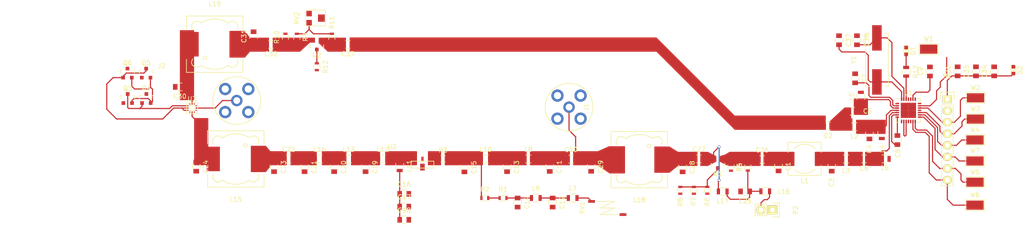
<source format=kicad_pcb>
(kicad_pcb (version 4) (host pcbnew 4.0.4-1.fc25-product)

  (general
    (links 174)
    (no_connects 66)
    (area 43.299999 38.485 268.485 90.175)
    (thickness 1.6)
    (drawings 1)
    (tracks 232)
    (zones 0)
    (modules 95)
    (nets 67)
  )

  (page A4)
  (layers
    (0 F.Cu signal)
    (1 In1.Cu power)
    (2 In2.Cu power)
    (31 B.Cu signal)
    (32 B.Adhes user)
    (33 F.Adhes user)
    (34 B.Paste user)
    (35 F.Paste user)
    (36 B.SilkS user)
    (37 F.SilkS user)
    (38 B.Mask user)
    (39 F.Mask user)
    (40 Dwgs.User user)
    (41 Cmts.User user)
    (42 Eco1.User user)
    (43 Eco2.User user)
    (44 Edge.Cuts user)
    (45 Margin user)
    (46 B.CrtYd user)
    (47 F.CrtYd user)
    (48 B.Fab user)
    (49 F.Fab user)
  )

  (setup
    (last_trace_width 0.25)
    (user_trace_width 3.125)
    (trace_clearance 0.2)
    (zone_clearance 0.508)
    (zone_45_only no)
    (trace_min 0.2)
    (segment_width 0.2)
    (edge_width 0.15)
    (via_size 0.6)
    (via_drill 0.4)
    (via_min_size 0.4)
    (via_min_drill 0.3)
    (uvia_size 0.3)
    (uvia_drill 0.1)
    (uvias_allowed no)
    (uvia_min_size 0.2)
    (uvia_min_drill 0.1)
    (pcb_text_width 0.3)
    (pcb_text_size 1.5 1.5)
    (mod_edge_width 0.15)
    (mod_text_size 1 1)
    (mod_text_width 0.15)
    (pad_size 0.7 1.3)
    (pad_drill 0)
    (pad_to_mask_clearance 0.2)
    (aux_axis_origin 0 0)
    (visible_elements 7FFEF7FF)
    (pcbplotparams
      (layerselection 0x00030_80000001)
      (usegerberextensions false)
      (excludeedgelayer true)
      (linewidth 0.100000)
      (plotframeref false)
      (viasonmask false)
      (mode 1)
      (useauxorigin false)
      (hpglpennumber 1)
      (hpglpenspeed 20)
      (hpglpendiameter 15)
      (hpglpenoverlay 2)
      (psnegative false)
      (psa4output false)
      (plotreference true)
      (plotvalue true)
      (plotinvisibletext false)
      (padsonsilk false)
      (subtractmaskfromsilk false)
      (outputformat 1)
      (mirror false)
      (drillshape 1)
      (scaleselection 1)
      (outputdirectory ""))
  )

  (net 0 "")
  (net 1 GND)
  (net 2 RF_PREAMP)
  (net 3 "Net-(C2-Pad1)")
  (net 4 "Net-(C3-Pad1)")
  (net 5 "Net-(C4-Pad1)")
  (net 6 "Net-(C5-Pad1)")
  (net 7 "Net-(C6-Pad1)")
  (net 8 "Net-(C6-Pad2)")
  (net 9 "Net-(C7-Pad1)")
  (net 10 "Net-(C7-Pad2)")
  (net 11 "Net-(C8-Pad1)")
  (net 12 "Net-(C8-Pad2)")
  (net 13 3V3)
  (net 14 "Net-(C10-Pad1)")
  (net 15 PREAMP_TX)
  (net 16 "Net-(C12-Pad1)")
  (net 17 "Net-(C13-Pad1)")
  (net 18 "Net-(C14-Pad1)")
  (net 19 VBIAS_PWR)
  (net 20 AMP_PWR_HV)
  (net 21 "Net-(C19-Pad1)")
  (net 22 "Net-(C20-Pad1)")
  (net 23 "Net-(C21-Pad1)")
  (net 24 TX_OUT)
  (net 25 TX_PASS)
  (net 26 "Net-(C25-Pad1)")
  (net 27 "Net-(C26-Pad1)")
  (net 28 "Net-(C27-Pad1)")
  (net 29 "Net-(C27-Pad2)")
  (net 30 RX_ANT)
  (net 31 "Net-(C31-Pad1)")
  (net 32 "Net-(C32-Pad1)")
  (net 33 RX_IN)
  (net 34 "Net-(C33-Pad2)")
  (net 35 "Net-(D1-Pad2)")
  (net 36 "Net-(J2-Pad1)")
  (net 37 "Net-(L7-Pad2)")
  (net 38 "Net-(L11-Pad1)")
  (net 39 5V)
  (net 40 uc_IRQ)
  (net 41 uc_MOSI)
  (net 42 uc_MISO)
  (net 43 uc_clk)
  (net 44 uc_sel)
  (net 45 uc_sysclk)
  (net 46 "Net-(Q1-Pad3)")
  (net 47 "Net-(Q2-Pad3)")
  (net 48 PWRAMP_SEL)
  (net 49 TX_SWITCH)
  (net 50 RX_SWITCH)
  (net 51 "Net-(R1-Pad1)")
  (net 52 "Net-(R3-Pad1)")
  (net 53 "Net-(R11-Pad1)")
  (net 54 "Net-(R13-Pad2)")
  (net 55 "Net-(U1-Pad8)")
  (net 56 "Net-(U1-Pad10)")
  (net 57 "Net-(U1-Pad11)")
  (net 58 "Net-(U1-Pad12)")
  (net 59 "Net-(U1-Pad18)")
  (net 60 "Net-(U1-Pad21)")
  (net 61 "Net-(U1-Pad22)")
  (net 62 "Net-(U1-Pad24)")
  (net 63 "Net-(U1-Pad25)")
  (net 64 "Net-(U3-Pad1)")
  (net 65 "Net-(C37-Pad2)")
  (net 66 "Net-(C38-Pad2)")

  (net_class Default "This is the default net class."
    (clearance 0.2)
    (trace_width 0.25)
    (via_dia 0.6)
    (via_drill 0.4)
    (uvia_dia 0.3)
    (uvia_drill 0.1)
    (add_net 3V3)
    (add_net 5V)
    (add_net AMP_PWR_HV)
    (add_net GND)
    (add_net "Net-(C10-Pad1)")
    (add_net "Net-(C12-Pad1)")
    (add_net "Net-(C13-Pad1)")
    (add_net "Net-(C14-Pad1)")
    (add_net "Net-(C19-Pad1)")
    (add_net "Net-(C2-Pad1)")
    (add_net "Net-(C20-Pad1)")
    (add_net "Net-(C21-Pad1)")
    (add_net "Net-(C25-Pad1)")
    (add_net "Net-(C26-Pad1)")
    (add_net "Net-(C27-Pad1)")
    (add_net "Net-(C27-Pad2)")
    (add_net "Net-(C3-Pad1)")
    (add_net "Net-(C31-Pad1)")
    (add_net "Net-(C32-Pad1)")
    (add_net "Net-(C33-Pad2)")
    (add_net "Net-(C37-Pad2)")
    (add_net "Net-(C38-Pad2)")
    (add_net "Net-(C4-Pad1)")
    (add_net "Net-(C5-Pad1)")
    (add_net "Net-(C6-Pad1)")
    (add_net "Net-(C6-Pad2)")
    (add_net "Net-(C7-Pad1)")
    (add_net "Net-(C7-Pad2)")
    (add_net "Net-(C8-Pad1)")
    (add_net "Net-(C8-Pad2)")
    (add_net "Net-(D1-Pad2)")
    (add_net "Net-(J2-Pad1)")
    (add_net "Net-(L11-Pad1)")
    (add_net "Net-(L7-Pad2)")
    (add_net "Net-(Q1-Pad3)")
    (add_net "Net-(Q2-Pad3)")
    (add_net "Net-(R1-Pad1)")
    (add_net "Net-(R11-Pad1)")
    (add_net "Net-(R13-Pad2)")
    (add_net "Net-(R3-Pad1)")
    (add_net "Net-(U1-Pad10)")
    (add_net "Net-(U1-Pad11)")
    (add_net "Net-(U1-Pad12)")
    (add_net "Net-(U1-Pad18)")
    (add_net "Net-(U1-Pad21)")
    (add_net "Net-(U1-Pad22)")
    (add_net "Net-(U1-Pad24)")
    (add_net "Net-(U1-Pad25)")
    (add_net "Net-(U1-Pad8)")
    (add_net "Net-(U3-Pad1)")
    (add_net PREAMP_TX)
    (add_net PWRAMP_SEL)
    (add_net RF_PREAMP)
    (add_net RX_ANT)
    (add_net RX_IN)
    (add_net RX_SWITCH)
    (add_net TX_OUT)
    (add_net TX_PASS)
    (add_net TX_SWITCH)
    (add_net VBIAS_PWR)
    (add_net uc_IRQ)
    (add_net uc_MISO)
    (add_net uc_MOSI)
    (add_net uc_clk)
    (add_net uc_sel)
    (add_net uc_sysclk)
  )

  (module Capacitors_SMD:C_0805 (layer F.Cu) (tedit 5415D6EA) (tstamp 58C32B5A)
    (at 214.33 75.24 270)
    (descr "Capacitor SMD 0805, reflow soldering, AVX (see smccp.pdf)")
    (tags "capacitor 0805")
    (path /58A91AC4/58A93883)
    (attr smd)
    (fp_text reference C1 (at 0 -2.1 270) (layer F.SilkS)
      (effects (font (size 1 1) (thickness 0.15)))
    )
    (fp_text value C (at 0 2.1 270) (layer F.Fab)
      (effects (font (size 1 1) (thickness 0.15)))
    )
    (fp_line (start -1.8 -1) (end 1.8 -1) (layer F.CrtYd) (width 0.05))
    (fp_line (start -1.8 1) (end 1.8 1) (layer F.CrtYd) (width 0.05))
    (fp_line (start -1.8 -1) (end -1.8 1) (layer F.CrtYd) (width 0.05))
    (fp_line (start 1.8 -1) (end 1.8 1) (layer F.CrtYd) (width 0.05))
    (fp_line (start 0.5 -0.85) (end -0.5 -0.85) (layer F.SilkS) (width 0.15))
    (fp_line (start -0.5 0.85) (end 0.5 0.85) (layer F.SilkS) (width 0.15))
    (pad 1 smd rect (at -1 0 270) (size 1 1.25) (layers F.Cu F.Paste F.Mask)
      (net 2 RF_PREAMP))
    (pad 2 smd rect (at 1 0 270) (size 1 1.25) (layers F.Cu F.Paste F.Mask)
      (net 1 GND))
    (model Capacitors_SMD.3dshapes/C_0805.wrl
      (at (xyz 0 0 0))
      (scale (xyz 1 1 1))
      (rotate (xyz 0 0 0))
    )
  )

  (module Capacitors_SMD:C_0805 (layer F.Cu) (tedit 5415D6EA) (tstamp 58C32B60)
    (at 225.23 66.39 180)
    (descr "Capacitor SMD 0805, reflow soldering, AVX (see smccp.pdf)")
    (tags "capacitor 0805")
    (path /58A91AC4/58A9422F)
    (attr smd)
    (fp_text reference C2 (at 0 -2.1 180) (layer F.SilkS)
      (effects (font (size 1 1) (thickness 0.15)))
    )
    (fp_text value 5.1pF (at 0 2.1 180) (layer F.Fab)
      (effects (font (size 1 1) (thickness 0.15)))
    )
    (fp_line (start -1.8 -1) (end 1.8 -1) (layer F.CrtYd) (width 0.05))
    (fp_line (start -1.8 1) (end 1.8 1) (layer F.CrtYd) (width 0.05))
    (fp_line (start -1.8 -1) (end -1.8 1) (layer F.CrtYd) (width 0.05))
    (fp_line (start 1.8 -1) (end 1.8 1) (layer F.CrtYd) (width 0.05))
    (fp_line (start 0.5 -0.85) (end -0.5 -0.85) (layer F.SilkS) (width 0.15))
    (fp_line (start -0.5 0.85) (end 0.5 0.85) (layer F.SilkS) (width 0.15))
    (pad 1 smd rect (at -1 0 180) (size 1 1.25) (layers F.Cu F.Paste F.Mask)
      (net 3 "Net-(C2-Pad1)"))
    (pad 2 smd rect (at 1 0 180) (size 1 1.25) (layers F.Cu F.Paste F.Mask)
      (net 33 RX_IN))
    (model Capacitors_SMD.3dshapes/C_0805.wrl
      (at (xyz 0 0 0))
      (scale (xyz 1 1 1))
      (rotate (xyz 0 0 0))
    )
  )

  (module Capacitors_SMD:C_0805 (layer F.Cu) (tedit 58C49AE5) (tstamp 58C32B66)
    (at 226 75.29 270)
    (descr "Capacitor SMD 0805, reflow soldering, AVX (see smccp.pdf)")
    (tags "capacitor 0805")
    (path /58A91AC4/58A93777)
    (attr smd)
    (fp_text reference C3 (at 3.5 0.01 270) (layer F.SilkS)
      (effects (font (size 1 1) (thickness 0.15)))
    )
    (fp_text value C (at 0 2.1 270) (layer F.Fab)
      (effects (font (size 1 1) (thickness 0.15)))
    )
    (fp_line (start -1.8 -1) (end 1.8 -1) (layer F.CrtYd) (width 0.05))
    (fp_line (start -1.8 1) (end 1.8 1) (layer F.CrtYd) (width 0.05))
    (fp_line (start -1.8 -1) (end -1.8 1) (layer F.CrtYd) (width 0.05))
    (fp_line (start 1.8 -1) (end 1.8 1) (layer F.CrtYd) (width 0.05))
    (fp_line (start 0.5 -0.85) (end -0.5 -0.85) (layer F.SilkS) (width 0.15))
    (fp_line (start -0.5 0.85) (end 0.5 0.85) (layer F.SilkS) (width 0.15))
    (pad 1 smd rect (at -1 0 270) (size 1 1.25) (layers F.Cu F.Paste F.Mask)
      (net 4 "Net-(C3-Pad1)"))
    (pad 2 smd rect (at 1 0 270) (size 1 1.25) (layers F.Cu F.Paste F.Mask)
      (net 1 GND))
    (model Capacitors_SMD.3dshapes/C_0805.wrl
      (at (xyz 0 0 0))
      (scale (xyz 1 1 1))
      (rotate (xyz 0 0 0))
    )
  )

  (module Capacitors_SMD:C_0805 (layer F.Cu) (tedit 58C49B9C) (tstamp 58C32B6C)
    (at 234.29 68.2 270)
    (descr "Capacitor SMD 0805, reflow soldering, AVX (see smccp.pdf)")
    (tags "capacitor 0805")
    (path /58A91AC4/58A93DDF)
    (attr smd)
    (fp_text reference C4 (at 3.21 0 270) (layer F.SilkS)
      (effects (font (size 1 1) (thickness 0.15)))
    )
    (fp_text value 4.7pF (at 0 2.1 270) (layer F.Fab)
      (effects (font (size 1 1) (thickness 0.15)))
    )
    (fp_line (start -1.8 -1) (end 1.8 -1) (layer F.CrtYd) (width 0.05))
    (fp_line (start -1.8 1) (end 1.8 1) (layer F.CrtYd) (width 0.05))
    (fp_line (start -1.8 -1) (end -1.8 1) (layer F.CrtYd) (width 0.05))
    (fp_line (start 1.8 -1) (end 1.8 1) (layer F.CrtYd) (width 0.05))
    (fp_line (start 0.5 -0.85) (end -0.5 -0.85) (layer F.SilkS) (width 0.15))
    (fp_line (start -0.5 0.85) (end 0.5 0.85) (layer F.SilkS) (width 0.15))
    (pad 1 smd rect (at -1 0 270) (size 1 1.25) (layers F.Cu F.Paste F.Mask)
      (net 5 "Net-(C4-Pad1)"))
    (pad 2 smd rect (at 1 0 270) (size 1 1.25) (layers F.Cu F.Paste F.Mask)
      (net 1 GND))
    (model Capacitors_SMD.3dshapes/C_0805.wrl
      (at (xyz 0 0 0))
      (scale (xyz 1 1 1))
      (rotate (xyz 0 0 0))
    )
  )

  (module Capacitors_SMD:C_0805 (layer F.Cu) (tedit 58C4A9BE) (tstamp 58C32B72)
    (at 230.55 63.09 180)
    (descr "Capacitor SMD 0805, reflow soldering, AVX (see smccp.pdf)")
    (tags "capacitor 0805")
    (path /58A91AC4/58A94059)
    (attr smd)
    (fp_text reference C5 (at -3.31 0 180) (layer F.SilkS)
      (effects (font (size 1 1) (thickness 0.15)))
    )
    (fp_text value 5.1pF (at 0 2.1 180) (layer F.Fab)
      (effects (font (size 1 1) (thickness 0.15)))
    )
    (fp_line (start -1.8 -1) (end 1.8 -1) (layer F.CrtYd) (width 0.05))
    (fp_line (start -1.8 1) (end 1.8 1) (layer F.CrtYd) (width 0.05))
    (fp_line (start -1.8 -1) (end -1.8 1) (layer F.CrtYd) (width 0.05))
    (fp_line (start 1.8 -1) (end 1.8 1) (layer F.CrtYd) (width 0.05))
    (fp_line (start 0.5 -0.85) (end -0.5 -0.85) (layer F.SilkS) (width 0.15))
    (fp_line (start -0.5 0.85) (end 0.5 0.85) (layer F.SilkS) (width 0.15))
    (pad 1 smd rect (at -1 0 180) (size 1 1.25) (layers F.Cu F.Paste F.Mask)
      (net 6 "Net-(C5-Pad1)"))
    (pad 2 smd rect (at 1 0 180) (size 1 1.25) (layers F.Cu F.Paste F.Mask)
      (net 3 "Net-(C2-Pad1)"))
    (model Capacitors_SMD.3dshapes/C_0805.wrl
      (at (xyz 0 0 0))
      (scale (xyz 1 1 1))
      (rotate (xyz 0 0 0))
    )
  )

  (module Capacitors_SMD:C_0805 (layer F.Cu) (tedit 5415D6EA) (tstamp 58C32B78)
    (at 233.13 73.59 180)
    (descr "Capacitor SMD 0805, reflow soldering, AVX (see smccp.pdf)")
    (tags "capacitor 0805")
    (path /58A91AC4/58A93686)
    (attr smd)
    (fp_text reference C6 (at 0 -2.1 180) (layer F.SilkS)
      (effects (font (size 1 1) (thickness 0.15)))
    )
    (fp_text value C (at 0 2.1 180) (layer F.Fab)
      (effects (font (size 1 1) (thickness 0.15)))
    )
    (fp_line (start -1.8 -1) (end 1.8 -1) (layer F.CrtYd) (width 0.05))
    (fp_line (start -1.8 1) (end 1.8 1) (layer F.CrtYd) (width 0.05))
    (fp_line (start -1.8 -1) (end -1.8 1) (layer F.CrtYd) (width 0.05))
    (fp_line (start 1.8 -1) (end 1.8 1) (layer F.CrtYd) (width 0.05))
    (fp_line (start 0.5 -0.85) (end -0.5 -0.85) (layer F.SilkS) (width 0.15))
    (fp_line (start -0.5 0.85) (end 0.5 0.85) (layer F.SilkS) (width 0.15))
    (pad 1 smd rect (at -1 0 180) (size 1 1.25) (layers F.Cu F.Paste F.Mask)
      (net 7 "Net-(C6-Pad1)"))
    (pad 2 smd rect (at 1 0 180) (size 1 1.25) (layers F.Cu F.Paste F.Mask)
      (net 8 "Net-(C6-Pad2)"))
    (model Capacitors_SMD.3dshapes/C_0805.wrl
      (at (xyz 0 0 0))
      (scale (xyz 1 1 1))
      (rotate (xyz 0 0 0))
    )
  )

  (module Capacitors_SMD:C_0805 (layer F.Cu) (tedit 5415D6EA) (tstamp 58C32B7E)
    (at 231.15 55.85 270)
    (descr "Capacitor SMD 0805, reflow soldering, AVX (see smccp.pdf)")
    (tags "capacitor 0805")
    (path /58A91AC4/58A93427)
    (attr smd)
    (fp_text reference C7 (at 0 -2.1 270) (layer F.SilkS)
      (effects (font (size 1 1) (thickness 0.15)))
    )
    (fp_text value 10nF (at 0 2.1 270) (layer F.Fab)
      (effects (font (size 1 1) (thickness 0.15)))
    )
    (fp_line (start -1.8 -1) (end 1.8 -1) (layer F.CrtYd) (width 0.05))
    (fp_line (start -1.8 1) (end 1.8 1) (layer F.CrtYd) (width 0.05))
    (fp_line (start -1.8 -1) (end -1.8 1) (layer F.CrtYd) (width 0.05))
    (fp_line (start 1.8 -1) (end 1.8 1) (layer F.CrtYd) (width 0.05))
    (fp_line (start 0.5 -0.85) (end -0.5 -0.85) (layer F.SilkS) (width 0.15))
    (fp_line (start -0.5 0.85) (end 0.5 0.85) (layer F.SilkS) (width 0.15))
    (pad 1 smd rect (at -1 0 270) (size 1 1.25) (layers F.Cu F.Paste F.Mask)
      (net 9 "Net-(C7-Pad1)"))
    (pad 2 smd rect (at 1 0 270) (size 1 1.25) (layers F.Cu F.Paste F.Mask)
      (net 10 "Net-(C7-Pad2)"))
    (model Capacitors_SMD.3dshapes/C_0805.wrl
      (at (xyz 0 0 0))
      (scale (xyz 1 1 1))
      (rotate (xyz 0 0 0))
    )
  )

  (module Capacitors_SMD:C_0805 (layer F.Cu) (tedit 58C49ACB) (tstamp 58C32B84)
    (at 240.43 69.45 90)
    (descr "Capacitor SMD 0805, reflow soldering, AVX (see smccp.pdf)")
    (tags "capacitor 0805")
    (path /58A91AC4/58A934AD)
    (attr smd)
    (fp_text reference C8 (at -2.91 0.08 90) (layer F.SilkS)
      (effects (font (size 1 1) (thickness 0.15)))
    )
    (fp_text value 10nF (at 0 2.1 90) (layer F.Fab)
      (effects (font (size 1 1) (thickness 0.15)))
    )
    (fp_line (start -1.8 -1) (end 1.8 -1) (layer F.CrtYd) (width 0.05))
    (fp_line (start -1.8 1) (end 1.8 1) (layer F.CrtYd) (width 0.05))
    (fp_line (start -1.8 -1) (end -1.8 1) (layer F.CrtYd) (width 0.05))
    (fp_line (start 1.8 -1) (end 1.8 1) (layer F.CrtYd) (width 0.05))
    (fp_line (start 0.5 -0.85) (end -0.5 -0.85) (layer F.SilkS) (width 0.15))
    (fp_line (start -0.5 0.85) (end 0.5 0.85) (layer F.SilkS) (width 0.15))
    (pad 1 smd rect (at -1 0 90) (size 1 1.25) (layers F.Cu F.Paste F.Mask)
      (net 11 "Net-(C8-Pad1)"))
    (pad 2 smd rect (at 1 0 90) (size 1 1.25) (layers F.Cu F.Paste F.Mask)
      (net 12 "Net-(C8-Pad2)"))
    (model Capacitors_SMD.3dshapes/C_0805.wrl
      (at (xyz 0 0 0))
      (scale (xyz 1 1 1))
      (rotate (xyz 0 0 0))
    )
  )

  (module Capacitors_SMD:C_0805 (layer F.Cu) (tedit 5415D6EA) (tstamp 58C32B8A)
    (at 247.58 54.34 90)
    (descr "Capacitor SMD 0805, reflow soldering, AVX (see smccp.pdf)")
    (tags "capacitor 0805")
    (path /58A91AC4/58A949D7)
    (attr smd)
    (fp_text reference C9 (at 0 -2.1 90) (layer F.SilkS)
      (effects (font (size 1 1) (thickness 0.15)))
    )
    (fp_text value 100nF (at 0 2.1 90) (layer F.Fab)
      (effects (font (size 1 1) (thickness 0.15)))
    )
    (fp_line (start -1.8 -1) (end 1.8 -1) (layer F.CrtYd) (width 0.05))
    (fp_line (start -1.8 1) (end 1.8 1) (layer F.CrtYd) (width 0.05))
    (fp_line (start -1.8 -1) (end -1.8 1) (layer F.CrtYd) (width 0.05))
    (fp_line (start 1.8 -1) (end 1.8 1) (layer F.CrtYd) (width 0.05))
    (fp_line (start 0.5 -0.85) (end -0.5 -0.85) (layer F.SilkS) (width 0.15))
    (fp_line (start -0.5 0.85) (end 0.5 0.85) (layer F.SilkS) (width 0.15))
    (pad 1 smd rect (at -1 0 90) (size 1 1.25) (layers F.Cu F.Paste F.Mask)
      (net 13 3V3))
    (pad 2 smd rect (at 1 0 90) (size 1 1.25) (layers F.Cu F.Paste F.Mask)
      (net 1 GND))
    (model Capacitors_SMD.3dshapes/C_0805.wrl
      (at (xyz 0 0 0))
      (scale (xyz 1 1 1))
      (rotate (xyz 0 0 0))
    )
  )

  (module Capacitors_SMD:C_0805 (layer F.Cu) (tedit 5415D6EA) (tstamp 58C32B90)
    (at 168.75 73.65)
    (descr "Capacitor SMD 0805, reflow soldering, AVX (see smccp.pdf)")
    (tags "capacitor 0805")
    (path /58A91AD1/58A9558E)
    (attr smd)
    (fp_text reference C10 (at 0 -2.1) (layer F.SilkS)
      (effects (font (size 1 1) (thickness 0.15)))
    )
    (fp_text value 100pF (at 0 2.1) (layer F.Fab)
      (effects (font (size 1 1) (thickness 0.15)))
    )
    (fp_line (start -1.8 -1) (end 1.8 -1) (layer F.CrtYd) (width 0.05))
    (fp_line (start -1.8 1) (end 1.8 1) (layer F.CrtYd) (width 0.05))
    (fp_line (start -1.8 -1) (end -1.8 1) (layer F.CrtYd) (width 0.05))
    (fp_line (start 1.8 -1) (end 1.8 1) (layer F.CrtYd) (width 0.05))
    (fp_line (start 0.5 -0.85) (end -0.5 -0.85) (layer F.SilkS) (width 0.15))
    (fp_line (start -0.5 0.85) (end 0.5 0.85) (layer F.SilkS) (width 0.15))
    (pad 1 smd rect (at -1 0) (size 1 1.25) (layers F.Cu F.Paste F.Mask)
      (net 14 "Net-(C10-Pad1)"))
    (pad 2 smd rect (at 1 0) (size 1 1.25) (layers F.Cu F.Paste F.Mask)
      (net 15 PREAMP_TX))
    (model Capacitors_SMD.3dshapes/C_0805.wrl
      (at (xyz 0 0 0))
      (scale (xyz 1 1 1))
      (rotate (xyz 0 0 0))
    )
  )

  (module Capacitors_SMD:C_0805 (layer F.Cu) (tedit 5415D6EA) (tstamp 58C32B96)
    (at 164.0625 75.35 270)
    (descr "Capacitor SMD 0805, reflow soldering, AVX (see smccp.pdf)")
    (tags "capacitor 0805")
    (path /58A91AD1/58A955B2)
    (attr smd)
    (fp_text reference C11 (at 0 -2.1 270) (layer F.SilkS)
      (effects (font (size 1 1) (thickness 0.15)))
    )
    (fp_text value 9pF (at 0 2.1 270) (layer F.Fab)
      (effects (font (size 1 1) (thickness 0.15)))
    )
    (fp_line (start -1.8 -1) (end 1.8 -1) (layer F.CrtYd) (width 0.05))
    (fp_line (start -1.8 1) (end 1.8 1) (layer F.CrtYd) (width 0.05))
    (fp_line (start -1.8 -1) (end -1.8 1) (layer F.CrtYd) (width 0.05))
    (fp_line (start 1.8 -1) (end 1.8 1) (layer F.CrtYd) (width 0.05))
    (fp_line (start 0.5 -0.85) (end -0.5 -0.85) (layer F.SilkS) (width 0.15))
    (fp_line (start -0.5 0.85) (end 0.5 0.85) (layer F.SilkS) (width 0.15))
    (pad 1 smd rect (at -1 0 270) (size 1 1.25) (layers F.Cu F.Paste F.Mask)
      (net 14 "Net-(C10-Pad1)"))
    (pad 2 smd rect (at 1 0 270) (size 1 1.25) (layers F.Cu F.Paste F.Mask)
      (net 1 GND))
    (model Capacitors_SMD.3dshapes/C_0805.wrl
      (at (xyz 0 0 0))
      (scale (xyz 1 1 1))
      (rotate (xyz 0 0 0))
    )
  )

  (module Capacitors_SMD:C_0805 (layer F.Cu) (tedit 5415D6EA) (tstamp 58C32B9C)
    (at 164.7 83.2 270)
    (descr "Capacitor SMD 0805, reflow soldering, AVX (see smccp.pdf)")
    (tags "capacitor 0805")
    (path /58A91AD1/58A99E0F)
    (attr smd)
    (fp_text reference C12 (at 0 -2.1 270) (layer F.SilkS)
      (effects (font (size 1 1) (thickness 0.15)))
    )
    (fp_text value 10nF (at 0 2.1 270) (layer F.Fab)
      (effects (font (size 1 1) (thickness 0.15)))
    )
    (fp_line (start -1.8 -1) (end 1.8 -1) (layer F.CrtYd) (width 0.05))
    (fp_line (start -1.8 1) (end 1.8 1) (layer F.CrtYd) (width 0.05))
    (fp_line (start -1.8 -1) (end -1.8 1) (layer F.CrtYd) (width 0.05))
    (fp_line (start 1.8 -1) (end 1.8 1) (layer F.CrtYd) (width 0.05))
    (fp_line (start 0.5 -0.85) (end -0.5 -0.85) (layer F.SilkS) (width 0.15))
    (fp_line (start -0.5 0.85) (end 0.5 0.85) (layer F.SilkS) (width 0.15))
    (pad 1 smd rect (at -1 0 270) (size 1 1.25) (layers F.Cu F.Paste F.Mask)
      (net 16 "Net-(C12-Pad1)"))
    (pad 2 smd rect (at 1 0 270) (size 1 1.25) (layers F.Cu F.Paste F.Mask)
      (net 1 GND))
    (model Capacitors_SMD.3dshapes/C_0805.wrl
      (at (xyz 0 0 0))
      (scale (xyz 1 1 1))
      (rotate (xyz 0 0 0))
    )
  )

  (module Capacitors_SMD:C_0805 (layer F.Cu) (tedit 5415D6EA) (tstamp 58C32BA2)
    (at 154.6875 75.4 270)
    (descr "Capacitor SMD 0805, reflow soldering, AVX (see smccp.pdf)")
    (tags "capacitor 0805")
    (path /58A91AD1/58A95666)
    (attr smd)
    (fp_text reference C13 (at 0 -2.1 270) (layer F.SilkS)
      (effects (font (size 1 1) (thickness 0.15)))
    )
    (fp_text value 10pF (at 0 2.1 270) (layer F.Fab)
      (effects (font (size 1 1) (thickness 0.15)))
    )
    (fp_line (start -1.8 -1) (end 1.8 -1) (layer F.CrtYd) (width 0.05))
    (fp_line (start -1.8 1) (end 1.8 1) (layer F.CrtYd) (width 0.05))
    (fp_line (start -1.8 -1) (end -1.8 1) (layer F.CrtYd) (width 0.05))
    (fp_line (start 1.8 -1) (end 1.8 1) (layer F.CrtYd) (width 0.05))
    (fp_line (start 0.5 -0.85) (end -0.5 -0.85) (layer F.SilkS) (width 0.15))
    (fp_line (start -0.5 0.85) (end 0.5 0.85) (layer F.SilkS) (width 0.15))
    (pad 1 smd rect (at -1 0 270) (size 1 1.25) (layers F.Cu F.Paste F.Mask)
      (net 17 "Net-(C13-Pad1)"))
    (pad 2 smd rect (at 1 0 270) (size 1 1.25) (layers F.Cu F.Paste F.Mask)
      (net 1 GND))
    (model Capacitors_SMD.3dshapes/C_0805.wrl
      (at (xyz 0 0 0))
      (scale (xyz 1 1 1))
      (rotate (xyz 0 0 0))
    )
  )

  (module Capacitors_SMD:C_0805 (layer F.Cu) (tedit 5415D6EA) (tstamp 58C32BA8)
    (at 157 83.2 270)
    (descr "Capacitor SMD 0805, reflow soldering, AVX (see smccp.pdf)")
    (tags "capacitor 0805")
    (path /58A91AD1/58A9A089)
    (attr smd)
    (fp_text reference C14 (at 0 -2.1 270) (layer F.SilkS)
      (effects (font (size 1 1) (thickness 0.15)))
    )
    (fp_text value 1uF (at 0 2.1 270) (layer F.Fab)
      (effects (font (size 1 1) (thickness 0.15)))
    )
    (fp_line (start -1.8 -1) (end 1.8 -1) (layer F.CrtYd) (width 0.05))
    (fp_line (start -1.8 1) (end 1.8 1) (layer F.CrtYd) (width 0.05))
    (fp_line (start -1.8 -1) (end -1.8 1) (layer F.CrtYd) (width 0.05))
    (fp_line (start 1.8 -1) (end 1.8 1) (layer F.CrtYd) (width 0.05))
    (fp_line (start 0.5 -0.85) (end -0.5 -0.85) (layer F.SilkS) (width 0.15))
    (fp_line (start -0.5 0.85) (end 0.5 0.85) (layer F.SilkS) (width 0.15))
    (pad 1 smd rect (at -1 0 270) (size 1 1.25) (layers F.Cu F.Paste F.Mask)
      (net 18 "Net-(C14-Pad1)"))
    (pad 2 smd rect (at 1 0 270) (size 1 1.25) (layers F.Cu F.Paste F.Mask)
      (net 1 GND))
    (model Capacitors_SMD.3dshapes/C_0805.wrl
      (at (xyz 0 0 0))
      (scale (xyz 1 1 1))
      (rotate (xyz 0 0 0))
    )
  )

  (module Capacitors_SMD:C_0805 (layer F.Cu) (tedit 5415D6EA) (tstamp 58C32BAE)
    (at 145.3125 75.45 270)
    (descr "Capacitor SMD 0805, reflow soldering, AVX (see smccp.pdf)")
    (tags "capacitor 0805")
    (path /58A91AD1/58A957DF)
    (attr smd)
    (fp_text reference C15 (at 0 -2.1 270) (layer F.SilkS)
      (effects (font (size 1 1) (thickness 0.15)))
    )
    (fp_text value 39pF (at 0 2.1 270) (layer F.Fab)
      (effects (font (size 1 1) (thickness 0.15)))
    )
    (fp_line (start -1.8 -1) (end 1.8 -1) (layer F.CrtYd) (width 0.05))
    (fp_line (start -1.8 1) (end 1.8 1) (layer F.CrtYd) (width 0.05))
    (fp_line (start -1.8 -1) (end -1.8 1) (layer F.CrtYd) (width 0.05))
    (fp_line (start 1.8 -1) (end 1.8 1) (layer F.CrtYd) (width 0.05))
    (fp_line (start 0.5 -0.85) (end -0.5 -0.85) (layer F.SilkS) (width 0.15))
    (fp_line (start -0.5 0.85) (end 0.5 0.85) (layer F.SilkS) (width 0.15))
    (pad 1 smd rect (at -1 0 270) (size 1 1.25) (layers F.Cu F.Paste F.Mask)
      (net 19 VBIAS_PWR))
    (pad 2 smd rect (at 1 0 270) (size 1 1.25) (layers F.Cu F.Paste F.Mask)
      (net 1 GND))
    (model Capacitors_SMD.3dshapes/C_0805.wrl
      (at (xyz 0 0 0))
      (scale (xyz 1 1 1))
      (rotate (xyz 0 0 0))
    )
  )

  (module Capacitors_SMD:C_0805 (layer F.Cu) (tedit 5415D6EA) (tstamp 58C32BB4)
    (at 132.1 81.3)
    (descr "Capacitor SMD 0805, reflow soldering, AVX (see smccp.pdf)")
    (tags "capacitor 0805")
    (path /58A91AD1/58A95BA1)
    (attr smd)
    (fp_text reference C16 (at 0 -2.1) (layer F.SilkS)
      (effects (font (size 1 1) (thickness 0.15)))
    )
    (fp_text value 10uF (at 0 2.1) (layer F.Fab)
      (effects (font (size 1 1) (thickness 0.15)))
    )
    (fp_line (start -1.8 -1) (end 1.8 -1) (layer F.CrtYd) (width 0.05))
    (fp_line (start -1.8 1) (end 1.8 1) (layer F.CrtYd) (width 0.05))
    (fp_line (start -1.8 -1) (end -1.8 1) (layer F.CrtYd) (width 0.05))
    (fp_line (start 1.8 -1) (end 1.8 1) (layer F.CrtYd) (width 0.05))
    (fp_line (start 0.5 -0.85) (end -0.5 -0.85) (layer F.SilkS) (width 0.15))
    (fp_line (start -0.5 0.85) (end 0.5 0.85) (layer F.SilkS) (width 0.15))
    (pad 1 smd rect (at -1 0) (size 1 1.25) (layers F.Cu F.Paste F.Mask)
      (net 20 AMP_PWR_HV))
    (pad 2 smd rect (at 1 0) (size 1 1.25) (layers F.Cu F.Paste F.Mask)
      (net 1 GND))
    (model Capacitors_SMD.3dshapes/C_0805.wrl
      (at (xyz 0 0 0))
      (scale (xyz 1 1 1))
      (rotate (xyz 0 0 0))
    )
  )

  (module Capacitors_SMD:C_0805 (layer F.Cu) (tedit 5415D6EA) (tstamp 58C32BBA)
    (at 132.1 84.1)
    (descr "Capacitor SMD 0805, reflow soldering, AVX (see smccp.pdf)")
    (tags "capacitor 0805")
    (path /58A91AD1/58A95C04)
    (attr smd)
    (fp_text reference C17 (at 0 -2.1) (layer F.SilkS)
      (effects (font (size 1 1) (thickness 0.15)))
    )
    (fp_text value 100pF (at 0 2.1) (layer F.Fab)
      (effects (font (size 1 1) (thickness 0.15)))
    )
    (fp_line (start -1.8 -1) (end 1.8 -1) (layer F.CrtYd) (width 0.05))
    (fp_line (start -1.8 1) (end 1.8 1) (layer F.CrtYd) (width 0.05))
    (fp_line (start -1.8 -1) (end -1.8 1) (layer F.CrtYd) (width 0.05))
    (fp_line (start 1.8 -1) (end 1.8 1) (layer F.CrtYd) (width 0.05))
    (fp_line (start 0.5 -0.85) (end -0.5 -0.85) (layer F.SilkS) (width 0.15))
    (fp_line (start -0.5 0.85) (end 0.5 0.85) (layer F.SilkS) (width 0.15))
    (pad 1 smd rect (at -1 0) (size 1 1.25) (layers F.Cu F.Paste F.Mask)
      (net 20 AMP_PWR_HV))
    (pad 2 smd rect (at 1 0) (size 1 1.25) (layers F.Cu F.Paste F.Mask)
      (net 1 GND))
    (model Capacitors_SMD.3dshapes/C_0805.wrl
      (at (xyz 0 0 0))
      (scale (xyz 1 1 1))
      (rotate (xyz 0 0 0))
    )
  )

  (module Capacitors_SMD:C_0805 (layer F.Cu) (tedit 5415D6EA) (tstamp 58C32BC0)
    (at 132.1 87)
    (descr "Capacitor SMD 0805, reflow soldering, AVX (see smccp.pdf)")
    (tags "capacitor 0805")
    (path /58A91AD1/58A98E03)
    (attr smd)
    (fp_text reference C18 (at 0 -2.1) (layer F.SilkS)
      (effects (font (size 1 1) (thickness 0.15)))
    )
    (fp_text value 1uF (at 0 2.1) (layer F.Fab)
      (effects (font (size 1 1) (thickness 0.15)))
    )
    (fp_line (start -1.8 -1) (end 1.8 -1) (layer F.CrtYd) (width 0.05))
    (fp_line (start -1.8 1) (end 1.8 1) (layer F.CrtYd) (width 0.05))
    (fp_line (start -1.8 -1) (end -1.8 1) (layer F.CrtYd) (width 0.05))
    (fp_line (start 1.8 -1) (end 1.8 1) (layer F.CrtYd) (width 0.05))
    (fp_line (start 0.5 -0.85) (end -0.5 -0.85) (layer F.SilkS) (width 0.15))
    (fp_line (start -0.5 0.85) (end 0.5 0.85) (layer F.SilkS) (width 0.15))
    (pad 1 smd rect (at -1 0) (size 1 1.25) (layers F.Cu F.Paste F.Mask)
      (net 20 AMP_PWR_HV))
    (pad 2 smd rect (at 1 0) (size 1 1.25) (layers F.Cu F.Paste F.Mask)
      (net 1 GND))
    (model Capacitors_SMD.3dshapes/C_0805.wrl
      (at (xyz 0 0 0))
      (scale (xyz 1 1 1))
      (rotate (xyz 0 0 0))
    )
  )

  (module Capacitors_SMD:C_0805 (layer F.Cu) (tedit 5415D6EA) (tstamp 58C32BC6)
    (at 123.6 75.4 270)
    (descr "Capacitor SMD 0805, reflow soldering, AVX (see smccp.pdf)")
    (tags "capacitor 0805")
    (path /58A91AD1/58A95D20)
    (attr smd)
    (fp_text reference C19 (at 0 -2.1 270) (layer F.SilkS)
      (effects (font (size 1 1) (thickness 0.15)))
    )
    (fp_text value 39pF (at 0 2.1 270) (layer F.Fab)
      (effects (font (size 1 1) (thickness 0.15)))
    )
    (fp_line (start -1.8 -1) (end 1.8 -1) (layer F.CrtYd) (width 0.05))
    (fp_line (start -1.8 1) (end 1.8 1) (layer F.CrtYd) (width 0.05))
    (fp_line (start -1.8 -1) (end -1.8 1) (layer F.CrtYd) (width 0.05))
    (fp_line (start 1.8 -1) (end 1.8 1) (layer F.CrtYd) (width 0.05))
    (fp_line (start 0.5 -0.85) (end -0.5 -0.85) (layer F.SilkS) (width 0.15))
    (fp_line (start -0.5 0.85) (end 0.5 0.85) (layer F.SilkS) (width 0.15))
    (pad 1 smd rect (at -1 0 270) (size 1 1.25) (layers F.Cu F.Paste F.Mask)
      (net 21 "Net-(C19-Pad1)"))
    (pad 2 smd rect (at 1 0 270) (size 1 1.25) (layers F.Cu F.Paste F.Mask)
      (net 1 GND))
    (model Capacitors_SMD.3dshapes/C_0805.wrl
      (at (xyz 0 0 0))
      (scale (xyz 1 1 1))
      (rotate (xyz 0 0 0))
    )
  )

  (module Capacitors_SMD:C_0805 (layer F.Cu) (tedit 5415D6EA) (tstamp 58C32BCC)
    (at 116.7 75.4 270)
    (descr "Capacitor SMD 0805, reflow soldering, AVX (see smccp.pdf)")
    (tags "capacitor 0805")
    (path /58A91AD1/58A95EA1)
    (attr smd)
    (fp_text reference C20 (at 0 -2.1 270) (layer F.SilkS)
      (effects (font (size 1 1) (thickness 0.15)))
    )
    (fp_text value 15pF (at 0 2.1 270) (layer F.Fab)
      (effects (font (size 1 1) (thickness 0.15)))
    )
    (fp_line (start -1.8 -1) (end 1.8 -1) (layer F.CrtYd) (width 0.05))
    (fp_line (start -1.8 1) (end 1.8 1) (layer F.CrtYd) (width 0.05))
    (fp_line (start -1.8 -1) (end -1.8 1) (layer F.CrtYd) (width 0.05))
    (fp_line (start 1.8 -1) (end 1.8 1) (layer F.CrtYd) (width 0.05))
    (fp_line (start 0.5 -0.85) (end -0.5 -0.85) (layer F.SilkS) (width 0.15))
    (fp_line (start -0.5 0.85) (end 0.5 0.85) (layer F.SilkS) (width 0.15))
    (pad 1 smd rect (at -1 0 270) (size 1 1.25) (layers F.Cu F.Paste F.Mask)
      (net 22 "Net-(C20-Pad1)"))
    (pad 2 smd rect (at 1 0 270) (size 1 1.25) (layers F.Cu F.Paste F.Mask)
      (net 1 GND))
    (model Capacitors_SMD.3dshapes/C_0805.wrl
      (at (xyz 0 0 0))
      (scale (xyz 1 1 1))
      (rotate (xyz 0 0 0))
    )
  )

  (module Capacitors_SMD:C_0805 (layer F.Cu) (tedit 5415D6EA) (tstamp 58C32BD2)
    (at 110.2 75.4 270)
    (descr "Capacitor SMD 0805, reflow soldering, AVX (see smccp.pdf)")
    (tags "capacitor 0805")
    (path /58A91AD1/58A95F3A)
    (attr smd)
    (fp_text reference C21 (at 0 -2.1 270) (layer F.SilkS)
      (effects (font (size 1 1) (thickness 0.15)))
    )
    (fp_text value 3.9pF (at 0 2.1 270) (layer F.Fab)
      (effects (font (size 1 1) (thickness 0.15)))
    )
    (fp_line (start -1.8 -1) (end 1.8 -1) (layer F.CrtYd) (width 0.05))
    (fp_line (start -1.8 1) (end 1.8 1) (layer F.CrtYd) (width 0.05))
    (fp_line (start -1.8 -1) (end -1.8 1) (layer F.CrtYd) (width 0.05))
    (fp_line (start 1.8 -1) (end 1.8 1) (layer F.CrtYd) (width 0.05))
    (fp_line (start 0.5 -0.85) (end -0.5 -0.85) (layer F.SilkS) (width 0.15))
    (fp_line (start -0.5 0.85) (end 0.5 0.85) (layer F.SilkS) (width 0.15))
    (pad 1 smd rect (at -1 0 270) (size 1 1.25) (layers F.Cu F.Paste F.Mask)
      (net 23 "Net-(C21-Pad1)"))
    (pad 2 smd rect (at 1 0 270) (size 1 1.25) (layers F.Cu F.Paste F.Mask)
      (net 1 GND))
    (model Capacitors_SMD.3dshapes/C_0805.wrl
      (at (xyz 0 0 0))
      (scale (xyz 1 1 1))
      (rotate (xyz 0 0 0))
    )
  )

  (module Capacitors_SMD:C_0805 (layer F.Cu) (tedit 5415D6EA) (tstamp 58C32BD8)
    (at 106.7 73.6)
    (descr "Capacitor SMD 0805, reflow soldering, AVX (see smccp.pdf)")
    (tags "capacitor 0805")
    (path /58A91AD1/58A95FA0)
    (attr smd)
    (fp_text reference C22 (at 0 -2.1) (layer F.SilkS)
      (effects (font (size 1 1) (thickness 0.15)))
    )
    (fp_text value 100pF (at 0 2.1) (layer F.Fab)
      (effects (font (size 1 1) (thickness 0.15)))
    )
    (fp_line (start -1.8 -1) (end 1.8 -1) (layer F.CrtYd) (width 0.05))
    (fp_line (start -1.8 1) (end 1.8 1) (layer F.CrtYd) (width 0.05))
    (fp_line (start -1.8 -1) (end -1.8 1) (layer F.CrtYd) (width 0.05))
    (fp_line (start 1.8 -1) (end 1.8 1) (layer F.CrtYd) (width 0.05))
    (fp_line (start 0.5 -0.85) (end -0.5 -0.85) (layer F.SilkS) (width 0.15))
    (fp_line (start -0.5 0.85) (end 0.5 0.85) (layer F.SilkS) (width 0.15))
    (pad 1 smd rect (at -1 0) (size 1 1.25) (layers F.Cu F.Paste F.Mask)
      (net 24 TX_OUT))
    (pad 2 smd rect (at 1 0) (size 1 1.25) (layers F.Cu F.Paste F.Mask)
      (net 23 "Net-(C21-Pad1)"))
    (model Capacitors_SMD.3dshapes/C_0805.wrl
      (at (xyz 0 0 0))
      (scale (xyz 1 1 1))
      (rotate (xyz 0 0 0))
    )
  )

  (module Capacitors_SMD:C_0805 (layer F.Cu) (tedit 5415D6EA) (tstamp 58C32BDE)
    (at 103.5 75.4 270)
    (descr "Capacitor SMD 0805, reflow soldering, AVX (see smccp.pdf)")
    (tags "capacitor 0805")
    (path /58A91AD1/58C0B66E)
    (attr smd)
    (fp_text reference C23 (at 0 -2.1 270) (layer F.SilkS)
      (effects (font (size 1 1) (thickness 0.15)))
    )
    (fp_text value 3.183nF (at 0 2.1 270) (layer F.Fab)
      (effects (font (size 1 1) (thickness 0.15)))
    )
    (fp_line (start -1.8 -1) (end 1.8 -1) (layer F.CrtYd) (width 0.05))
    (fp_line (start -1.8 1) (end 1.8 1) (layer F.CrtYd) (width 0.05))
    (fp_line (start -1.8 -1) (end -1.8 1) (layer F.CrtYd) (width 0.05))
    (fp_line (start 1.8 -1) (end 1.8 1) (layer F.CrtYd) (width 0.05))
    (fp_line (start 0.5 -0.85) (end -0.5 -0.85) (layer F.SilkS) (width 0.15))
    (fp_line (start -0.5 0.85) (end 0.5 0.85) (layer F.SilkS) (width 0.15))
    (pad 1 smd rect (at -1 0 270) (size 1 1.25) (layers F.Cu F.Paste F.Mask)
      (net 24 TX_OUT))
    (pad 2 smd rect (at 1 0 270) (size 1 1.25) (layers F.Cu F.Paste F.Mask)
      (net 1 GND))
    (model Capacitors_SMD.3dshapes/C_0805.wrl
      (at (xyz 0 0 0))
      (scale (xyz 1 1 1))
      (rotate (xyz 0 0 0))
    )
  )

  (module Capacitors_SMD:C_0805 (layer F.Cu) (tedit 5415D6EA) (tstamp 58C32BE4)
    (at 86.4 75.3 270)
    (descr "Capacitor SMD 0805, reflow soldering, AVX (see smccp.pdf)")
    (tags "capacitor 0805")
    (path /58A91AD1/58C0B6DA)
    (attr smd)
    (fp_text reference C24 (at 0 -2.1 270) (layer F.SilkS)
      (effects (font (size 1 1) (thickness 0.15)))
    )
    (fp_text value 3.183nF (at 0 2.1 270) (layer F.Fab)
      (effects (font (size 1 1) (thickness 0.15)))
    )
    (fp_line (start -1.8 -1) (end 1.8 -1) (layer F.CrtYd) (width 0.05))
    (fp_line (start -1.8 1) (end 1.8 1) (layer F.CrtYd) (width 0.05))
    (fp_line (start -1.8 -1) (end -1.8 1) (layer F.CrtYd) (width 0.05))
    (fp_line (start 1.8 -1) (end 1.8 1) (layer F.CrtYd) (width 0.05))
    (fp_line (start 0.5 -0.85) (end -0.5 -0.85) (layer F.SilkS) (width 0.15))
    (fp_line (start -0.5 0.85) (end 0.5 0.85) (layer F.SilkS) (width 0.15))
    (pad 1 smd rect (at -1 0 270) (size 1 1.25) (layers F.Cu F.Paste F.Mask)
      (net 25 TX_PASS))
    (pad 2 smd rect (at 1 0 270) (size 1 1.25) (layers F.Cu F.Paste F.Mask)
      (net 1 GND))
    (model Capacitors_SMD.3dshapes/C_0805.wrl
      (at (xyz 0 0 0))
      (scale (xyz 1 1 1))
      (rotate (xyz 0 0 0))
    )
  )

  (module Capacitors_SMD:C_0805 (layer F.Cu) (tedit 5415D6EA) (tstamp 58C32BEA)
    (at 206.98 80.75 180)
    (descr "Capacitor SMD 0805, reflow soldering, AVX (see smccp.pdf)")
    (tags "capacitor 0805")
    (path /58A91AEB/58C06EFA)
    (attr smd)
    (fp_text reference C25 (at 0 -2.1 180) (layer F.SilkS)
      (effects (font (size 1 1) (thickness 0.15)))
    )
    (fp_text value C (at 0 2.1 180) (layer F.Fab)
      (effects (font (size 1 1) (thickness 0.15)))
    )
    (fp_line (start -1.8 -1) (end 1.8 -1) (layer F.CrtYd) (width 0.05))
    (fp_line (start -1.8 1) (end 1.8 1) (layer F.CrtYd) (width 0.05))
    (fp_line (start -1.8 -1) (end -1.8 1) (layer F.CrtYd) (width 0.05))
    (fp_line (start 1.8 -1) (end 1.8 1) (layer F.CrtYd) (width 0.05))
    (fp_line (start 0.5 -0.85) (end -0.5 -0.85) (layer F.SilkS) (width 0.15))
    (fp_line (start -0.5 0.85) (end 0.5 0.85) (layer F.SilkS) (width 0.15))
    (pad 1 smd rect (at -1 0 180) (size 1 1.25) (layers F.Cu F.Paste F.Mask)
      (net 26 "Net-(C25-Pad1)"))
    (pad 2 smd rect (at 1 0 180) (size 1 1.25) (layers F.Cu F.Paste F.Mask)
      (net 1 GND))
    (model Capacitors_SMD.3dshapes/C_0805.wrl
      (at (xyz 0 0 0))
      (scale (xyz 1 1 1))
      (rotate (xyz 0 0 0))
    )
  )

  (module Capacitors_SMD:C_0805 (layer F.Cu) (tedit 5415D6EA) (tstamp 58C32BF0)
    (at 210.71 73.73)
    (descr "Capacitor SMD 0805, reflow soldering, AVX (see smccp.pdf)")
    (tags "capacitor 0805")
    (path /58A91AEB/58C06626)
    (attr smd)
    (fp_text reference C26 (at 0 -2.1) (layer F.SilkS)
      (effects (font (size 1 1) (thickness 0.15)))
    )
    (fp_text value 10nF (at 0 2.1) (layer F.Fab)
      (effects (font (size 1 1) (thickness 0.15)))
    )
    (fp_line (start -1.8 -1) (end 1.8 -1) (layer F.CrtYd) (width 0.05))
    (fp_line (start -1.8 1) (end 1.8 1) (layer F.CrtYd) (width 0.05))
    (fp_line (start -1.8 -1) (end -1.8 1) (layer F.CrtYd) (width 0.05))
    (fp_line (start 1.8 -1) (end 1.8 1) (layer F.CrtYd) (width 0.05))
    (fp_line (start 0.5 -0.85) (end -0.5 -0.85) (layer F.SilkS) (width 0.15))
    (fp_line (start -0.5 0.85) (end 0.5 0.85) (layer F.SilkS) (width 0.15))
    (pad 1 smd rect (at -1 0) (size 1 1.25) (layers F.Cu F.Paste F.Mask)
      (net 27 "Net-(C26-Pad1)"))
    (pad 2 smd rect (at 1 0) (size 1 1.25) (layers F.Cu F.Paste F.Mask)
      (net 2 RF_PREAMP))
    (model Capacitors_SMD.3dshapes/C_0805.wrl
      (at (xyz 0 0 0))
      (scale (xyz 1 1 1))
      (rotate (xyz 0 0 0))
    )
  )

  (module Capacitors_SMD:C_0805 (layer F.Cu) (tedit 5415D6EA) (tstamp 58C32BF6)
    (at 196.82 73.59)
    (descr "Capacitor SMD 0805, reflow soldering, AVX (see smccp.pdf)")
    (tags "capacitor 0805")
    (path /58A91AEB/58C06A58)
    (attr smd)
    (fp_text reference C27 (at 0 -2.1) (layer F.SilkS)
      (effects (font (size 1 1) (thickness 0.15)))
    )
    (fp_text value 10nF (at 0 2.1) (layer F.Fab)
      (effects (font (size 1 1) (thickness 0.15)))
    )
    (fp_line (start -1.8 -1) (end 1.8 -1) (layer F.CrtYd) (width 0.05))
    (fp_line (start -1.8 1) (end 1.8 1) (layer F.CrtYd) (width 0.05))
    (fp_line (start -1.8 -1) (end -1.8 1) (layer F.CrtYd) (width 0.05))
    (fp_line (start 1.8 -1) (end 1.8 1) (layer F.CrtYd) (width 0.05))
    (fp_line (start 0.5 -0.85) (end -0.5 -0.85) (layer F.SilkS) (width 0.15))
    (fp_line (start -0.5 0.85) (end 0.5 0.85) (layer F.SilkS) (width 0.15))
    (pad 1 smd rect (at -1 0) (size 1 1.25) (layers F.Cu F.Paste F.Mask)
      (net 28 "Net-(C27-Pad1)"))
    (pad 2 smd rect (at 1 0) (size 1 1.25) (layers F.Cu F.Paste F.Mask)
      (net 29 "Net-(C27-Pad2)"))
    (model Capacitors_SMD.3dshapes/C_0805.wrl
      (at (xyz 0 0 0))
      (scale (xyz 1 1 1))
      (rotate (xyz 0 0 0))
    )
  )

  (module Capacitors_SMD:C_0805 (layer F.Cu) (tedit 5415D6EA) (tstamp 58C32BFC)
    (at 193.26 75.45 270)
    (descr "Capacitor SMD 0805, reflow soldering, AVX (see smccp.pdf)")
    (tags "capacitor 0805")
    (path /58A91AEB/58C06BBE)
    (attr smd)
    (fp_text reference C28 (at 0 -2.1 270) (layer F.SilkS)
      (effects (font (size 1 1) (thickness 0.15)))
    )
    (fp_text value 3.193pF (at 0 2.1 270) (layer F.Fab)
      (effects (font (size 1 1) (thickness 0.15)))
    )
    (fp_line (start -1.8 -1) (end 1.8 -1) (layer F.CrtYd) (width 0.05))
    (fp_line (start -1.8 1) (end 1.8 1) (layer F.CrtYd) (width 0.05))
    (fp_line (start -1.8 -1) (end -1.8 1) (layer F.CrtYd) (width 0.05))
    (fp_line (start 1.8 -1) (end 1.8 1) (layer F.CrtYd) (width 0.05))
    (fp_line (start 0.5 -0.85) (end -0.5 -0.85) (layer F.SilkS) (width 0.15))
    (fp_line (start -0.5 0.85) (end 0.5 0.85) (layer F.SilkS) (width 0.15))
    (pad 1 smd rect (at -1 0 270) (size 1 1.25) (layers F.Cu F.Paste F.Mask)
      (net 28 "Net-(C27-Pad1)"))
    (pad 2 smd rect (at 1 0 270) (size 1 1.25) (layers F.Cu F.Paste F.Mask)
      (net 1 GND))
    (model Capacitors_SMD.3dshapes/C_0805.wrl
      (at (xyz 0 0 0))
      (scale (xyz 1 1 1))
      (rotate (xyz 0 0 0))
    )
  )

  (module Capacitors_SMD:C_0805 (layer F.Cu) (tedit 5415D6EA) (tstamp 58C32C02)
    (at 173.16 75.32 270)
    (descr "Capacitor SMD 0805, reflow soldering, AVX (see smccp.pdf)")
    (tags "capacitor 0805")
    (path /58A91AEB/58C06CE2)
    (attr smd)
    (fp_text reference C29 (at 0 -2.1 270) (layer F.SilkS)
      (effects (font (size 1 1) (thickness 0.15)))
    )
    (fp_text value 3.193pF (at 0 2.1 270) (layer F.Fab)
      (effects (font (size 1 1) (thickness 0.15)))
    )
    (fp_line (start -1.8 -1) (end 1.8 -1) (layer F.CrtYd) (width 0.05))
    (fp_line (start -1.8 1) (end 1.8 1) (layer F.CrtYd) (width 0.05))
    (fp_line (start -1.8 -1) (end -1.8 1) (layer F.CrtYd) (width 0.05))
    (fp_line (start 1.8 -1) (end 1.8 1) (layer F.CrtYd) (width 0.05))
    (fp_line (start 0.5 -0.85) (end -0.5 -0.85) (layer F.SilkS) (width 0.15))
    (fp_line (start -0.5 0.85) (end 0.5 0.85) (layer F.SilkS) (width 0.15))
    (pad 1 smd rect (at -1 0 270) (size 1 1.25) (layers F.Cu F.Paste F.Mask)
      (net 15 PREAMP_TX))
    (pad 2 smd rect (at 1 0 270) (size 1 1.25) (layers F.Cu F.Paste F.Mask)
      (net 1 GND))
    (model Capacitors_SMD.3dshapes/C_0805.wrl
      (at (xyz 0 0 0))
      (scale (xyz 1 1 1))
      (rotate (xyz 0 0 0))
    )
  )

  (module Capacitors_SMD:C_0805 (layer F.Cu) (tedit 5415D6EA) (tstamp 58C32C08)
    (at 82.8 57.74 180)
    (descr "Capacitor SMD 0805, reflow soldering, AVX (see smccp.pdf)")
    (tags "capacitor 0805")
    (path /58A91B01/58C0D5DD)
    (attr smd)
    (fp_text reference C30 (at 0 -2.1 180) (layer F.SilkS)
      (effects (font (size 1 1) (thickness 0.15)))
    )
    (fp_text value 3.183nF (at 0 2.1 180) (layer F.Fab)
      (effects (font (size 1 1) (thickness 0.15)))
    )
    (fp_line (start -1.8 -1) (end 1.8 -1) (layer F.CrtYd) (width 0.05))
    (fp_line (start -1.8 1) (end 1.8 1) (layer F.CrtYd) (width 0.05))
    (fp_line (start -1.8 -1) (end -1.8 1) (layer F.CrtYd) (width 0.05))
    (fp_line (start 1.8 -1) (end 1.8 1) (layer F.CrtYd) (width 0.05))
    (fp_line (start 0.5 -0.85) (end -0.5 -0.85) (layer F.SilkS) (width 0.15))
    (fp_line (start -0.5 0.85) (end 0.5 0.85) (layer F.SilkS) (width 0.15))
    (pad 1 smd rect (at -1 0 180) (size 1 1.25) (layers F.Cu F.Paste F.Mask)
      (net 30 RX_ANT))
    (pad 2 smd rect (at 1 0 180) (size 1 1.25) (layers F.Cu F.Paste F.Mask)
      (net 1 GND))
    (model Capacitors_SMD.3dshapes/C_0805.wrl
      (at (xyz 0 0 0))
      (scale (xyz 1 1 1))
      (rotate (xyz 0 0 0))
    )
  )

  (module Capacitors_SMD:C_0805 (layer F.Cu) (tedit 5415D6EA) (tstamp 58C32C0E)
    (at 99 46.6 90)
    (descr "Capacitor SMD 0805, reflow soldering, AVX (see smccp.pdf)")
    (tags "capacitor 0805")
    (path /58A91B01/58C0D651)
    (attr smd)
    (fp_text reference C31 (at 0 -2.1 90) (layer F.SilkS)
      (effects (font (size 1 1) (thickness 0.15)))
    )
    (fp_text value 3.183nF (at 0 2.1 90) (layer F.Fab)
      (effects (font (size 1 1) (thickness 0.15)))
    )
    (fp_line (start -1.8 -1) (end 1.8 -1) (layer F.CrtYd) (width 0.05))
    (fp_line (start -1.8 1) (end 1.8 1) (layer F.CrtYd) (width 0.05))
    (fp_line (start -1.8 -1) (end -1.8 1) (layer F.CrtYd) (width 0.05))
    (fp_line (start 1.8 -1) (end 1.8 1) (layer F.CrtYd) (width 0.05))
    (fp_line (start 0.5 -0.85) (end -0.5 -0.85) (layer F.SilkS) (width 0.15))
    (fp_line (start -0.5 0.85) (end 0.5 0.85) (layer F.SilkS) (width 0.15))
    (pad 1 smd rect (at -1 0 90) (size 1 1.25) (layers F.Cu F.Paste F.Mask)
      (net 31 "Net-(C31-Pad1)"))
    (pad 2 smd rect (at 1 0 90) (size 1 1.25) (layers F.Cu F.Paste F.Mask)
      (net 1 GND))
    (model Capacitors_SMD.3dshapes/C_0805.wrl
      (at (xyz 0 0 0))
      (scale (xyz 1 1 1))
      (rotate (xyz 0 0 0))
    )
  )

  (module Capacitors_SMD:C_0805 (layer F.Cu) (tedit 5415D6EA) (tstamp 58C32C14)
    (at 102.8 48.4 180)
    (descr "Capacitor SMD 0805, reflow soldering, AVX (see smccp.pdf)")
    (tags "capacitor 0805")
    (path /58A91B01/58C0E302)
    (attr smd)
    (fp_text reference C32 (at 0 -2.1 180) (layer F.SilkS)
      (effects (font (size 1 1) (thickness 0.15)))
    )
    (fp_text value 10nF (at 0 2.1 180) (layer F.Fab)
      (effects (font (size 1 1) (thickness 0.15)))
    )
    (fp_line (start -1.8 -1) (end 1.8 -1) (layer F.CrtYd) (width 0.05))
    (fp_line (start -1.8 1) (end 1.8 1) (layer F.CrtYd) (width 0.05))
    (fp_line (start -1.8 -1) (end -1.8 1) (layer F.CrtYd) (width 0.05))
    (fp_line (start 1.8 -1) (end 1.8 1) (layer F.CrtYd) (width 0.05))
    (fp_line (start 0.5 -0.85) (end -0.5 -0.85) (layer F.SilkS) (width 0.15))
    (fp_line (start -0.5 0.85) (end 0.5 0.85) (layer F.SilkS) (width 0.15))
    (pad 1 smd rect (at -1 0 180) (size 1 1.25) (layers F.Cu F.Paste F.Mask)
      (net 32 "Net-(C32-Pad1)"))
    (pad 2 smd rect (at 1 0 180) (size 1 1.25) (layers F.Cu F.Paste F.Mask)
      (net 31 "Net-(C31-Pad1)"))
    (model Capacitors_SMD.3dshapes/C_0805.wrl
      (at (xyz 0 0 0))
      (scale (xyz 1 1 1))
      (rotate (xyz 0 0 0))
    )
  )

  (module Capacitors_SMD:C_0805 (layer F.Cu) (tedit 5415D6EA) (tstamp 58C32C1A)
    (at 119.7 48.4 180)
    (descr "Capacitor SMD 0805, reflow soldering, AVX (see smccp.pdf)")
    (tags "capacitor 0805")
    (path /58A91B01/58C0DE35)
    (attr smd)
    (fp_text reference C33 (at 0 -2.1 180) (layer F.SilkS)
      (effects (font (size 1 1) (thickness 0.15)))
    )
    (fp_text value 10nF (at 0 2.1 180) (layer F.Fab)
      (effects (font (size 1 1) (thickness 0.15)))
    )
    (fp_line (start -1.8 -1) (end 1.8 -1) (layer F.CrtYd) (width 0.05))
    (fp_line (start -1.8 1) (end 1.8 1) (layer F.CrtYd) (width 0.05))
    (fp_line (start -1.8 -1) (end -1.8 1) (layer F.CrtYd) (width 0.05))
    (fp_line (start 1.8 -1) (end 1.8 1) (layer F.CrtYd) (width 0.05))
    (fp_line (start 0.5 -0.85) (end -0.5 -0.85) (layer F.SilkS) (width 0.15))
    (fp_line (start -0.5 0.85) (end 0.5 0.85) (layer F.SilkS) (width 0.15))
    (pad 1 smd rect (at -1 0 180) (size 1 1.25) (layers F.Cu F.Paste F.Mask)
      (net 33 RX_IN))
    (pad 2 smd rect (at 1 0 180) (size 1 1.25) (layers F.Cu F.Paste F.Mask)
      (net 34 "Net-(C33-Pad2)"))
    (model Capacitors_SMD.3dshapes/C_0805.wrl
      (at (xyz 0 0 0))
      (scale (xyz 1 1 1))
      (rotate (xyz 0 0 0))
    )
  )

  (module Capacitors_SMD:C_0805 (layer F.Cu) (tedit 5415D6EA) (tstamp 58C32C20)
    (at 261.69 54.32 90)
    (descr "Capacitor SMD 0805, reflow soldering, AVX (see smccp.pdf)")
    (tags "capacitor 0805")
    (path /58A91AC4/58C336E9)
    (attr smd)
    (fp_text reference C34 (at 0 -2.1 90) (layer F.SilkS)
      (effects (font (size 1 1) (thickness 0.15)))
    )
    (fp_text value 0.1uF (at 0 2.1 90) (layer F.Fab)
      (effects (font (size 1 1) (thickness 0.15)))
    )
    (fp_line (start -1.8 -1) (end 1.8 -1) (layer F.CrtYd) (width 0.05))
    (fp_line (start -1.8 1) (end 1.8 1) (layer F.CrtYd) (width 0.05))
    (fp_line (start -1.8 -1) (end -1.8 1) (layer F.CrtYd) (width 0.05))
    (fp_line (start 1.8 -1) (end 1.8 1) (layer F.CrtYd) (width 0.05))
    (fp_line (start 0.5 -0.85) (end -0.5 -0.85) (layer F.SilkS) (width 0.15))
    (fp_line (start -0.5 0.85) (end 0.5 0.85) (layer F.SilkS) (width 0.15))
    (pad 1 smd rect (at -1 0 90) (size 1 1.25) (layers F.Cu F.Paste F.Mask)
      (net 13 3V3))
    (pad 2 smd rect (at 1 0 90) (size 1 1.25) (layers F.Cu F.Paste F.Mask)
      (net 1 GND))
    (model Capacitors_SMD.3dshapes/C_0805.wrl
      (at (xyz 0 0 0))
      (scale (xyz 1 1 1))
      (rotate (xyz 0 0 0))
    )
  )

  (module Capacitors_SMD:C_0805 (layer F.Cu) (tedit 5415D6EA) (tstamp 58C32C26)
    (at 257.69 54.32 90)
    (descr "Capacitor SMD 0805, reflow soldering, AVX (see smccp.pdf)")
    (tags "capacitor 0805")
    (path /58A91AC4/58C33688)
    (attr smd)
    (fp_text reference C35 (at 0 -2.1 90) (layer F.SilkS)
      (effects (font (size 1 1) (thickness 0.15)))
    )
    (fp_text value 1uF (at 0 2.1 90) (layer F.Fab)
      (effects (font (size 1 1) (thickness 0.15)))
    )
    (fp_line (start -1.8 -1) (end 1.8 -1) (layer F.CrtYd) (width 0.05))
    (fp_line (start -1.8 1) (end 1.8 1) (layer F.CrtYd) (width 0.05))
    (fp_line (start -1.8 -1) (end -1.8 1) (layer F.CrtYd) (width 0.05))
    (fp_line (start 1.8 -1) (end 1.8 1) (layer F.CrtYd) (width 0.05))
    (fp_line (start 0.5 -0.85) (end -0.5 -0.85) (layer F.SilkS) (width 0.15))
    (fp_line (start -0.5 0.85) (end 0.5 0.85) (layer F.SilkS) (width 0.15))
    (pad 1 smd rect (at -1 0 90) (size 1 1.25) (layers F.Cu F.Paste F.Mask)
      (net 13 3V3))
    (pad 2 smd rect (at 1 0 90) (size 1 1.25) (layers F.Cu F.Paste F.Mask)
      (net 1 GND))
    (model Capacitors_SMD.3dshapes/C_0805.wrl
      (at (xyz 0 0 0))
      (scale (xyz 1 1 1))
      (rotate (xyz 0 0 0))
    )
  )

  (module Capacitors_SMD:C_0805 (layer F.Cu) (tedit 5415D6EA) (tstamp 58C32C2C)
    (at 253.67 54.32 90)
    (descr "Capacitor SMD 0805, reflow soldering, AVX (see smccp.pdf)")
    (tags "capacitor 0805")
    (path /58A91AC4/58C33595)
    (attr smd)
    (fp_text reference C36 (at 0 -2.1 90) (layer F.SilkS)
      (effects (font (size 1 1) (thickness 0.15)))
    )
    (fp_text value 10uF (at 0 2.1 90) (layer F.Fab)
      (effects (font (size 1 1) (thickness 0.15)))
    )
    (fp_line (start -1.8 -1) (end 1.8 -1) (layer F.CrtYd) (width 0.05))
    (fp_line (start -1.8 1) (end 1.8 1) (layer F.CrtYd) (width 0.05))
    (fp_line (start -1.8 -1) (end -1.8 1) (layer F.CrtYd) (width 0.05))
    (fp_line (start 1.8 -1) (end 1.8 1) (layer F.CrtYd) (width 0.05))
    (fp_line (start 0.5 -0.85) (end -0.5 -0.85) (layer F.SilkS) (width 0.15))
    (fp_line (start -0.5 0.85) (end 0.5 0.85) (layer F.SilkS) (width 0.15))
    (pad 1 smd rect (at -1 0 90) (size 1 1.25) (layers F.Cu F.Paste F.Mask)
      (net 13 3V3))
    (pad 2 smd rect (at 1 0 90) (size 1 1.25) (layers F.Cu F.Paste F.Mask)
      (net 1 GND))
    (model Capacitors_SMD.3dshapes/C_0805.wrl
      (at (xyz 0 0 0))
      (scale (xyz 1 1 1))
      (rotate (xyz 0 0 0))
    )
  )

  (module LEDs:LED_0603 (layer F.Cu) (tedit 55BDE255) (tstamp 58C32C32)
    (at 242.35 49.82 270)
    (descr "LED 0603 smd package")
    (tags "LED led 0603 SMD smd SMT smt smdled SMDLED smtled SMTLED")
    (path /58A91AC4/58C34E3F)
    (attr smd)
    (fp_text reference D1 (at 0 -1.5 270) (layer F.SilkS)
      (effects (font (size 1 1) (thickness 0.15)))
    )
    (fp_text value LED (at 0 1.5 270) (layer F.Fab)
      (effects (font (size 1 1) (thickness 0.15)))
    )
    (fp_line (start -1.1 0.55) (end 0.8 0.55) (layer F.SilkS) (width 0.15))
    (fp_line (start -1.1 -0.55) (end 0.8 -0.55) (layer F.SilkS) (width 0.15))
    (fp_line (start -0.2 0) (end 0.25 0) (layer F.SilkS) (width 0.15))
    (fp_line (start -0.25 -0.25) (end -0.25 0.25) (layer F.SilkS) (width 0.15))
    (fp_line (start -0.25 0) (end 0 -0.25) (layer F.SilkS) (width 0.15))
    (fp_line (start 0 -0.25) (end 0 0.25) (layer F.SilkS) (width 0.15))
    (fp_line (start 0 0.25) (end -0.25 0) (layer F.SilkS) (width 0.15))
    (fp_line (start 1.4 -0.75) (end 1.4 0.75) (layer F.CrtYd) (width 0.05))
    (fp_line (start 1.4 0.75) (end -1.4 0.75) (layer F.CrtYd) (width 0.05))
    (fp_line (start -1.4 0.75) (end -1.4 -0.75) (layer F.CrtYd) (width 0.05))
    (fp_line (start -1.4 -0.75) (end 1.4 -0.75) (layer F.CrtYd) (width 0.05))
    (pad 2 smd rect (at 0.7493 0 90) (size 0.79756 0.79756) (layers F.Cu F.Paste F.Mask)
      (net 35 "Net-(D1-Pad2)"))
    (pad 1 smd rect (at -0.7493 0 90) (size 0.79756 0.79756) (layers F.Cu F.Paste F.Mask)
      (net 1 GND))
    (model LEDs.3dshapes/LED_0603.wrl
      (at (xyz 0 0 0))
      (scale (xyz 1 1 1))
      (rotate (xyz 0 0 180))
    )
  )

  (module LEDs:LED_0603 (layer F.Cu) (tedit 55BDE255) (tstamp 58C32C38)
    (at 265.91 54.06 270)
    (descr "LED 0603 smd package")
    (tags "LED led 0603 SMD smd SMT smt smdled SMDLED smtled SMTLED")
    (path /58A91AC4/58C3434B)
    (attr smd)
    (fp_text reference D2 (at 0 -1.5 270) (layer F.SilkS)
      (effects (font (size 1 1) (thickness 0.15)))
    )
    (fp_text value LED (at 0 1.5 270) (layer F.Fab)
      (effects (font (size 1 1) (thickness 0.15)))
    )
    (fp_line (start -1.1 0.55) (end 0.8 0.55) (layer F.SilkS) (width 0.15))
    (fp_line (start -1.1 -0.55) (end 0.8 -0.55) (layer F.SilkS) (width 0.15))
    (fp_line (start -0.2 0) (end 0.25 0) (layer F.SilkS) (width 0.15))
    (fp_line (start -0.25 -0.25) (end -0.25 0.25) (layer F.SilkS) (width 0.15))
    (fp_line (start -0.25 0) (end 0 -0.25) (layer F.SilkS) (width 0.15))
    (fp_line (start 0 -0.25) (end 0 0.25) (layer F.SilkS) (width 0.15))
    (fp_line (start 0 0.25) (end -0.25 0) (layer F.SilkS) (width 0.15))
    (fp_line (start 1.4 -0.75) (end 1.4 0.75) (layer F.CrtYd) (width 0.05))
    (fp_line (start 1.4 0.75) (end -1.4 0.75) (layer F.CrtYd) (width 0.05))
    (fp_line (start -1.4 0.75) (end -1.4 -0.75) (layer F.CrtYd) (width 0.05))
    (fp_line (start -1.4 -0.75) (end 1.4 -0.75) (layer F.CrtYd) (width 0.05))
    (pad 2 smd rect (at 0.7493 0 90) (size 0.79756 0.79756) (layers F.Cu F.Paste F.Mask)
      (net 13 3V3))
    (pad 1 smd rect (at -0.7493 0 90) (size 0.79756 0.79756) (layers F.Cu F.Paste F.Mask)
      (net 1 GND))
    (model LEDs.3dshapes/LED_0603.wrl
      (at (xyz 0 0 0))
      (scale (xyz 1 1 1))
      (rotate (xyz 0 0 180))
    )
  )

  (module RFBRD:SMA_CONN (layer F.Cu) (tedit 58CDF864) (tstamp 58C32C41)
    (at 168.3 62.2 90)
    (path /58A91AD1/58C09C0B)
    (fp_text reference J1 (at 0 3.8 90) (layer F.SilkS)
      (effects (font (size 1 1) (thickness 0.15)))
    )
    (fp_text value SMACONN (at 11.43 -7.62 90) (layer F.Fab)
      (effects (font (size 1 1) (thickness 0.15)))
    )
    (fp_circle (center 0 0) (end 5.25 0) (layer F.SilkS) (width 0.15))
    (pad 1 thru_hole circle (at 0 0 90) (size 2.5 2.5) (drill 1.5) (layers *.Cu *.Mask)
      (net 15 PREAMP_TX))
    (pad 2 thru_hole circle (at 2.54 -2.54 90) (size 2.7 2.7) (drill 1.6) (layers *.Cu *.Mask)
      (net 1 GND))
    (pad 2 thru_hole circle (at 2.54 2.54 90) (size 2.7 2.7) (drill 1.6) (layers *.Cu *.Mask)
      (net 1 GND))
    (pad 2 thru_hole circle (at -2.54 2.54 90) (size 2.7 2.7) (drill 1.6) (layers *.Cu *.Mask)
      (net 1 GND))
    (pad 2 thru_hole circle (at -2.54 -2.54 90) (size 2.7 2.7) (drill 1.6) (layers *.Cu *.Mask)
      (net 1 GND))
  )

  (module RFBRD:SMA_CONN (layer F.Cu) (tedit 58C31725) (tstamp 58C32C4A)
    (at 95.3125 60.75 180)
    (path /58C0C9C5/58C0D9ED)
    (fp_text reference J2 (at 16.51 7.62 180) (layer F.SilkS)
      (effects (font (size 1 1) (thickness 0.15)))
    )
    (fp_text value SMACONN (at 11.43 -7.62 180) (layer F.Fab)
      (effects (font (size 1 1) (thickness 0.15)))
    )
    (fp_circle (center 0 0) (end 5.25 0) (layer F.SilkS) (width 0.15))
    (pad 1 thru_hole circle (at 0 0 180) (size 2.5 2.5) (drill 1.5) (layers *.Cu *.Mask)
      (net 36 "Net-(J2-Pad1)"))
    (pad 2 thru_hole circle (at 2.54 -2.54 180) (size 2.7 2.7) (drill 1.6) (layers *.Cu *.Mask)
      (net 1 GND))
    (pad 2 thru_hole circle (at 2.54 2.54 180) (size 2.7 2.7) (drill 1.6) (layers *.Cu *.Mask)
      (net 1 GND))
    (pad 2 thru_hole circle (at -2.54 2.54 180) (size 2.7 2.7) (drill 1.6) (layers *.Cu *.Mask)
      (net 1 GND))
    (pad 2 thru_hole circle (at -2.54 -2.54 180) (size 2.7 2.7) (drill 1.6) (layers *.Cu *.Mask)
      (net 1 GND))
  )

  (module Choke_SMD:Choke_SMD_7.3x7.3_H4.5 (layer F.Cu) (tedit 58C49AEB) (tstamp 58C32C50)
    (at 220.04 73.59 180)
    (descr "Choke, SMD, 7.3x7.3mm 4.5mm height")
    (tags "Choke, SMD")
    (path /58A91AC4/58A93830)
    (attr smd)
    (fp_text reference L1 (at 0.01 -4.82 180) (layer F.SilkS)
      (effects (font (size 1 1) (thickness 0.15)))
    )
    (fp_text value INDUCTOR (at 0 4.445 180) (layer F.Fab)
      (effects (font (size 1 1) (thickness 0.15)))
    )
    (fp_line (start -4.2 -3.9) (end -4.2 3.9) (layer F.CrtYd) (width 0.05))
    (fp_line (start -4.2 3.9) (end 4.2 3.9) (layer F.CrtYd) (width 0.05))
    (fp_line (start 4.2 3.9) (end 4.2 -3.9) (layer F.CrtYd) (width 0.05))
    (fp_line (start 4.2 -3.9) (end -4.2 -3.9) (layer F.CrtYd) (width 0.05))
    (fp_arc (start 0 0) (end 2.286 2.286) (angle 90) (layer F.SilkS) (width 0.15))
    (fp_arc (start 0 0) (end -2.286 -2.286) (angle 90) (layer F.SilkS) (width 0.15))
    (fp_line (start 3.65 3.65) (end 3.65 1.4) (layer F.SilkS) (width 0.15))
    (fp_line (start 3.65 -3.65) (end 3.65 -1.4) (layer F.SilkS) (width 0.15))
    (fp_line (start -3.65 3.65) (end -3.65 1.4) (layer F.SilkS) (width 0.15))
    (fp_line (start -3.65 -3.65) (end -3.65 -1.4) (layer F.SilkS) (width 0.15))
    (fp_line (start 3.65 3.65) (end -3.65 3.65) (layer F.SilkS) (width 0.15))
    (fp_line (start -3.65 -3.65) (end 3.65 -3.65) (layer F.SilkS) (width 0.15))
    (pad 1 smd rect (at -3.2 0 180) (size 1.5 2.2) (layers F.Cu F.Paste F.Mask)
      (net 4 "Net-(C3-Pad1)"))
    (pad 2 smd rect (at 3.2 0 180) (size 1.5 2.2) (layers F.Cu F.Paste F.Mask)
      (net 2 RF_PREAMP))
  )

  (module Resistors_SMD:R_0805 (layer F.Cu) (tedit 5415CDEB) (tstamp 58C32C56)
    (at 230.95 66.53 180)
    (descr "Resistor SMD 0805, reflow soldering, Vishay (see dcrcw.pdf)")
    (tags "resistor 0805")
    (path /58A91AC4/58A93F26)
    (attr smd)
    (fp_text reference L2 (at 0 -2.1 180) (layer F.SilkS)
      (effects (font (size 1 1) (thickness 0.15)))
    )
    (fp_text value 27nH (at 0 2.1 180) (layer F.Fab)
      (effects (font (size 1 1) (thickness 0.15)))
    )
    (fp_line (start -1.6 -1) (end 1.6 -1) (layer F.CrtYd) (width 0.05))
    (fp_line (start -1.6 1) (end 1.6 1) (layer F.CrtYd) (width 0.05))
    (fp_line (start -1.6 -1) (end -1.6 1) (layer F.CrtYd) (width 0.05))
    (fp_line (start 1.6 -1) (end 1.6 1) (layer F.CrtYd) (width 0.05))
    (fp_line (start 0.6 0.875) (end -0.6 0.875) (layer F.SilkS) (width 0.15))
    (fp_line (start -0.6 -0.875) (end 0.6 -0.875) (layer F.SilkS) (width 0.15))
    (pad 1 smd rect (at -0.95 0 180) (size 0.7 1.3) (layers F.Cu F.Paste F.Mask)
      (net 5 "Net-(C4-Pad1)"))
    (pad 2 smd rect (at 0.95 0 180) (size 0.7 1.3) (layers F.Cu F.Paste F.Mask)
      (net 3 "Net-(C2-Pad1)"))
    (model Resistors_SMD.3dshapes/R_0805.wrl
      (at (xyz 0 0 0))
      (scale (xyz 1 1 1))
      (rotate (xyz 0 0 0))
    )
  )

  (module Resistors_SMD:R_0805 (layer F.Cu) (tedit 58C49AE7) (tstamp 58C32C5C)
    (at 229.16 73.59 180)
    (descr "Resistor SMD 0805, reflow soldering, Vishay (see dcrcw.pdf)")
    (tags "resistor 0805")
    (path /58A91AC4/58A93714)
    (attr smd)
    (fp_text reference L3 (at 0 -2.61 180) (layer F.SilkS)
      (effects (font (size 1 1) (thickness 0.15)))
    )
    (fp_text value INDUCTOR (at 0 2.1 180) (layer F.Fab)
      (effects (font (size 1 1) (thickness 0.15)))
    )
    (fp_line (start -1.6 -1) (end 1.6 -1) (layer F.CrtYd) (width 0.05))
    (fp_line (start -1.6 1) (end 1.6 1) (layer F.CrtYd) (width 0.05))
    (fp_line (start -1.6 -1) (end -1.6 1) (layer F.CrtYd) (width 0.05))
    (fp_line (start 1.6 -1) (end 1.6 1) (layer F.CrtYd) (width 0.05))
    (fp_line (start 0.6 0.875) (end -0.6 0.875) (layer F.SilkS) (width 0.15))
    (fp_line (start -0.6 -0.875) (end 0.6 -0.875) (layer F.SilkS) (width 0.15))
    (pad 1 smd rect (at -0.95 0 180) (size 0.7 1.3) (layers F.Cu F.Paste F.Mask)
      (net 8 "Net-(C6-Pad2)"))
    (pad 2 smd rect (at 0.95 0 180) (size 0.7 1.3) (layers F.Cu F.Paste F.Mask)
      (net 4 "Net-(C3-Pad1)"))
    (model Resistors_SMD.3dshapes/R_0805.wrl
      (at (xyz 0 0 0))
      (scale (xyz 1 1 1))
      (rotate (xyz 0 0 0))
    )
  )

  (module Resistors_SMD:R_0805 (layer F.Cu) (tedit 58C49ADA) (tstamp 58C32C62)
    (at 237.01 68.15 270)
    (descr "Resistor SMD 0805, reflow soldering, Vishay (see dcrcw.pdf)")
    (tags "resistor 0805")
    (path /58A91AC4/58A93BFE)
    (attr smd)
    (fp_text reference L4 (at 3.19 -0.05 270) (layer F.SilkS)
      (effects (font (size 1 1) (thickness 0.15)))
    )
    (fp_text value 100nH (at 0 2.1 270) (layer F.Fab)
      (effects (font (size 1 1) (thickness 0.15)))
    )
    (fp_line (start -1.6 -1) (end 1.6 -1) (layer F.CrtYd) (width 0.05))
    (fp_line (start -1.6 1) (end 1.6 1) (layer F.CrtYd) (width 0.05))
    (fp_line (start -1.6 -1) (end -1.6 1) (layer F.CrtYd) (width 0.05))
    (fp_line (start 1.6 -1) (end 1.6 1) (layer F.CrtYd) (width 0.05))
    (fp_line (start 0.6 0.875) (end -0.6 0.875) (layer F.SilkS) (width 0.15))
    (fp_line (start -0.6 -0.875) (end 0.6 -0.875) (layer F.SilkS) (width 0.15))
    (pad 1 smd rect (at -0.95 0 270) (size 0.7 1.3) (layers F.Cu F.Paste F.Mask)
      (net 5 "Net-(C4-Pad1)"))
    (pad 2 smd rect (at 0.95 0 270) (size 0.7 1.3) (layers F.Cu F.Paste F.Mask)
      (net 1 GND))
    (model Resistors_SMD.3dshapes/R_0805.wrl
      (at (xyz 0 0 0))
      (scale (xyz 1 1 1))
      (rotate (xyz 0 0 0))
    )
  )

  (module Resistors_SMD:R_0805 (layer F.Cu) (tedit 58C4A9C5) (tstamp 58C32C68)
    (at 232.41 59.89 270)
    (descr "Resistor SMD 0805, reflow soldering, Vishay (see dcrcw.pdf)")
    (tags "resistor 0805")
    (path /58A91AC4/58A94166)
    (attr smd)
    (fp_text reference L5 (at 0 2.02 270) (layer F.SilkS)
      (effects (font (size 1 1) (thickness 0.15)))
    )
    (fp_text value 100nH (at 0 2.1 270) (layer F.Fab)
      (effects (font (size 1 1) (thickness 0.15)))
    )
    (fp_line (start -1.6 -1) (end 1.6 -1) (layer F.CrtYd) (width 0.05))
    (fp_line (start -1.6 1) (end 1.6 1) (layer F.CrtYd) (width 0.05))
    (fp_line (start -1.6 -1) (end -1.6 1) (layer F.CrtYd) (width 0.05))
    (fp_line (start 1.6 -1) (end 1.6 1) (layer F.CrtYd) (width 0.05))
    (fp_line (start 0.6 0.875) (end -0.6 0.875) (layer F.SilkS) (width 0.15))
    (fp_line (start -0.6 -0.875) (end 0.6 -0.875) (layer F.SilkS) (width 0.15))
    (pad 1 smd rect (at -0.95 0 270) (size 0.7 1.3) (layers F.Cu F.Paste F.Mask)
      (net 1 GND))
    (pad 2 smd rect (at 0.95 0 270) (size 0.7 1.3) (layers F.Cu F.Paste F.Mask)
      (net 6 "Net-(C5-Pad1)"))
    (model Resistors_SMD.3dshapes/R_0805.wrl
      (at (xyz 0 0 0))
      (scale (xyz 1 1 1))
      (rotate (xyz 0 0 0))
    )
  )

  (module Resistors_SMD:R_0805 (layer F.Cu) (tedit 58C49ACF) (tstamp 58C32C6E)
    (at 237.66 73.59)
    (descr "Resistor SMD 0805, reflow soldering, Vishay (see dcrcw.pdf)")
    (tags "resistor 0805")
    (path /58A91AC4/58A9359C)
    (attr smd)
    (fp_text reference L6 (at 0.02 1.9) (layer F.SilkS)
      (effects (font (size 1 1) (thickness 0.15)))
    )
    (fp_text value INDUCTOR (at 0 2.1) (layer F.Fab)
      (effects (font (size 1 1) (thickness 0.15)))
    )
    (fp_line (start -1.6 -1) (end 1.6 -1) (layer F.CrtYd) (width 0.05))
    (fp_line (start -1.6 1) (end 1.6 1) (layer F.CrtYd) (width 0.05))
    (fp_line (start -1.6 -1) (end -1.6 1) (layer F.CrtYd) (width 0.05))
    (fp_line (start 1.6 -1) (end 1.6 1) (layer F.CrtYd) (width 0.05))
    (fp_line (start 0.6 0.875) (end -0.6 0.875) (layer F.SilkS) (width 0.15))
    (fp_line (start -0.6 -0.875) (end 0.6 -0.875) (layer F.SilkS) (width 0.15))
    (pad 1 smd rect (at -0.95 0) (size 0.7 1.3) (layers F.Cu F.Paste F.Mask)
      (net 7 "Net-(C6-Pad1)"))
    (pad 2 smd rect (at 0.95 0) (size 0.7 1.3) (layers F.Cu F.Paste F.Mask)
      (net 1 GND))
    (model Resistors_SMD.3dshapes/R_0805.wrl
      (at (xyz 0 0 0))
      (scale (xyz 1 1 1))
      (rotate (xyz 0 0 0))
    )
  )

  (module Resistors_SMD:R_0805 (layer F.Cu) (tedit 5415CDEB) (tstamp 58C32C74)
    (at 169.1 82.2)
    (descr "Resistor SMD 0805, reflow soldering, Vishay (see dcrcw.pdf)")
    (tags "resistor 0805")
    (path /58A91AD1/58A99CE6)
    (attr smd)
    (fp_text reference L7 (at 0 -2.1) (layer F.SilkS)
      (effects (font (size 1 1) (thickness 0.15)))
    )
    (fp_text value 10uH (at 0 2.1) (layer F.Fab)
      (effects (font (size 1 1) (thickness 0.15)))
    )
    (fp_line (start -1.6 -1) (end 1.6 -1) (layer F.CrtYd) (width 0.05))
    (fp_line (start -1.6 1) (end 1.6 1) (layer F.CrtYd) (width 0.05))
    (fp_line (start -1.6 -1) (end -1.6 1) (layer F.CrtYd) (width 0.05))
    (fp_line (start 1.6 -1) (end 1.6 1) (layer F.CrtYd) (width 0.05))
    (fp_line (start 0.6 0.875) (end -0.6 0.875) (layer F.SilkS) (width 0.15))
    (fp_line (start -0.6 -0.875) (end 0.6 -0.875) (layer F.SilkS) (width 0.15))
    (pad 1 smd rect (at -0.95 0) (size 0.7 1.3) (layers F.Cu F.Paste F.Mask)
      (net 16 "Net-(C12-Pad1)"))
    (pad 2 smd rect (at 0.95 0) (size 0.7 1.3) (layers F.Cu F.Paste F.Mask)
      (net 37 "Net-(L7-Pad2)"))
    (model Resistors_SMD.3dshapes/R_0805.wrl
      (at (xyz 0 0 0))
      (scale (xyz 1 1 1))
      (rotate (xyz 0 0 0))
    )
  )

  (module Resistors_SMD:R_0805 (layer F.Cu) (tedit 5415CDEB) (tstamp 58C32C7A)
    (at 159.375 73.6)
    (descr "Resistor SMD 0805, reflow soldering, Vishay (see dcrcw.pdf)")
    (tags "resistor 0805")
    (path /58A91AD1/58A955D6)
    (attr smd)
    (fp_text reference L8 (at 0 -2.1) (layer F.SilkS)
      (effects (font (size 1 1) (thickness 0.15)))
    )
    (fp_text value 2.2nH (at 0 2.1) (layer F.Fab)
      (effects (font (size 1 1) (thickness 0.15)))
    )
    (fp_line (start -1.6 -1) (end 1.6 -1) (layer F.CrtYd) (width 0.05))
    (fp_line (start -1.6 1) (end 1.6 1) (layer F.CrtYd) (width 0.05))
    (fp_line (start -1.6 -1) (end -1.6 1) (layer F.CrtYd) (width 0.05))
    (fp_line (start 1.6 -1) (end 1.6 1) (layer F.CrtYd) (width 0.05))
    (fp_line (start 0.6 0.875) (end -0.6 0.875) (layer F.SilkS) (width 0.15))
    (fp_line (start -0.6 -0.875) (end 0.6 -0.875) (layer F.SilkS) (width 0.15))
    (pad 1 smd rect (at -0.95 0) (size 0.7 1.3) (layers F.Cu F.Paste F.Mask)
      (net 17 "Net-(C13-Pad1)"))
    (pad 2 smd rect (at 0.95 0) (size 0.7 1.3) (layers F.Cu F.Paste F.Mask)
      (net 14 "Net-(C10-Pad1)"))
    (model Resistors_SMD.3dshapes/R_0805.wrl
      (at (xyz 0 0 0))
      (scale (xyz 1 1 1))
      (rotate (xyz 0 0 0))
    )
  )

  (module Resistors_SMD:R_0805 (layer F.Cu) (tedit 5415CDEB) (tstamp 58C32C80)
    (at 161 82.2)
    (descr "Resistor SMD 0805, reflow soldering, Vishay (see dcrcw.pdf)")
    (tags "resistor 0805")
    (path /58A91AD1/58A99FC4)
    (attr smd)
    (fp_text reference L9 (at 0 -2.1) (layer F.SilkS)
      (effects (font (size 1 1) (thickness 0.15)))
    )
    (fp_text value 10uH (at 0 2.1) (layer F.Fab)
      (effects (font (size 1 1) (thickness 0.15)))
    )
    (fp_line (start -1.6 -1) (end 1.6 -1) (layer F.CrtYd) (width 0.05))
    (fp_line (start -1.6 1) (end 1.6 1) (layer F.CrtYd) (width 0.05))
    (fp_line (start -1.6 -1) (end -1.6 1) (layer F.CrtYd) (width 0.05))
    (fp_line (start 1.6 -1) (end 1.6 1) (layer F.CrtYd) (width 0.05))
    (fp_line (start 0.6 0.875) (end -0.6 0.875) (layer F.SilkS) (width 0.15))
    (fp_line (start -0.6 -0.875) (end 0.6 -0.875) (layer F.SilkS) (width 0.15))
    (pad 1 smd rect (at -0.95 0) (size 0.7 1.3) (layers F.Cu F.Paste F.Mask)
      (net 18 "Net-(C14-Pad1)"))
    (pad 2 smd rect (at 0.95 0) (size 0.7 1.3) (layers F.Cu F.Paste F.Mask)
      (net 16 "Net-(C12-Pad1)"))
    (model Resistors_SMD.3dshapes/R_0805.wrl
      (at (xyz 0 0 0))
      (scale (xyz 1 1 1))
      (rotate (xyz 0 0 0))
    )
  )

  (module Resistors_SMD:R_0805 (layer F.Cu) (tedit 5415CDEB) (tstamp 58C32C86)
    (at 150 73.6)
    (descr "Resistor SMD 0805, reflow soldering, Vishay (see dcrcw.pdf)")
    (tags "resistor 0805")
    (path /58A91AD1/58A95787)
    (attr smd)
    (fp_text reference L10 (at 0 -2.1) (layer F.SilkS)
      (effects (font (size 1 1) (thickness 0.15)))
    )
    (fp_text value 6.8nH (at 0 2.1) (layer F.Fab)
      (effects (font (size 1 1) (thickness 0.15)))
    )
    (fp_line (start -1.6 -1) (end 1.6 -1) (layer F.CrtYd) (width 0.05))
    (fp_line (start -1.6 1) (end 1.6 1) (layer F.CrtYd) (width 0.05))
    (fp_line (start -1.6 -1) (end -1.6 1) (layer F.CrtYd) (width 0.05))
    (fp_line (start 1.6 -1) (end 1.6 1) (layer F.CrtYd) (width 0.05))
    (fp_line (start 0.6 0.875) (end -0.6 0.875) (layer F.SilkS) (width 0.15))
    (fp_line (start -0.6 -0.875) (end 0.6 -0.875) (layer F.SilkS) (width 0.15))
    (pad 1 smd rect (at -0.95 0) (size 0.7 1.3) (layers F.Cu F.Paste F.Mask)
      (net 19 VBIAS_PWR))
    (pad 2 smd rect (at 0.95 0) (size 0.7 1.3) (layers F.Cu F.Paste F.Mask)
      (net 17 "Net-(C13-Pad1)"))
    (model Resistors_SMD.3dshapes/R_0805.wrl
      (at (xyz 0 0 0))
      (scale (xyz 1 1 1))
      (rotate (xyz 0 0 0))
    )
  )

  (module Resistors_SMD:R_0805 (layer F.Cu) (tedit 5415CDEB) (tstamp 58C32C8C)
    (at 131.1 75.2 270)
    (descr "Resistor SMD 0805, reflow soldering, Vishay (see dcrcw.pdf)")
    (tags "resistor 0805")
    (path /58A91AD1/58A95B1F)
    (attr smd)
    (fp_text reference L11 (at 0 -2.1 270) (layer F.SilkS)
      (effects (font (size 1 1) (thickness 0.15)))
    )
    (fp_text value 19nH (at 0 2.1 270) (layer F.Fab)
      (effects (font (size 1 1) (thickness 0.15)))
    )
    (fp_line (start -1.6 -1) (end 1.6 -1) (layer F.CrtYd) (width 0.05))
    (fp_line (start -1.6 1) (end 1.6 1) (layer F.CrtYd) (width 0.05))
    (fp_line (start -1.6 -1) (end -1.6 1) (layer F.CrtYd) (width 0.05))
    (fp_line (start 1.6 -1) (end 1.6 1) (layer F.CrtYd) (width 0.05))
    (fp_line (start 0.6 0.875) (end -0.6 0.875) (layer F.SilkS) (width 0.15))
    (fp_line (start -0.6 -0.875) (end 0.6 -0.875) (layer F.SilkS) (width 0.15))
    (pad 1 smd rect (at -0.95 0 270) (size 0.7 1.3) (layers F.Cu F.Paste F.Mask)
      (net 38 "Net-(L11-Pad1)"))
    (pad 2 smd rect (at 0.95 0 270) (size 0.7 1.3) (layers F.Cu F.Paste F.Mask)
      (net 20 AMP_PWR_HV))
    (model Resistors_SMD.3dshapes/R_0805.wrl
      (at (xyz 0 0 0))
      (scale (xyz 1 1 1))
      (rotate (xyz 0 0 0))
    )
  )

  (module Resistors_SMD:R_0805 (layer F.Cu) (tedit 5415CDEB) (tstamp 58C32C92)
    (at 127.4 73.6)
    (descr "Resistor SMD 0805, reflow soldering, Vishay (see dcrcw.pdf)")
    (tags "resistor 0805")
    (path /58A91AD1/58A95C44)
    (attr smd)
    (fp_text reference L12 (at 0 -2.1) (layer F.SilkS)
      (effects (font (size 1 1) (thickness 0.15)))
    )
    (fp_text value 1.8nH (at 0 2.1) (layer F.Fab)
      (effects (font (size 1 1) (thickness 0.15)))
    )
    (fp_line (start -1.6 -1) (end 1.6 -1) (layer F.CrtYd) (width 0.05))
    (fp_line (start -1.6 1) (end 1.6 1) (layer F.CrtYd) (width 0.05))
    (fp_line (start -1.6 -1) (end -1.6 1) (layer F.CrtYd) (width 0.05))
    (fp_line (start 1.6 -1) (end 1.6 1) (layer F.CrtYd) (width 0.05))
    (fp_line (start 0.6 0.875) (end -0.6 0.875) (layer F.SilkS) (width 0.15))
    (fp_line (start -0.6 -0.875) (end 0.6 -0.875) (layer F.SilkS) (width 0.15))
    (pad 1 smd rect (at -0.95 0) (size 0.7 1.3) (layers F.Cu F.Paste F.Mask)
      (net 21 "Net-(C19-Pad1)"))
    (pad 2 smd rect (at 0.95 0) (size 0.7 1.3) (layers F.Cu F.Paste F.Mask)
      (net 38 "Net-(L11-Pad1)"))
    (model Resistors_SMD.3dshapes/R_0805.wrl
      (at (xyz 0 0 0))
      (scale (xyz 1 1 1))
      (rotate (xyz 0 0 0))
    )
  )

  (module Resistors_SMD:R_0805 (layer F.Cu) (tedit 5415CDEB) (tstamp 58C32C98)
    (at 119.9 73.6)
    (descr "Resistor SMD 0805, reflow soldering, Vishay (see dcrcw.pdf)")
    (tags "resistor 0805")
    (path /58A91AD1/58A95D84)
    (attr smd)
    (fp_text reference L13 (at 0 -2.1) (layer F.SilkS)
      (effects (font (size 1 1) (thickness 0.15)))
    )
    (fp_text value 5.6nH (at 0 2.1) (layer F.Fab)
      (effects (font (size 1 1) (thickness 0.15)))
    )
    (fp_line (start -1.6 -1) (end 1.6 -1) (layer F.CrtYd) (width 0.05))
    (fp_line (start -1.6 1) (end 1.6 1) (layer F.CrtYd) (width 0.05))
    (fp_line (start -1.6 -1) (end -1.6 1) (layer F.CrtYd) (width 0.05))
    (fp_line (start 1.6 -1) (end 1.6 1) (layer F.CrtYd) (width 0.05))
    (fp_line (start 0.6 0.875) (end -0.6 0.875) (layer F.SilkS) (width 0.15))
    (fp_line (start -0.6 -0.875) (end 0.6 -0.875) (layer F.SilkS) (width 0.15))
    (pad 1 smd rect (at -0.95 0) (size 0.7 1.3) (layers F.Cu F.Paste F.Mask)
      (net 22 "Net-(C20-Pad1)"))
    (pad 2 smd rect (at 0.95 0) (size 0.7 1.3) (layers F.Cu F.Paste F.Mask)
      (net 21 "Net-(C19-Pad1)"))
    (model Resistors_SMD.3dshapes/R_0805.wrl
      (at (xyz 0 0 0))
      (scale (xyz 1 1 1))
      (rotate (xyz 0 0 0))
    )
  )

  (module Resistors_SMD:R_0805 (layer F.Cu) (tedit 5415CDEB) (tstamp 58C32C9E)
    (at 113.5 73.6)
    (descr "Resistor SMD 0805, reflow soldering, Vishay (see dcrcw.pdf)")
    (tags "resistor 0805")
    (path /58A91AD1/58A95DDF)
    (attr smd)
    (fp_text reference L14 (at 0 -2.1) (layer F.SilkS)
      (effects (font (size 1 1) (thickness 0.15)))
    )
    (fp_text value 6.8nH (at 0 2.1) (layer F.Fab)
      (effects (font (size 1 1) (thickness 0.15)))
    )
    (fp_line (start -1.6 -1) (end 1.6 -1) (layer F.CrtYd) (width 0.05))
    (fp_line (start -1.6 1) (end 1.6 1) (layer F.CrtYd) (width 0.05))
    (fp_line (start -1.6 -1) (end -1.6 1) (layer F.CrtYd) (width 0.05))
    (fp_line (start 1.6 -1) (end 1.6 1) (layer F.CrtYd) (width 0.05))
    (fp_line (start 0.6 0.875) (end -0.6 0.875) (layer F.SilkS) (width 0.15))
    (fp_line (start -0.6 -0.875) (end 0.6 -0.875) (layer F.SilkS) (width 0.15))
    (pad 1 smd rect (at -0.95 0) (size 0.7 1.3) (layers F.Cu F.Paste F.Mask)
      (net 23 "Net-(C21-Pad1)"))
    (pad 2 smd rect (at 0.95 0) (size 0.7 1.3) (layers F.Cu F.Paste F.Mask)
      (net 22 "Net-(C20-Pad1)"))
    (model Resistors_SMD.3dshapes/R_0805.wrl
      (at (xyz 0 0 0))
      (scale (xyz 1 1 1))
      (rotate (xyz 0 0 0))
    )
  )

  (module Choke_SMD:Choke_SMD_12x12mm_h4.5mm (layer F.Cu) (tedit 556FDBA5) (tstamp 58C32CA4)
    (at 95.1 73.6 180)
    (descr "Choke, SMD, 12x12mm 4.5mm height")
    (tags "Choke, SMD")
    (path /58A91AD1/58C0B60D)
    (attr smd)
    (fp_text reference L15 (at 0 -8.89 180) (layer F.SilkS)
      (effects (font (size 1 1) (thickness 0.15)))
    )
    (fp_text value 16uH (at 0 8.89 180) (layer F.Fab)
      (effects (font (size 1 1) (thickness 0.15)))
    )
    (fp_line (start -6.858 -6.604) (end 6.858 -6.604) (layer F.CrtYd) (width 0.05))
    (fp_line (start 6.858 -6.604) (end 6.858 6.604) (layer F.CrtYd) (width 0.05))
    (fp_line (start 6.858 6.604) (end -6.858 6.604) (layer F.CrtYd) (width 0.05))
    (fp_line (start -6.858 6.604) (end -6.858 -6.604) (layer F.CrtYd) (width 0.05))
    (fp_circle (center 0 0) (end 0.89916 0) (layer F.Adhes) (width 0.381))
    (fp_circle (center 0 0) (end 0.55118 0) (layer F.Adhes) (width 0.381))
    (fp_circle (center 0 0) (end 0.14986 0.14986) (layer F.Adhes) (width 0.381))
    (fp_circle (center -2.10058 2.99974) (end -1.80086 3.2512) (layer F.SilkS) (width 0.15))
    (fp_line (start 4.89966 3.29946) (end 5.00126 3.40106) (layer F.SilkS) (width 0.15))
    (fp_line (start 5.00126 3.40106) (end 5.10032 3.79984) (layer F.SilkS) (width 0.15))
    (fp_line (start 5.10032 3.79984) (end 5.00126 4.30022) (layer F.SilkS) (width 0.15))
    (fp_line (start 5.00126 4.30022) (end 4.8006 4.59994) (layer F.SilkS) (width 0.15))
    (fp_line (start 4.8006 4.59994) (end 4.50088 5.00126) (layer F.SilkS) (width 0.15))
    (fp_line (start 4.50088 5.00126) (end 4.0005 5.10032) (layer F.SilkS) (width 0.15))
    (fp_line (start 4.0005 5.10032) (end 3.50012 5.00126) (layer F.SilkS) (width 0.15))
    (fp_line (start 3.50012 5.00126) (end 3.0988 4.699) (layer F.SilkS) (width 0.15))
    (fp_line (start 3.0988 4.699) (end 2.99974 4.59994) (layer F.SilkS) (width 0.15))
    (fp_line (start 2.99974 4.59994) (end 2.4003 5.00126) (layer F.SilkS) (width 0.15))
    (fp_line (start 2.4003 5.00126) (end 1.6002 5.30098) (layer F.SilkS) (width 0.15))
    (fp_line (start 1.6002 5.30098) (end 0.59944 5.4991) (layer F.SilkS) (width 0.15))
    (fp_line (start 0.59944 5.4991) (end -0.59944 5.4991) (layer F.SilkS) (width 0.15))
    (fp_line (start -0.59944 5.4991) (end -1.50114 5.30098) (layer F.SilkS) (width 0.15))
    (fp_line (start -1.50114 5.30098) (end -2.10058 5.10032) (layer F.SilkS) (width 0.15))
    (fp_line (start -2.10058 5.10032) (end -2.60096 4.89966) (layer F.SilkS) (width 0.15))
    (fp_line (start -2.60096 4.89966) (end -2.99974 4.699) (layer F.SilkS) (width 0.15))
    (fp_line (start -2.99974 4.699) (end -3.29946 4.89966) (layer F.SilkS) (width 0.15))
    (fp_line (start -3.29946 4.89966) (end -3.8989 5.10032) (layer F.SilkS) (width 0.15))
    (fp_line (start -3.8989 5.10032) (end -4.30022 5.00126) (layer F.SilkS) (width 0.15))
    (fp_line (start -4.30022 5.00126) (end -4.59994 4.8006) (layer F.SilkS) (width 0.15))
    (fp_line (start -4.59994 4.8006) (end -4.89966 4.59994) (layer F.SilkS) (width 0.15))
    (fp_line (start -4.89966 4.59994) (end -5.10032 4.09956) (layer F.SilkS) (width 0.15))
    (fp_line (start -5.10032 4.09956) (end -5.00126 3.59918) (layer F.SilkS) (width 0.15))
    (fp_line (start -5.00126 3.59918) (end -4.8006 3.2004) (layer F.SilkS) (width 0.15))
    (fp_line (start 4.89966 -3.29946) (end 5.00126 -3.59918) (layer F.SilkS) (width 0.15))
    (fp_line (start 5.00126 -3.59918) (end 5.10032 -4.0005) (layer F.SilkS) (width 0.15))
    (fp_line (start 5.10032 -4.0005) (end 5.00126 -4.30022) (layer F.SilkS) (width 0.15))
    (fp_line (start 5.00126 -4.30022) (end 4.8006 -4.699) (layer F.SilkS) (width 0.15))
    (fp_line (start 4.8006 -4.699) (end 4.50088 -4.89966) (layer F.SilkS) (width 0.15))
    (fp_line (start 4.50088 -4.89966) (end 4.20116 -5.10032) (layer F.SilkS) (width 0.15))
    (fp_line (start 4.20116 -5.10032) (end 3.8989 -5.10032) (layer F.SilkS) (width 0.15))
    (fp_line (start 3.8989 -5.10032) (end 3.59918 -5.00126) (layer F.SilkS) (width 0.15))
    (fp_line (start 3.59918 -5.00126) (end 3.29946 -4.89966) (layer F.SilkS) (width 0.15))
    (fp_line (start 3.29946 -4.89966) (end 2.99974 -4.59994) (layer F.SilkS) (width 0.15))
    (fp_line (start 2.99974 -4.59994) (end 2.60096 -4.89966) (layer F.SilkS) (width 0.15))
    (fp_line (start 2.60096 -4.89966) (end 2.19964 -5.10032) (layer F.SilkS) (width 0.15))
    (fp_line (start 2.19964 -5.10032) (end 1.69926 -5.30098) (layer F.SilkS) (width 0.15))
    (fp_line (start 1.69926 -5.30098) (end 0.89916 -5.4991) (layer F.SilkS) (width 0.15))
    (fp_line (start 0.89916 -5.4991) (end 0 -5.6007) (layer F.SilkS) (width 0.15))
    (fp_line (start 0 -5.6007) (end -0.8001 -5.4991) (layer F.SilkS) (width 0.15))
    (fp_line (start -0.8001 -5.4991) (end -1.69926 -5.30098) (layer F.SilkS) (width 0.15))
    (fp_line (start -1.69926 -5.30098) (end -2.60096 -4.89966) (layer F.SilkS) (width 0.15))
    (fp_line (start -2.60096 -4.89966) (end -2.99974 -4.699) (layer F.SilkS) (width 0.15))
    (fp_line (start -2.99974 -4.699) (end -3.29946 -4.89966) (layer F.SilkS) (width 0.15))
    (fp_line (start -3.29946 -4.89966) (end -3.70078 -5.10032) (layer F.SilkS) (width 0.15))
    (fp_line (start -3.70078 -5.10032) (end -4.20116 -5.00126) (layer F.SilkS) (width 0.15))
    (fp_line (start -4.20116 -5.00126) (end -4.59994 -4.8006) (layer F.SilkS) (width 0.15))
    (fp_line (start -4.59994 -4.8006) (end -4.89966 -4.50088) (layer F.SilkS) (width 0.15))
    (fp_line (start -4.89966 -4.50088) (end -5.10032 -4.0005) (layer F.SilkS) (width 0.15))
    (fp_line (start -5.10032 -4.0005) (end -5.00126 -3.50012) (layer F.SilkS) (width 0.15))
    (fp_line (start -5.00126 -3.50012) (end -4.8006 -3.2004) (layer F.SilkS) (width 0.15))
    (fp_line (start -6.20014 3.29946) (end -6.20014 6.20014) (layer F.SilkS) (width 0.15))
    (fp_line (start -6.20014 6.20014) (end 6.20014 6.20014) (layer F.SilkS) (width 0.15))
    (fp_line (start 6.20014 6.20014) (end 6.20014 3.29946) (layer F.SilkS) (width 0.15))
    (fp_line (start 6.20014 -6.20014) (end -6.20014 -6.20014) (layer F.SilkS) (width 0.15))
    (fp_line (start -6.20014 -6.20014) (end -6.20014 -3.29946) (layer F.SilkS) (width 0.15))
    (fp_line (start 6.20014 -6.20014) (end 6.20014 -3.29946) (layer F.SilkS) (width 0.15))
    (pad 1 smd rect (at -4.95046 0 180) (size 2.90068 5.40004) (layers F.Cu F.Paste F.Mask)
      (net 24 TX_OUT))
    (pad 2 smd rect (at 4.95046 0 180) (size 2.90068 5.40004) (layers F.Cu F.Paste F.Mask)
      (net 25 TX_PASS))
    (model Choke_SMD.3dshapes/Choke_SMD_12x12mm_h4.5mm.wrl
      (at (xyz 0 0 0))
      (scale (xyz 4 4 4))
      (rotate (xyz 0 0 0))
    )
  )

  (module Resistors_SMD:R_0805 (layer F.Cu) (tedit 58C4BB32) (tstamp 58C32CAA)
    (at 211.4 80.72 180)
    (descr "Resistor SMD 0805, reflow soldering, Vishay (see dcrcw.pdf)")
    (tags "resistor 0805")
    (path /58A91AEB/58C07153)
    (attr smd)
    (fp_text reference L16 (at -4.1 -0.05 180) (layer F.SilkS)
      (effects (font (size 1 1) (thickness 0.15)))
    )
    (fp_text value 10uH (at 0 2.1 180) (layer F.Fab)
      (effects (font (size 1 1) (thickness 0.15)))
    )
    (fp_line (start -1.6 -1) (end 1.6 -1) (layer F.CrtYd) (width 0.05))
    (fp_line (start -1.6 1) (end 1.6 1) (layer F.CrtYd) (width 0.05))
    (fp_line (start -1.6 -1) (end -1.6 1) (layer F.CrtYd) (width 0.05))
    (fp_line (start 1.6 -1) (end 1.6 1) (layer F.CrtYd) (width 0.05))
    (fp_line (start 0.6 0.875) (end -0.6 0.875) (layer F.SilkS) (width 0.15))
    (fp_line (start -0.6 -0.875) (end 0.6 -0.875) (layer F.SilkS) (width 0.15))
    (pad 1 smd rect (at -0.95 0 180) (size 0.7 1.3) (layers F.Cu F.Paste F.Mask)
      (net 39 5V))
    (pad 2 smd rect (at 0.95 0 180) (size 0.7 1.3) (layers F.Cu F.Paste F.Mask)
      (net 26 "Net-(C25-Pad1)"))
    (model Resistors_SMD.3dshapes/R_0805.wrl
      (at (xyz 0 0 0))
      (scale (xyz 1 1 1))
      (rotate (xyz 0 0 0))
    )
  )

  (module Resistors_SMD:R_0805 (layer F.Cu) (tedit 5415CDEB) (tstamp 58C32CB0)
    (at 202.06 80.75 180)
    (descr "Resistor SMD 0805, reflow soldering, Vishay (see dcrcw.pdf)")
    (tags "resistor 0805")
    (path /58A91AEB/58C0678C)
    (attr smd)
    (fp_text reference L17 (at 0 -2.1 180) (layer F.SilkS)
      (effects (font (size 1 1) (thickness 0.15)))
    )
    (fp_text value 18nH (at 0 2.1 180) (layer F.Fab)
      (effects (font (size 1 1) (thickness 0.15)))
    )
    (fp_line (start -1.6 -1) (end 1.6 -1) (layer F.CrtYd) (width 0.05))
    (fp_line (start -1.6 1) (end 1.6 1) (layer F.CrtYd) (width 0.05))
    (fp_line (start -1.6 -1) (end -1.6 1) (layer F.CrtYd) (width 0.05))
    (fp_line (start 1.6 -1) (end 1.6 1) (layer F.CrtYd) (width 0.05))
    (fp_line (start 0.6 0.875) (end -0.6 0.875) (layer F.SilkS) (width 0.15))
    (fp_line (start -0.6 -0.875) (end 0.6 -0.875) (layer F.SilkS) (width 0.15))
    (pad 1 smd rect (at -0.95 0 180) (size 0.7 1.3) (layers F.Cu F.Paste F.Mask)
      (net 26 "Net-(C25-Pad1)"))
    (pad 2 smd rect (at 0.95 0 180) (size 0.7 1.3) (layers F.Cu F.Paste F.Mask)
      (net 29 "Net-(C27-Pad2)"))
    (model Resistors_SMD.3dshapes/R_0805.wrl
      (at (xyz 0 0 0))
      (scale (xyz 1 1 1))
      (rotate (xyz 0 0 0))
    )
  )

  (module Choke_SMD:Choke_SMD_12x12mm_h4.5mm (layer F.Cu) (tedit 556FDBA5) (tstamp 58C32CB6)
    (at 183.73 73.76 180)
    (descr "Choke, SMD, 12x12mm 4.5mm height")
    (tags "Choke, SMD")
    (path /58A91AEB/58C06BF3)
    (attr smd)
    (fp_text reference L18 (at 0 -8.89 180) (layer F.SilkS)
      (effects (font (size 1 1) (thickness 0.15)))
    )
    (fp_text value 16uH (at 0 8.89 180) (layer F.Fab)
      (effects (font (size 1 1) (thickness 0.15)))
    )
    (fp_line (start -6.858 -6.604) (end 6.858 -6.604) (layer F.CrtYd) (width 0.05))
    (fp_line (start 6.858 -6.604) (end 6.858 6.604) (layer F.CrtYd) (width 0.05))
    (fp_line (start 6.858 6.604) (end -6.858 6.604) (layer F.CrtYd) (width 0.05))
    (fp_line (start -6.858 6.604) (end -6.858 -6.604) (layer F.CrtYd) (width 0.05))
    (fp_circle (center 0 0) (end 0.89916 0) (layer F.Adhes) (width 0.381))
    (fp_circle (center 0 0) (end 0.55118 0) (layer F.Adhes) (width 0.381))
    (fp_circle (center 0 0) (end 0.14986 0.14986) (layer F.Adhes) (width 0.381))
    (fp_circle (center -2.10058 2.99974) (end -1.80086 3.2512) (layer F.SilkS) (width 0.15))
    (fp_line (start 4.89966 3.29946) (end 5.00126 3.40106) (layer F.SilkS) (width 0.15))
    (fp_line (start 5.00126 3.40106) (end 5.10032 3.79984) (layer F.SilkS) (width 0.15))
    (fp_line (start 5.10032 3.79984) (end 5.00126 4.30022) (layer F.SilkS) (width 0.15))
    (fp_line (start 5.00126 4.30022) (end 4.8006 4.59994) (layer F.SilkS) (width 0.15))
    (fp_line (start 4.8006 4.59994) (end 4.50088 5.00126) (layer F.SilkS) (width 0.15))
    (fp_line (start 4.50088 5.00126) (end 4.0005 5.10032) (layer F.SilkS) (width 0.15))
    (fp_line (start 4.0005 5.10032) (end 3.50012 5.00126) (layer F.SilkS) (width 0.15))
    (fp_line (start 3.50012 5.00126) (end 3.0988 4.699) (layer F.SilkS) (width 0.15))
    (fp_line (start 3.0988 4.699) (end 2.99974 4.59994) (layer F.SilkS) (width 0.15))
    (fp_line (start 2.99974 4.59994) (end 2.4003 5.00126) (layer F.SilkS) (width 0.15))
    (fp_line (start 2.4003 5.00126) (end 1.6002 5.30098) (layer F.SilkS) (width 0.15))
    (fp_line (start 1.6002 5.30098) (end 0.59944 5.4991) (layer F.SilkS) (width 0.15))
    (fp_line (start 0.59944 5.4991) (end -0.59944 5.4991) (layer F.SilkS) (width 0.15))
    (fp_line (start -0.59944 5.4991) (end -1.50114 5.30098) (layer F.SilkS) (width 0.15))
    (fp_line (start -1.50114 5.30098) (end -2.10058 5.10032) (layer F.SilkS) (width 0.15))
    (fp_line (start -2.10058 5.10032) (end -2.60096 4.89966) (layer F.SilkS) (width 0.15))
    (fp_line (start -2.60096 4.89966) (end -2.99974 4.699) (layer F.SilkS) (width 0.15))
    (fp_line (start -2.99974 4.699) (end -3.29946 4.89966) (layer F.SilkS) (width 0.15))
    (fp_line (start -3.29946 4.89966) (end -3.8989 5.10032) (layer F.SilkS) (width 0.15))
    (fp_line (start -3.8989 5.10032) (end -4.30022 5.00126) (layer F.SilkS) (width 0.15))
    (fp_line (start -4.30022 5.00126) (end -4.59994 4.8006) (layer F.SilkS) (width 0.15))
    (fp_line (start -4.59994 4.8006) (end -4.89966 4.59994) (layer F.SilkS) (width 0.15))
    (fp_line (start -4.89966 4.59994) (end -5.10032 4.09956) (layer F.SilkS) (width 0.15))
    (fp_line (start -5.10032 4.09956) (end -5.00126 3.59918) (layer F.SilkS) (width 0.15))
    (fp_line (start -5.00126 3.59918) (end -4.8006 3.2004) (layer F.SilkS) (width 0.15))
    (fp_line (start 4.89966 -3.29946) (end 5.00126 -3.59918) (layer F.SilkS) (width 0.15))
    (fp_line (start 5.00126 -3.59918) (end 5.10032 -4.0005) (layer F.SilkS) (width 0.15))
    (fp_line (start 5.10032 -4.0005) (end 5.00126 -4.30022) (layer F.SilkS) (width 0.15))
    (fp_line (start 5.00126 -4.30022) (end 4.8006 -4.699) (layer F.SilkS) (width 0.15))
    (fp_line (start 4.8006 -4.699) (end 4.50088 -4.89966) (layer F.SilkS) (width 0.15))
    (fp_line (start 4.50088 -4.89966) (end 4.20116 -5.10032) (layer F.SilkS) (width 0.15))
    (fp_line (start 4.20116 -5.10032) (end 3.8989 -5.10032) (layer F.SilkS) (width 0.15))
    (fp_line (start 3.8989 -5.10032) (end 3.59918 -5.00126) (layer F.SilkS) (width 0.15))
    (fp_line (start 3.59918 -5.00126) (end 3.29946 -4.89966) (layer F.SilkS) (width 0.15))
    (fp_line (start 3.29946 -4.89966) (end 2.99974 -4.59994) (layer F.SilkS) (width 0.15))
    (fp_line (start 2.99974 -4.59994) (end 2.60096 -4.89966) (layer F.SilkS) (width 0.15))
    (fp_line (start 2.60096 -4.89966) (end 2.19964 -5.10032) (layer F.SilkS) (width 0.15))
    (fp_line (start 2.19964 -5.10032) (end 1.69926 -5.30098) (layer F.SilkS) (width 0.15))
    (fp_line (start 1.69926 -5.30098) (end 0.89916 -5.4991) (layer F.SilkS) (width 0.15))
    (fp_line (start 0.89916 -5.4991) (end 0 -5.6007) (layer F.SilkS) (width 0.15))
    (fp_line (start 0 -5.6007) (end -0.8001 -5.4991) (layer F.SilkS) (width 0.15))
    (fp_line (start -0.8001 -5.4991) (end -1.69926 -5.30098) (layer F.SilkS) (width 0.15))
    (fp_line (start -1.69926 -5.30098) (end -2.60096 -4.89966) (layer F.SilkS) (width 0.15))
    (fp_line (start -2.60096 -4.89966) (end -2.99974 -4.699) (layer F.SilkS) (width 0.15))
    (fp_line (start -2.99974 -4.699) (end -3.29946 -4.89966) (layer F.SilkS) (width 0.15))
    (fp_line (start -3.29946 -4.89966) (end -3.70078 -5.10032) (layer F.SilkS) (width 0.15))
    (fp_line (start -3.70078 -5.10032) (end -4.20116 -5.00126) (layer F.SilkS) (width 0.15))
    (fp_line (start -4.20116 -5.00126) (end -4.59994 -4.8006) (layer F.SilkS) (width 0.15))
    (fp_line (start -4.59994 -4.8006) (end -4.89966 -4.50088) (layer F.SilkS) (width 0.15))
    (fp_line (start -4.89966 -4.50088) (end -5.10032 -4.0005) (layer F.SilkS) (width 0.15))
    (fp_line (start -5.10032 -4.0005) (end -5.00126 -3.50012) (layer F.SilkS) (width 0.15))
    (fp_line (start -5.00126 -3.50012) (end -4.8006 -3.2004) (layer F.SilkS) (width 0.15))
    (fp_line (start -6.20014 3.29946) (end -6.20014 6.20014) (layer F.SilkS) (width 0.15))
    (fp_line (start -6.20014 6.20014) (end 6.20014 6.20014) (layer F.SilkS) (width 0.15))
    (fp_line (start 6.20014 6.20014) (end 6.20014 3.29946) (layer F.SilkS) (width 0.15))
    (fp_line (start 6.20014 -6.20014) (end -6.20014 -6.20014) (layer F.SilkS) (width 0.15))
    (fp_line (start -6.20014 -6.20014) (end -6.20014 -3.29946) (layer F.SilkS) (width 0.15))
    (fp_line (start 6.20014 -6.20014) (end 6.20014 -3.29946) (layer F.SilkS) (width 0.15))
    (pad 1 smd rect (at -4.95046 0 180) (size 2.90068 5.40004) (layers F.Cu F.Paste F.Mask)
      (net 28 "Net-(C27-Pad1)"))
    (pad 2 smd rect (at 4.95046 0 180) (size 2.90068 5.40004) (layers F.Cu F.Paste F.Mask)
      (net 15 PREAMP_TX))
    (model Choke_SMD.3dshapes/Choke_SMD_12x12mm_h4.5mm.wrl
      (at (xyz 0 0 0))
      (scale (xyz 4 4 4))
      (rotate (xyz 0 0 0))
    )
  )

  (module Choke_SMD:Choke_SMD_12x12mm_h4.5mm (layer F.Cu) (tedit 556FDBA5) (tstamp 58C32CBC)
    (at 90.45 48.35)
    (descr "Choke, SMD, 12x12mm 4.5mm height")
    (tags "Choke, SMD")
    (path /58A91B01/58C0D616)
    (attr smd)
    (fp_text reference L19 (at 0 -8.89) (layer F.SilkS)
      (effects (font (size 1 1) (thickness 0.15)))
    )
    (fp_text value 16uH (at 0 8.89) (layer F.Fab)
      (effects (font (size 1 1) (thickness 0.15)))
    )
    (fp_line (start -6.858 -6.604) (end 6.858 -6.604) (layer F.CrtYd) (width 0.05))
    (fp_line (start 6.858 -6.604) (end 6.858 6.604) (layer F.CrtYd) (width 0.05))
    (fp_line (start 6.858 6.604) (end -6.858 6.604) (layer F.CrtYd) (width 0.05))
    (fp_line (start -6.858 6.604) (end -6.858 -6.604) (layer F.CrtYd) (width 0.05))
    (fp_circle (center 0 0) (end 0.89916 0) (layer F.Adhes) (width 0.381))
    (fp_circle (center 0 0) (end 0.55118 0) (layer F.Adhes) (width 0.381))
    (fp_circle (center 0 0) (end 0.14986 0.14986) (layer F.Adhes) (width 0.381))
    (fp_circle (center -2.10058 2.99974) (end -1.80086 3.2512) (layer F.SilkS) (width 0.15))
    (fp_line (start 4.89966 3.29946) (end 5.00126 3.40106) (layer F.SilkS) (width 0.15))
    (fp_line (start 5.00126 3.40106) (end 5.10032 3.79984) (layer F.SilkS) (width 0.15))
    (fp_line (start 5.10032 3.79984) (end 5.00126 4.30022) (layer F.SilkS) (width 0.15))
    (fp_line (start 5.00126 4.30022) (end 4.8006 4.59994) (layer F.SilkS) (width 0.15))
    (fp_line (start 4.8006 4.59994) (end 4.50088 5.00126) (layer F.SilkS) (width 0.15))
    (fp_line (start 4.50088 5.00126) (end 4.0005 5.10032) (layer F.SilkS) (width 0.15))
    (fp_line (start 4.0005 5.10032) (end 3.50012 5.00126) (layer F.SilkS) (width 0.15))
    (fp_line (start 3.50012 5.00126) (end 3.0988 4.699) (layer F.SilkS) (width 0.15))
    (fp_line (start 3.0988 4.699) (end 2.99974 4.59994) (layer F.SilkS) (width 0.15))
    (fp_line (start 2.99974 4.59994) (end 2.4003 5.00126) (layer F.SilkS) (width 0.15))
    (fp_line (start 2.4003 5.00126) (end 1.6002 5.30098) (layer F.SilkS) (width 0.15))
    (fp_line (start 1.6002 5.30098) (end 0.59944 5.4991) (layer F.SilkS) (width 0.15))
    (fp_line (start 0.59944 5.4991) (end -0.59944 5.4991) (layer F.SilkS) (width 0.15))
    (fp_line (start -0.59944 5.4991) (end -1.50114 5.30098) (layer F.SilkS) (width 0.15))
    (fp_line (start -1.50114 5.30098) (end -2.10058 5.10032) (layer F.SilkS) (width 0.15))
    (fp_line (start -2.10058 5.10032) (end -2.60096 4.89966) (layer F.SilkS) (width 0.15))
    (fp_line (start -2.60096 4.89966) (end -2.99974 4.699) (layer F.SilkS) (width 0.15))
    (fp_line (start -2.99974 4.699) (end -3.29946 4.89966) (layer F.SilkS) (width 0.15))
    (fp_line (start -3.29946 4.89966) (end -3.8989 5.10032) (layer F.SilkS) (width 0.15))
    (fp_line (start -3.8989 5.10032) (end -4.30022 5.00126) (layer F.SilkS) (width 0.15))
    (fp_line (start -4.30022 5.00126) (end -4.59994 4.8006) (layer F.SilkS) (width 0.15))
    (fp_line (start -4.59994 4.8006) (end -4.89966 4.59994) (layer F.SilkS) (width 0.15))
    (fp_line (start -4.89966 4.59994) (end -5.10032 4.09956) (layer F.SilkS) (width 0.15))
    (fp_line (start -5.10032 4.09956) (end -5.00126 3.59918) (layer F.SilkS) (width 0.15))
    (fp_line (start -5.00126 3.59918) (end -4.8006 3.2004) (layer F.SilkS) (width 0.15))
    (fp_line (start 4.89966 -3.29946) (end 5.00126 -3.59918) (layer F.SilkS) (width 0.15))
    (fp_line (start 5.00126 -3.59918) (end 5.10032 -4.0005) (layer F.SilkS) (width 0.15))
    (fp_line (start 5.10032 -4.0005) (end 5.00126 -4.30022) (layer F.SilkS) (width 0.15))
    (fp_line (start 5.00126 -4.30022) (end 4.8006 -4.699) (layer F.SilkS) (width 0.15))
    (fp_line (start 4.8006 -4.699) (end 4.50088 -4.89966) (layer F.SilkS) (width 0.15))
    (fp_line (start 4.50088 -4.89966) (end 4.20116 -5.10032) (layer F.SilkS) (width 0.15))
    (fp_line (start 4.20116 -5.10032) (end 3.8989 -5.10032) (layer F.SilkS) (width 0.15))
    (fp_line (start 3.8989 -5.10032) (end 3.59918 -5.00126) (layer F.SilkS) (width 0.15))
    (fp_line (start 3.59918 -5.00126) (end 3.29946 -4.89966) (layer F.SilkS) (width 0.15))
    (fp_line (start 3.29946 -4.89966) (end 2.99974 -4.59994) (layer F.SilkS) (width 0.15))
    (fp_line (start 2.99974 -4.59994) (end 2.60096 -4.89966) (layer F.SilkS) (width 0.15))
    (fp_line (start 2.60096 -4.89966) (end 2.19964 -5.10032) (layer F.SilkS) (width 0.15))
    (fp_line (start 2.19964 -5.10032) (end 1.69926 -5.30098) (layer F.SilkS) (width 0.15))
    (fp_line (start 1.69926 -5.30098) (end 0.89916 -5.4991) (layer F.SilkS) (width 0.15))
    (fp_line (start 0.89916 -5.4991) (end 0 -5.6007) (layer F.SilkS) (width 0.15))
    (fp_line (start 0 -5.6007) (end -0.8001 -5.4991) (layer F.SilkS) (width 0.15))
    (fp_line (start -0.8001 -5.4991) (end -1.69926 -5.30098) (layer F.SilkS) (width 0.15))
    (fp_line (start -1.69926 -5.30098) (end -2.60096 -4.89966) (layer F.SilkS) (width 0.15))
    (fp_line (start -2.60096 -4.89966) (end -2.99974 -4.699) (layer F.SilkS) (width 0.15))
    (fp_line (start -2.99974 -4.699) (end -3.29946 -4.89966) (layer F.SilkS) (width 0.15))
    (fp_line (start -3.29946 -4.89966) (end -3.70078 -5.10032) (layer F.SilkS) (width 0.15))
    (fp_line (start -3.70078 -5.10032) (end -4.20116 -5.00126) (layer F.SilkS) (width 0.15))
    (fp_line (start -4.20116 -5.00126) (end -4.59994 -4.8006) (layer F.SilkS) (width 0.15))
    (fp_line (start -4.59994 -4.8006) (end -4.89966 -4.50088) (layer F.SilkS) (width 0.15))
    (fp_line (start -4.89966 -4.50088) (end -5.10032 -4.0005) (layer F.SilkS) (width 0.15))
    (fp_line (start -5.10032 -4.0005) (end -5.00126 -3.50012) (layer F.SilkS) (width 0.15))
    (fp_line (start -5.00126 -3.50012) (end -4.8006 -3.2004) (layer F.SilkS) (width 0.15))
    (fp_line (start -6.20014 3.29946) (end -6.20014 6.20014) (layer F.SilkS) (width 0.15))
    (fp_line (start -6.20014 6.20014) (end 6.20014 6.20014) (layer F.SilkS) (width 0.15))
    (fp_line (start 6.20014 6.20014) (end 6.20014 3.29946) (layer F.SilkS) (width 0.15))
    (fp_line (start 6.20014 -6.20014) (end -6.20014 -6.20014) (layer F.SilkS) (width 0.15))
    (fp_line (start -6.20014 -6.20014) (end -6.20014 -3.29946) (layer F.SilkS) (width 0.15))
    (fp_line (start 6.20014 -6.20014) (end 6.20014 -3.29946) (layer F.SilkS) (width 0.15))
    (pad 1 smd rect (at -4.95046 0) (size 2.90068 5.40004) (layers F.Cu F.Paste F.Mask)
      (net 30 RX_ANT))
    (pad 2 smd rect (at 4.95046 0) (size 2.90068 5.40004) (layers F.Cu F.Paste F.Mask)
      (net 31 "Net-(C31-Pad1)"))
    (model Choke_SMD.3dshapes/Choke_SMD_12x12mm_h4.5mm.wrl
      (at (xyz 0 0 0))
      (scale (xyz 4 4 4))
      (rotate (xyz 0 0 0))
    )
  )

  (module Pin_Headers:Pin_Header_Straight_1x08 (layer F.Cu) (tedit 0) (tstamp 58C32CC8)
    (at 251.4 60.45)
    (descr "Through hole pin header")
    (tags "pin header")
    (path /58A91AC4/58C32A4A)
    (fp_text reference P1 (at 0 -5.1) (layer F.SilkS)
      (effects (font (size 1 1) (thickness 0.15)))
    )
    (fp_text value CONN_01X08 (at 0 -3.1) (layer F.Fab)
      (effects (font (size 1 1) (thickness 0.15)))
    )
    (fp_line (start -1.75 -1.75) (end -1.75 19.55) (layer F.CrtYd) (width 0.05))
    (fp_line (start 1.75 -1.75) (end 1.75 19.55) (layer F.CrtYd) (width 0.05))
    (fp_line (start -1.75 -1.75) (end 1.75 -1.75) (layer F.CrtYd) (width 0.05))
    (fp_line (start -1.75 19.55) (end 1.75 19.55) (layer F.CrtYd) (width 0.05))
    (fp_line (start 1.27 1.27) (end 1.27 19.05) (layer F.SilkS) (width 0.15))
    (fp_line (start 1.27 19.05) (end -1.27 19.05) (layer F.SilkS) (width 0.15))
    (fp_line (start -1.27 19.05) (end -1.27 1.27) (layer F.SilkS) (width 0.15))
    (fp_line (start 1.55 -1.55) (end 1.55 0) (layer F.SilkS) (width 0.15))
    (fp_line (start 1.27 1.27) (end -1.27 1.27) (layer F.SilkS) (width 0.15))
    (fp_line (start -1.55 0) (end -1.55 -1.55) (layer F.SilkS) (width 0.15))
    (fp_line (start -1.55 -1.55) (end 1.55 -1.55) (layer F.SilkS) (width 0.15))
    (pad 1 thru_hole rect (at 0 0) (size 2.032 1.7272) (drill 1.016) (layers *.Cu *.Mask F.SilkS)
      (net 13 3V3))
    (pad 2 thru_hole oval (at 0 2.54) (size 2.032 1.7272) (drill 1.016) (layers *.Cu *.Mask F.SilkS)
      (net 1 GND))
    (pad 3 thru_hole oval (at 0 5.08) (size 2.032 1.7272) (drill 1.016) (layers *.Cu *.Mask F.SilkS)
      (net 40 uc_IRQ))
    (pad 4 thru_hole oval (at 0 7.62) (size 2.032 1.7272) (drill 1.016) (layers *.Cu *.Mask F.SilkS)
      (net 41 uc_MOSI))
    (pad 5 thru_hole oval (at 0 10.16) (size 2.032 1.7272) (drill 1.016) (layers *.Cu *.Mask F.SilkS)
      (net 42 uc_MISO))
    (pad 6 thru_hole oval (at 0 12.7) (size 2.032 1.7272) (drill 1.016) (layers *.Cu *.Mask F.SilkS)
      (net 43 uc_clk))
    (pad 7 thru_hole oval (at 0 15.24) (size 2.032 1.7272) (drill 1.016) (layers *.Cu *.Mask F.SilkS)
      (net 44 uc_sel))
    (pad 8 thru_hole oval (at 0 17.78) (size 2.032 1.7272) (drill 1.016) (layers *.Cu *.Mask F.SilkS)
      (net 45 uc_sysclk))
    (model Pin_Headers.3dshapes/Pin_Header_Straight_1x08.wrl
      (at (xyz 0 -0.35 0))
      (scale (xyz 1 1 1))
      (rotate (xyz 0 0 90))
    )
  )

  (module TO_SOT_Packages_SMD:SOT-23 (layer F.Cu) (tedit 553634F8) (tstamp 58C32CCF)
    (at 201.01 74.59 180)
    (descr "SOT-23, Standard")
    (tags SOT-23)
    (path /58A91AEB/58C06652)
    (attr smd)
    (fp_text reference Q1 (at 0 -2.25 180) (layer F.SilkS)
      (effects (font (size 1 1) (thickness 0.15)))
    )
    (fp_text value Q_NPN_BCE (at 0 2.3 180) (layer F.Fab)
      (effects (font (size 1 1) (thickness 0.15)))
    )
    (fp_line (start -1.65 -1.6) (end 1.65 -1.6) (layer F.CrtYd) (width 0.05))
    (fp_line (start 1.65 -1.6) (end 1.65 1.6) (layer F.CrtYd) (width 0.05))
    (fp_line (start 1.65 1.6) (end -1.65 1.6) (layer F.CrtYd) (width 0.05))
    (fp_line (start -1.65 1.6) (end -1.65 -1.6) (layer F.CrtYd) (width 0.05))
    (fp_line (start 1.29916 -0.65024) (end 1.2509 -0.65024) (layer F.SilkS) (width 0.15))
    (fp_line (start -1.49982 0.0508) (end -1.49982 -0.65024) (layer F.SilkS) (width 0.15))
    (fp_line (start -1.49982 -0.65024) (end -1.2509 -0.65024) (layer F.SilkS) (width 0.15))
    (fp_line (start 1.29916 -0.65024) (end 1.49982 -0.65024) (layer F.SilkS) (width 0.15))
    (fp_line (start 1.49982 -0.65024) (end 1.49982 0.0508) (layer F.SilkS) (width 0.15))
    (pad 1 smd rect (at -0.95 1.00076 180) (size 0.8001 0.8001) (layers F.Cu F.Paste F.Mask)
      (net 27 "Net-(C26-Pad1)"))
    (pad 2 smd rect (at 0.95 1.00076 180) (size 0.8001 0.8001) (layers F.Cu F.Paste F.Mask)
      (net 29 "Net-(C27-Pad2)"))
    (pad 3 smd rect (at 0 -0.99822 180) (size 0.8001 0.8001) (layers F.Cu F.Paste F.Mask)
      (net 46 "Net-(Q1-Pad3)"))
    (model TO_SOT_Packages_SMD.3dshapes/SOT-23.wrl
      (at (xyz 0 0 0))
      (scale (xyz 1 1 1))
      (rotate (xyz 0 0 0))
    )
  )

  (module TO_SOT_Packages_SMD:SOT-23 (layer F.Cu) (tedit 553634F8) (tstamp 58C32CD6)
    (at 112.9 48.5 180)
    (descr "SOT-23, Standard")
    (tags SOT-23)
    (path /58A91B01/58C0DDA2)
    (attr smd)
    (fp_text reference Q2 (at 0 -2.25 180) (layer F.SilkS)
      (effects (font (size 1 1) (thickness 0.15)))
    )
    (fp_text value Q_NMOS_DGS (at 0 2.3 180) (layer F.Fab)
      (effects (font (size 1 1) (thickness 0.15)))
    )
    (fp_line (start -1.65 -1.6) (end 1.65 -1.6) (layer F.CrtYd) (width 0.05))
    (fp_line (start 1.65 -1.6) (end 1.65 1.6) (layer F.CrtYd) (width 0.05))
    (fp_line (start 1.65 1.6) (end -1.65 1.6) (layer F.CrtYd) (width 0.05))
    (fp_line (start -1.65 1.6) (end -1.65 -1.6) (layer F.CrtYd) (width 0.05))
    (fp_line (start 1.29916 -0.65024) (end 1.2509 -0.65024) (layer F.SilkS) (width 0.15))
    (fp_line (start -1.49982 0.0508) (end -1.49982 -0.65024) (layer F.SilkS) (width 0.15))
    (fp_line (start -1.49982 -0.65024) (end -1.2509 -0.65024) (layer F.SilkS) (width 0.15))
    (fp_line (start 1.29916 -0.65024) (end 1.49982 -0.65024) (layer F.SilkS) (width 0.15))
    (fp_line (start 1.49982 -0.65024) (end 1.49982 0.0508) (layer F.SilkS) (width 0.15))
    (pad 1 smd rect (at -0.95 1.00076 180) (size 0.8001 0.8001) (layers F.Cu F.Paste F.Mask)
      (net 34 "Net-(C33-Pad2)"))
    (pad 2 smd rect (at 0.95 1.00076 180) (size 0.8001 0.8001) (layers F.Cu F.Paste F.Mask)
      (net 32 "Net-(C32-Pad1)"))
    (pad 3 smd rect (at 0 -0.99822 180) (size 0.8001 0.8001) (layers F.Cu F.Paste F.Mask)
      (net 47 "Net-(Q2-Pad3)"))
    (model TO_SOT_Packages_SMD.3dshapes/SOT-23.wrl
      (at (xyz 0 0 0))
      (scale (xyz 1 1 1))
      (rotate (xyz 0 0 0))
    )
  )

  (module TO_SOT_Packages_SMD:SOT-23 (layer F.Cu) (tedit 553634F8) (tstamp 58C32CDD)
    (at 71.35 60.3)
    (descr "SOT-23, Standard")
    (tags SOT-23)
    (path /58C0C9C5/58C0CCDC)
    (attr smd)
    (fp_text reference Q3 (at 0 -2.25) (layer F.SilkS)
      (effects (font (size 1 1) (thickness 0.15)))
    )
    (fp_text value Q_NMOS_DGS (at 0 2.3) (layer F.Fab)
      (effects (font (size 1 1) (thickness 0.15)))
    )
    (fp_line (start -1.65 -1.6) (end 1.65 -1.6) (layer F.CrtYd) (width 0.05))
    (fp_line (start 1.65 -1.6) (end 1.65 1.6) (layer F.CrtYd) (width 0.05))
    (fp_line (start 1.65 1.6) (end -1.65 1.6) (layer F.CrtYd) (width 0.05))
    (fp_line (start -1.65 1.6) (end -1.65 -1.6) (layer F.CrtYd) (width 0.05))
    (fp_line (start 1.29916 -0.65024) (end 1.2509 -0.65024) (layer F.SilkS) (width 0.15))
    (fp_line (start -1.49982 0.0508) (end -1.49982 -0.65024) (layer F.SilkS) (width 0.15))
    (fp_line (start -1.49982 -0.65024) (end -1.2509 -0.65024) (layer F.SilkS) (width 0.15))
    (fp_line (start 1.29916 -0.65024) (end 1.49982 -0.65024) (layer F.SilkS) (width 0.15))
    (fp_line (start 1.49982 -0.65024) (end 1.49982 0.0508) (layer F.SilkS) (width 0.15))
    (pad 1 smd rect (at -0.95 1.00076) (size 0.8001 0.8001) (layers F.Cu F.Paste F.Mask)
      (net 13 3V3))
    (pad 2 smd rect (at 0.95 1.00076) (size 0.8001 0.8001) (layers F.Cu F.Paste F.Mask)
      (net 48 PWRAMP_SEL))
    (pad 3 smd rect (at 0 -0.99822) (size 0.8001 0.8001) (layers F.Cu F.Paste F.Mask)
      (net 49 TX_SWITCH))
    (model TO_SOT_Packages_SMD.3dshapes/SOT-23.wrl
      (at (xyz 0 0 0))
      (scale (xyz 1 1 1))
      (rotate (xyz 0 0 0))
    )
  )

  (module TO_SOT_Packages_SMD:SOT-23 (layer F.Cu) (tedit 553634F8) (tstamp 58C32CE4)
    (at 75.45 60.3)
    (descr "SOT-23, Standard")
    (tags SOT-23)
    (path /58C0C9C5/58C0CE0A)
    (attr smd)
    (fp_text reference Q4 (at 0 -2.25) (layer F.SilkS)
      (effects (font (size 1 1) (thickness 0.15)))
    )
    (fp_text value Q_PMOS_DGS (at 0 2.3) (layer F.Fab)
      (effects (font (size 1 1) (thickness 0.15)))
    )
    (fp_line (start -1.65 -1.6) (end 1.65 -1.6) (layer F.CrtYd) (width 0.05))
    (fp_line (start 1.65 -1.6) (end 1.65 1.6) (layer F.CrtYd) (width 0.05))
    (fp_line (start 1.65 1.6) (end -1.65 1.6) (layer F.CrtYd) (width 0.05))
    (fp_line (start -1.65 1.6) (end -1.65 -1.6) (layer F.CrtYd) (width 0.05))
    (fp_line (start 1.29916 -0.65024) (end 1.2509 -0.65024) (layer F.SilkS) (width 0.15))
    (fp_line (start -1.49982 0.0508) (end -1.49982 -0.65024) (layer F.SilkS) (width 0.15))
    (fp_line (start -1.49982 -0.65024) (end -1.2509 -0.65024) (layer F.SilkS) (width 0.15))
    (fp_line (start 1.29916 -0.65024) (end 1.49982 -0.65024) (layer F.SilkS) (width 0.15))
    (fp_line (start 1.49982 -0.65024) (end 1.49982 0.0508) (layer F.SilkS) (width 0.15))
    (pad 1 smd rect (at -0.95 1.00076) (size 0.8001 0.8001) (layers F.Cu F.Paste F.Mask)
      (net 49 TX_SWITCH))
    (pad 2 smd rect (at 0.95 1.00076) (size 0.8001 0.8001) (layers F.Cu F.Paste F.Mask)
      (net 48 PWRAMP_SEL))
    (pad 3 smd rect (at 0 -0.99822) (size 0.8001 0.8001) (layers F.Cu F.Paste F.Mask)
      (net 1 GND))
    (model TO_SOT_Packages_SMD.3dshapes/SOT-23.wrl
      (at (xyz 0 0 0))
      (scale (xyz 1 1 1))
      (rotate (xyz 0 0 0))
    )
  )

  (module TO_SOT_Packages_SMD:SOT-23 (layer F.Cu) (tedit 553634F8) (tstamp 58C32CEB)
    (at 75.4 54.7)
    (descr "SOT-23, Standard")
    (tags SOT-23)
    (path /58C0C9C5/58C0CFC3)
    (attr smd)
    (fp_text reference Q5 (at 0 -2.25) (layer F.SilkS)
      (effects (font (size 1 1) (thickness 0.15)))
    )
    (fp_text value Q_PMOS_DGS (at 0 2.3) (layer F.Fab)
      (effects (font (size 1 1) (thickness 0.15)))
    )
    (fp_line (start -1.65 -1.6) (end 1.65 -1.6) (layer F.CrtYd) (width 0.05))
    (fp_line (start 1.65 -1.6) (end 1.65 1.6) (layer F.CrtYd) (width 0.05))
    (fp_line (start 1.65 1.6) (end -1.65 1.6) (layer F.CrtYd) (width 0.05))
    (fp_line (start -1.65 1.6) (end -1.65 -1.6) (layer F.CrtYd) (width 0.05))
    (fp_line (start 1.29916 -0.65024) (end 1.2509 -0.65024) (layer F.SilkS) (width 0.15))
    (fp_line (start -1.49982 0.0508) (end -1.49982 -0.65024) (layer F.SilkS) (width 0.15))
    (fp_line (start -1.49982 -0.65024) (end -1.2509 -0.65024) (layer F.SilkS) (width 0.15))
    (fp_line (start 1.29916 -0.65024) (end 1.49982 -0.65024) (layer F.SilkS) (width 0.15))
    (fp_line (start 1.49982 -0.65024) (end 1.49982 0.0508) (layer F.SilkS) (width 0.15))
    (pad 1 smd rect (at -0.95 1.00076) (size 0.8001 0.8001) (layers F.Cu F.Paste F.Mask)
      (net 13 3V3))
    (pad 2 smd rect (at 0.95 1.00076) (size 0.8001 0.8001) (layers F.Cu F.Paste F.Mask)
      (net 48 PWRAMP_SEL))
    (pad 3 smd rect (at 0 -0.99822) (size 0.8001 0.8001) (layers F.Cu F.Paste F.Mask)
      (net 50 RX_SWITCH))
    (model TO_SOT_Packages_SMD.3dshapes/SOT-23.wrl
      (at (xyz 0 0 0))
      (scale (xyz 1 1 1))
      (rotate (xyz 0 0 0))
    )
  )

  (module TO_SOT_Packages_SMD:SOT-23 (layer F.Cu) (tedit 553634F8) (tstamp 58C32CF2)
    (at 71.3 54.7)
    (descr "SOT-23, Standard")
    (tags SOT-23)
    (path /58C0C9C5/58C0CFB6)
    (attr smd)
    (fp_text reference Q6 (at 0 -2.25) (layer F.SilkS)
      (effects (font (size 1 1) (thickness 0.15)))
    )
    (fp_text value Q_NMOS_DGS (at 0 2.3) (layer F.Fab)
      (effects (font (size 1 1) (thickness 0.15)))
    )
    (fp_line (start -1.65 -1.6) (end 1.65 -1.6) (layer F.CrtYd) (width 0.05))
    (fp_line (start 1.65 -1.6) (end 1.65 1.6) (layer F.CrtYd) (width 0.05))
    (fp_line (start 1.65 1.6) (end -1.65 1.6) (layer F.CrtYd) (width 0.05))
    (fp_line (start -1.65 1.6) (end -1.65 -1.6) (layer F.CrtYd) (width 0.05))
    (fp_line (start 1.29916 -0.65024) (end 1.2509 -0.65024) (layer F.SilkS) (width 0.15))
    (fp_line (start -1.49982 0.0508) (end -1.49982 -0.65024) (layer F.SilkS) (width 0.15))
    (fp_line (start -1.49982 -0.65024) (end -1.2509 -0.65024) (layer F.SilkS) (width 0.15))
    (fp_line (start 1.29916 -0.65024) (end 1.49982 -0.65024) (layer F.SilkS) (width 0.15))
    (fp_line (start 1.49982 -0.65024) (end 1.49982 0.0508) (layer F.SilkS) (width 0.15))
    (pad 1 smd rect (at -0.95 1.00076) (size 0.8001 0.8001) (layers F.Cu F.Paste F.Mask)
      (net 50 RX_SWITCH))
    (pad 2 smd rect (at 0.95 1.00076) (size 0.8001 0.8001) (layers F.Cu F.Paste F.Mask)
      (net 48 PWRAMP_SEL))
    (pad 3 smd rect (at 0 -0.99822) (size 0.8001 0.8001) (layers F.Cu F.Paste F.Mask)
      (net 1 GND))
    (model TO_SOT_Packages_SMD.3dshapes/SOT-23.wrl
      (at (xyz 0 0 0))
      (scale (xyz 1 1 1))
      (rotate (xyz 0 0 0))
    )
  )

  (module Resistors_SMD:R_0603 (layer F.Cu) (tedit 5415CC62) (tstamp 58C32CF8)
    (at 153.8 82.2)
    (descr "Resistor SMD 0603, reflow soldering, Vishay (see dcrcw.pdf)")
    (tags "resistor 0603")
    (path /58A91AD1/58A9A370)
    (attr smd)
    (fp_text reference R1 (at 0 -1.9) (layer F.SilkS)
      (effects (font (size 1 1) (thickness 0.15)))
    )
    (fp_text value 1.5 (at 0 1.9) (layer F.Fab)
      (effects (font (size 1 1) (thickness 0.15)))
    )
    (fp_line (start -1.3 -0.8) (end 1.3 -0.8) (layer F.CrtYd) (width 0.05))
    (fp_line (start -1.3 0.8) (end 1.3 0.8) (layer F.CrtYd) (width 0.05))
    (fp_line (start -1.3 -0.8) (end -1.3 0.8) (layer F.CrtYd) (width 0.05))
    (fp_line (start 1.3 -0.8) (end 1.3 0.8) (layer F.CrtYd) (width 0.05))
    (fp_line (start 0.5 0.675) (end -0.5 0.675) (layer F.SilkS) (width 0.15))
    (fp_line (start -0.5 -0.675) (end 0.5 -0.675) (layer F.SilkS) (width 0.15))
    (pad 1 smd rect (at -0.75 0) (size 0.5 0.9) (layers F.Cu F.Paste F.Mask)
      (net 51 "Net-(R1-Pad1)"))
    (pad 2 smd rect (at 0.75 0) (size 0.5 0.9) (layers F.Cu F.Paste F.Mask)
      (net 18 "Net-(C14-Pad1)"))
    (model Resistors_SMD.3dshapes/R_0603.wrl
      (at (xyz 0 0 0))
      (scale (xyz 1 1 1))
      (rotate (xyz 0 0 0))
    )
  )

  (module Resistors_SMD:R_0603 (layer F.Cu) (tedit 5415CC62) (tstamp 58C32CFE)
    (at 149.8 82.2)
    (descr "Resistor SMD 0603, reflow soldering, Vishay (see dcrcw.pdf)")
    (tags "resistor 0603")
    (path /58A91AD1/58A9A429)
    (attr smd)
    (fp_text reference R2 (at 0 -1.9) (layer F.SilkS)
      (effects (font (size 1 1) (thickness 0.15)))
    )
    (fp_text value 22 (at 0 1.9) (layer F.Fab)
      (effects (font (size 1 1) (thickness 0.15)))
    )
    (fp_line (start -1.3 -0.8) (end 1.3 -0.8) (layer F.CrtYd) (width 0.05))
    (fp_line (start -1.3 0.8) (end 1.3 0.8) (layer F.CrtYd) (width 0.05))
    (fp_line (start -1.3 -0.8) (end -1.3 0.8) (layer F.CrtYd) (width 0.05))
    (fp_line (start 1.3 -0.8) (end 1.3 0.8) (layer F.CrtYd) (width 0.05))
    (fp_line (start 0.5 0.675) (end -0.5 0.675) (layer F.SilkS) (width 0.15))
    (fp_line (start -0.5 -0.675) (end 0.5 -0.675) (layer F.SilkS) (width 0.15))
    (pad 1 smd rect (at -0.75 0) (size 0.5 0.9) (layers F.Cu F.Paste F.Mask)
      (net 19 VBIAS_PWR))
    (pad 2 smd rect (at 0.75 0) (size 0.5 0.9) (layers F.Cu F.Paste F.Mask)
      (net 51 "Net-(R1-Pad1)"))
    (model Resistors_SMD.3dshapes/R_0603.wrl
      (at (xyz 0 0 0))
      (scale (xyz 1 1 1))
      (rotate (xyz 0 0 0))
    )
  )

  (module Resistors_SMD:R_0603 (layer F.Cu) (tedit 5415CC62) (tstamp 58C32D04)
    (at 140.625 73.6)
    (descr "Resistor SMD 0603, reflow soldering, Vishay (see dcrcw.pdf)")
    (tags "resistor 0603")
    (path /58A91AD1/58A95928)
    (attr smd)
    (fp_text reference R3 (at 0 -1.9) (layer F.SilkS)
      (effects (font (size 1 1) (thickness 0.15)))
    )
    (fp_text value 22 (at 0 1.9) (layer F.Fab)
      (effects (font (size 1 1) (thickness 0.15)))
    )
    (fp_line (start -1.3 -0.8) (end 1.3 -0.8) (layer F.CrtYd) (width 0.05))
    (fp_line (start -1.3 0.8) (end 1.3 0.8) (layer F.CrtYd) (width 0.05))
    (fp_line (start -1.3 -0.8) (end -1.3 0.8) (layer F.CrtYd) (width 0.05))
    (fp_line (start 1.3 -0.8) (end 1.3 0.8) (layer F.CrtYd) (width 0.05))
    (fp_line (start 0.5 0.675) (end -0.5 0.675) (layer F.SilkS) (width 0.15))
    (fp_line (start -0.5 -0.675) (end 0.5 -0.675) (layer F.SilkS) (width 0.15))
    (pad 1 smd rect (at -0.75 0) (size 0.5 0.9) (layers F.Cu F.Paste F.Mask)
      (net 52 "Net-(R3-Pad1)"))
    (pad 2 smd rect (at 0.75 0) (size 0.5 0.9) (layers F.Cu F.Paste F.Mask)
      (net 19 VBIAS_PWR))
    (model Resistors_SMD.3dshapes/R_0603.wrl
      (at (xyz 0 0 0))
      (scale (xyz 1 1 1))
      (rotate (xyz 0 0 0))
    )
  )

  (module Resistors_SMD:R_0603 (layer F.Cu) (tedit 5415CC62) (tstamp 58C32D0A)
    (at 207.57 75.4 90)
    (descr "Resistor SMD 0603, reflow soldering, Vishay (see dcrcw.pdf)")
    (tags "resistor 0603")
    (path /58A91AEB/58C0658F)
    (attr smd)
    (fp_text reference R4 (at 0 -1.9 90) (layer F.SilkS)
      (effects (font (size 1 1) (thickness 0.15)))
    )
    (fp_text value 309 (at 0 1.9 90) (layer F.Fab)
      (effects (font (size 1 1) (thickness 0.15)))
    )
    (fp_line (start -1.3 -0.8) (end 1.3 -0.8) (layer F.CrtYd) (width 0.05))
    (fp_line (start -1.3 0.8) (end 1.3 0.8) (layer F.CrtYd) (width 0.05))
    (fp_line (start -1.3 -0.8) (end -1.3 0.8) (layer F.CrtYd) (width 0.05))
    (fp_line (start 1.3 -0.8) (end 1.3 0.8) (layer F.CrtYd) (width 0.05))
    (fp_line (start 0.5 0.675) (end -0.5 0.675) (layer F.SilkS) (width 0.15))
    (fp_line (start -0.5 -0.675) (end 0.5 -0.675) (layer F.SilkS) (width 0.15))
    (pad 1 smd rect (at -0.75 0 90) (size 0.5 0.9) (layers F.Cu F.Paste F.Mask)
      (net 26 "Net-(C25-Pad1)"))
    (pad 2 smd rect (at 0.75 0 90) (size 0.5 0.9) (layers F.Cu F.Paste F.Mask)
      (net 27 "Net-(C26-Pad1)"))
    (model Resistors_SMD.3dshapes/R_0603.wrl
      (at (xyz 0 0 0))
      (scale (xyz 1 1 1))
      (rotate (xyz 0 0 0))
    )
  )

  (module Resistors_SMD:R_0603 (layer F.Cu) (tedit 5415CC62) (tstamp 58C32D10)
    (at 203.88 75.44 270)
    (descr "Resistor SMD 0603, reflow soldering, Vishay (see dcrcw.pdf)")
    (tags "resistor 0603")
    (path /58A91AEB/58C06600)
    (attr smd)
    (fp_text reference R5 (at 0 -1.9 270) (layer F.SilkS)
      (effects (font (size 1 1) (thickness 0.15)))
    )
    (fp_text value 60.4 (at 0 1.9 270) (layer F.Fab)
      (effects (font (size 1 1) (thickness 0.15)))
    )
    (fp_line (start -1.3 -0.8) (end 1.3 -0.8) (layer F.CrtYd) (width 0.05))
    (fp_line (start -1.3 0.8) (end 1.3 0.8) (layer F.CrtYd) (width 0.05))
    (fp_line (start -1.3 -0.8) (end -1.3 0.8) (layer F.CrtYd) (width 0.05))
    (fp_line (start 1.3 -0.8) (end 1.3 0.8) (layer F.CrtYd) (width 0.05))
    (fp_line (start 0.5 0.675) (end -0.5 0.675) (layer F.SilkS) (width 0.15))
    (fp_line (start -0.5 -0.675) (end 0.5 -0.675) (layer F.SilkS) (width 0.15))
    (pad 1 smd rect (at -0.75 0 270) (size 0.5 0.9) (layers F.Cu F.Paste F.Mask)
      (net 27 "Net-(C26-Pad1)"))
    (pad 2 smd rect (at 0.75 0 270) (size 0.5 0.9) (layers F.Cu F.Paste F.Mask)
      (net 1 GND))
    (model Resistors_SMD.3dshapes/R_0603.wrl
      (at (xyz 0 0 0))
      (scale (xyz 1 1 1))
      (rotate (xyz 0 0 0))
    )
  )

  (module Resistors_SMD:R_0603 (layer F.Cu) (tedit 58C4C41E) (tstamp 58C32D16)
    (at 198.68 80.5 270)
    (descr "Resistor SMD 0603, reflow soldering, Vishay (see dcrcw.pdf)")
    (tags "resistor 0603")
    (path /58A91AEB/58C068E5)
    (attr smd)
    (fp_text reference R6 (at 2.56 -0.01 270) (layer F.SilkS)
      (effects (font (size 1 1) (thickness 0.15)))
    )
    (fp_text value 10 (at 0 1.9 270) (layer F.Fab)
      (effects (font (size 1 1) (thickness 0.15)))
    )
    (fp_line (start -1.3 -0.8) (end 1.3 -0.8) (layer F.CrtYd) (width 0.05))
    (fp_line (start -1.3 0.8) (end 1.3 0.8) (layer F.CrtYd) (width 0.05))
    (fp_line (start -1.3 -0.8) (end -1.3 0.8) (layer F.CrtYd) (width 0.05))
    (fp_line (start 1.3 -0.8) (end 1.3 0.8) (layer F.CrtYd) (width 0.05))
    (fp_line (start 0.5 0.675) (end -0.5 0.675) (layer F.SilkS) (width 0.15))
    (fp_line (start -0.5 -0.675) (end 0.5 -0.675) (layer F.SilkS) (width 0.15))
    (pad 1 smd rect (at -0.75 0 270) (size 0.5 0.9) (layers F.Cu F.Paste F.Mask)
      (net 46 "Net-(Q1-Pad3)"))
    (pad 2 smd rect (at 0.75 0 270) (size 0.5 0.9) (layers F.Cu F.Paste F.Mask)
      (net 1 GND))
    (model Resistors_SMD.3dshapes/R_0603.wrl
      (at (xyz 0 0 0))
      (scale (xyz 1 1 1))
      (rotate (xyz 0 0 0))
    )
  )

  (module Resistors_SMD:R_0603 (layer F.Cu) (tedit 58C4C42F) (tstamp 58C32D1C)
    (at 195.72 80.51 270)
    (descr "Resistor SMD 0603, reflow soldering, Vishay (see dcrcw.pdf)")
    (tags "resistor 0603")
    (path /58A91AEB/58C0690C)
    (attr smd)
    (fp_text reference R7 (at 2.47 0.08 270) (layer F.SilkS)
      (effects (font (size 1 1) (thickness 0.15)))
    )
    (fp_text value 10 (at 0 1.9 270) (layer F.Fab)
      (effects (font (size 1 1) (thickness 0.15)))
    )
    (fp_line (start -1.3 -0.8) (end 1.3 -0.8) (layer F.CrtYd) (width 0.05))
    (fp_line (start -1.3 0.8) (end 1.3 0.8) (layer F.CrtYd) (width 0.05))
    (fp_line (start -1.3 -0.8) (end -1.3 0.8) (layer F.CrtYd) (width 0.05))
    (fp_line (start 1.3 -0.8) (end 1.3 0.8) (layer F.CrtYd) (width 0.05))
    (fp_line (start 0.5 0.675) (end -0.5 0.675) (layer F.SilkS) (width 0.15))
    (fp_line (start -0.5 -0.675) (end 0.5 -0.675) (layer F.SilkS) (width 0.15))
    (pad 1 smd rect (at -0.75 0 270) (size 0.5 0.9) (layers F.Cu F.Paste F.Mask)
      (net 46 "Net-(Q1-Pad3)"))
    (pad 2 smd rect (at 0.75 0 270) (size 0.5 0.9) (layers F.Cu F.Paste F.Mask)
      (net 1 GND))
    (model Resistors_SMD.3dshapes/R_0603.wrl
      (at (xyz 0 0 0))
      (scale (xyz 1 1 1))
      (rotate (xyz 0 0 0))
    )
  )

  (module Resistors_SMD:R_0603 (layer F.Cu) (tedit 58C4C441) (tstamp 58C32D22)
    (at 192.74 80.51 270)
    (descr "Resistor SMD 0603, reflow soldering, Vishay (see dcrcw.pdf)")
    (tags "resistor 0603")
    (path /58A91AEB/58C06939)
    (attr smd)
    (fp_text reference R8 (at 2.6 0 270) (layer F.SilkS)
      (effects (font (size 1 1) (thickness 0.15)))
    )
    (fp_text value 10 (at 0 1.9 270) (layer F.Fab)
      (effects (font (size 1 1) (thickness 0.15)))
    )
    (fp_line (start -1.3 -0.8) (end 1.3 -0.8) (layer F.CrtYd) (width 0.05))
    (fp_line (start -1.3 0.8) (end 1.3 0.8) (layer F.CrtYd) (width 0.05))
    (fp_line (start -1.3 -0.8) (end -1.3 0.8) (layer F.CrtYd) (width 0.05))
    (fp_line (start 1.3 -0.8) (end 1.3 0.8) (layer F.CrtYd) (width 0.05))
    (fp_line (start 0.5 0.675) (end -0.5 0.675) (layer F.SilkS) (width 0.15))
    (fp_line (start -0.5 -0.675) (end 0.5 -0.675) (layer F.SilkS) (width 0.15))
    (pad 1 smd rect (at -0.75 0 270) (size 0.5 0.9) (layers F.Cu F.Paste F.Mask)
      (net 46 "Net-(Q1-Pad3)"))
    (pad 2 smd rect (at 0.75 0 270) (size 0.5 0.9) (layers F.Cu F.Paste F.Mask)
      (net 1 GND))
    (model Resistors_SMD.3dshapes/R_0603.wrl
      (at (xyz 0 0 0))
      (scale (xyz 1 1 1))
      (rotate (xyz 0 0 0))
    )
  )

  (module Resistors_SMD:R_0603 (layer F.Cu) (tedit 5415CC62) (tstamp 58C32D28)
    (at 108.5 46.8 270)
    (descr "Resistor SMD 0603, reflow soldering, Vishay (see dcrcw.pdf)")
    (tags "resistor 0603")
    (path /58A91B01/58C0DEA9)
    (attr smd)
    (fp_text reference R9 (at 0 -1.9 270) (layer F.SilkS)
      (effects (font (size 1 1) (thickness 0.15)))
    )
    (fp_text value 309 (at 0 1.9 270) (layer F.Fab)
      (effects (font (size 1 1) (thickness 0.15)))
    )
    (fp_line (start -1.3 -0.8) (end 1.3 -0.8) (layer F.CrtYd) (width 0.05))
    (fp_line (start -1.3 0.8) (end 1.3 0.8) (layer F.CrtYd) (width 0.05))
    (fp_line (start -1.3 -0.8) (end -1.3 0.8) (layer F.CrtYd) (width 0.05))
    (fp_line (start 1.3 -0.8) (end 1.3 0.8) (layer F.CrtYd) (width 0.05))
    (fp_line (start 0.5 0.675) (end -0.5 0.675) (layer F.SilkS) (width 0.15))
    (fp_line (start -0.5 -0.675) (end 0.5 -0.675) (layer F.SilkS) (width 0.15))
    (pad 1 smd rect (at -0.75 0 270) (size 0.5 0.9) (layers F.Cu F.Paste F.Mask)
      (net 53 "Net-(R11-Pad1)"))
    (pad 2 smd rect (at 0.75 0 270) (size 0.5 0.9) (layers F.Cu F.Paste F.Mask)
      (net 32 "Net-(C32-Pad1)"))
    (model Resistors_SMD.3dshapes/R_0603.wrl
      (at (xyz 0 0 0))
      (scale (xyz 1 1 1))
      (rotate (xyz 0 0 0))
    )
  )

  (module Resistors_SMD:R_0603 (layer F.Cu) (tedit 5415CC62) (tstamp 58C32D2E)
    (at 106 46.8 90)
    (descr "Resistor SMD 0603, reflow soldering, Vishay (see dcrcw.pdf)")
    (tags "resistor 0603")
    (path /58A91B01/58C0DF03)
    (attr smd)
    (fp_text reference R10 (at 0 -1.9 90) (layer F.SilkS)
      (effects (font (size 1 1) (thickness 0.15)))
    )
    (fp_text value 60.4 (at 0 1.9 90) (layer F.Fab)
      (effects (font (size 1 1) (thickness 0.15)))
    )
    (fp_line (start -1.3 -0.8) (end 1.3 -0.8) (layer F.CrtYd) (width 0.05))
    (fp_line (start -1.3 0.8) (end 1.3 0.8) (layer F.CrtYd) (width 0.05))
    (fp_line (start -1.3 -0.8) (end -1.3 0.8) (layer F.CrtYd) (width 0.05))
    (fp_line (start 1.3 -0.8) (end 1.3 0.8) (layer F.CrtYd) (width 0.05))
    (fp_line (start 0.5 0.675) (end -0.5 0.675) (layer F.SilkS) (width 0.15))
    (fp_line (start -0.5 -0.675) (end 0.5 -0.675) (layer F.SilkS) (width 0.15))
    (pad 1 smd rect (at -0.75 0 90) (size 0.5 0.9) (layers F.Cu F.Paste F.Mask)
      (net 32 "Net-(C32-Pad1)"))
    (pad 2 smd rect (at 0.75 0 90) (size 0.5 0.9) (layers F.Cu F.Paste F.Mask)
      (net 1 GND))
    (model Resistors_SMD.3dshapes/R_0603.wrl
      (at (xyz 0 0 0))
      (scale (xyz 1 1 1))
      (rotate (xyz 0 0 0))
    )
  )

  (module Resistors_SMD:R_0603 (layer F.Cu) (tedit 58CE0612) (tstamp 58C32D34)
    (at 116.2 46.8 270)
    (descr "Resistor SMD 0603, reflow soldering, Vishay (see dcrcw.pdf)")
    (tags "resistor 0603")
    (path /58A91B01/58C0DE05)
    (attr smd)
    (fp_text reference R11 (at -3.2 0 270) (layer F.SilkS)
      (effects (font (size 1 1) (thickness 0.15)))
    )
    (fp_text value 50 (at 0 1.9 270) (layer F.Fab)
      (effects (font (size 1 1) (thickness 0.15)))
    )
    (fp_line (start -1.3 -0.8) (end 1.3 -0.8) (layer F.CrtYd) (width 0.05))
    (fp_line (start -1.3 0.8) (end 1.3 0.8) (layer F.CrtYd) (width 0.05))
    (fp_line (start -1.3 -0.8) (end -1.3 0.8) (layer F.CrtYd) (width 0.05))
    (fp_line (start 1.3 -0.8) (end 1.3 0.8) (layer F.CrtYd) (width 0.05))
    (fp_line (start 0.5 0.675) (end -0.5 0.675) (layer F.SilkS) (width 0.15))
    (fp_line (start -0.5 -0.675) (end 0.5 -0.675) (layer F.SilkS) (width 0.15))
    (pad 1 smd rect (at -0.75 0 270) (size 0.5 0.9) (layers F.Cu F.Paste F.Mask)
      (net 53 "Net-(R11-Pad1)"))
    (pad 2 smd rect (at 0.75 0 270) (size 0.5 0.9) (layers F.Cu F.Paste F.Mask)
      (net 34 "Net-(C33-Pad2)"))
    (model Resistors_SMD.3dshapes/R_0603.wrl
      (at (xyz 0 0 0))
      (scale (xyz 1 1 1))
      (rotate (xyz 0 0 0))
    )
  )

  (module Resistors_SMD:R_0603 (layer F.Cu) (tedit 5415CC62) (tstamp 58C32D3A)
    (at 112.9 53.3 270)
    (descr "Resistor SMD 0603, reflow soldering, Vishay (see dcrcw.pdf)")
    (tags "resistor 0603")
    (path /58A91B01/58C0DF32)
    (attr smd)
    (fp_text reference R12 (at 0 -1.9 270) (layer F.SilkS)
      (effects (font (size 1 1) (thickness 0.15)))
    )
    (fp_text value 4 (at 0 1.9 270) (layer F.Fab)
      (effects (font (size 1 1) (thickness 0.15)))
    )
    (fp_line (start -1.3 -0.8) (end 1.3 -0.8) (layer F.CrtYd) (width 0.05))
    (fp_line (start -1.3 0.8) (end 1.3 0.8) (layer F.CrtYd) (width 0.05))
    (fp_line (start -1.3 -0.8) (end -1.3 0.8) (layer F.CrtYd) (width 0.05))
    (fp_line (start 1.3 -0.8) (end 1.3 0.8) (layer F.CrtYd) (width 0.05))
    (fp_line (start 0.5 0.675) (end -0.5 0.675) (layer F.SilkS) (width 0.15))
    (fp_line (start -0.5 -0.675) (end 0.5 -0.675) (layer F.SilkS) (width 0.15))
    (pad 1 smd rect (at -0.75 0 270) (size 0.5 0.9) (layers F.Cu F.Paste F.Mask)
      (net 47 "Net-(Q2-Pad3)"))
    (pad 2 smd rect (at 0.75 0 270) (size 0.5 0.9) (layers F.Cu F.Paste F.Mask)
      (net 1 GND))
    (model Resistors_SMD.3dshapes/R_0603.wrl
      (at (xyz 0 0 0))
      (scale (xyz 1 1 1))
      (rotate (xyz 0 0 0))
    )
  )

  (module Resistors_SMD:R_0805 (layer F.Cu) (tedit 5415CDEB) (tstamp 58C32D40)
    (at 242.35 54.41 270)
    (descr "Resistor SMD 0805, reflow soldering, Vishay (see dcrcw.pdf)")
    (tags "resistor 0805")
    (path /58A91AC4/58C34D45)
    (attr smd)
    (fp_text reference R13 (at 0 -2.1 270) (layer F.SilkS)
      (effects (font (size 1 1) (thickness 0.15)))
    )
    (fp_text value 1K (at 0 2.1 270) (layer F.Fab)
      (effects (font (size 1 1) (thickness 0.15)))
    )
    (fp_line (start -1.6 -1) (end 1.6 -1) (layer F.CrtYd) (width 0.05))
    (fp_line (start -1.6 1) (end 1.6 1) (layer F.CrtYd) (width 0.05))
    (fp_line (start -1.6 -1) (end -1.6 1) (layer F.CrtYd) (width 0.05))
    (fp_line (start 1.6 -1) (end 1.6 1) (layer F.CrtYd) (width 0.05))
    (fp_line (start 0.6 0.875) (end -0.6 0.875) (layer F.SilkS) (width 0.15))
    (fp_line (start -0.6 -0.875) (end 0.6 -0.875) (layer F.SilkS) (width 0.15))
    (pad 1 smd rect (at -0.95 0 270) (size 0.7 1.3) (layers F.Cu F.Paste F.Mask)
      (net 35 "Net-(D1-Pad2)"))
    (pad 2 smd rect (at 0.95 0 270) (size 0.7 1.3) (layers F.Cu F.Paste F.Mask)
      (net 54 "Net-(R13-Pad2)"))
    (model Resistors_SMD.3dshapes/R_0805.wrl
      (at (xyz 0 0 0))
      (scale (xyz 1 1 1))
      (rotate (xyz 0 0 0))
    )
  )

  (module Air_Coils_SML_NEOSID:Neosid_Air-Coil_SML_2turn_HDM0231A (layer F.Cu) (tedit 56CA2FD6) (tstamp 58C32D46)
    (at 176.7 84.4 90)
    (descr "Neosid, Air-Coil, SML, 2turn, HDM0231A,")
    (tags "Neosid Air-Coil SML 2turn HDM0231A")
    (path /58A91AD1/58A99B2C)
    (attr smd)
    (fp_text reference RV1 (at 0 -5.5 90) (layer F.SilkS)
      (effects (font (size 1 1) (thickness 0.15)))
    )
    (fp_text value 47K (at 0 5.5 90) (layer F.Fab)
      (effects (font (size 1 1) (thickness 0.15)))
    )
    (fp_line (start -2 4.45) (end -0.9 4.45) (layer F.CrtYd) (width 0.05))
    (fp_line (start -0.9 4.45) (end -0.9 2.1) (layer F.CrtYd) (width 0.05))
    (fp_line (start -0.9 2.1) (end 2 2.1) (layer F.CrtYd) (width 0.05))
    (fp_line (start 2 2.1) (end 2 -4.45) (layer F.CrtYd) (width 0.05))
    (fp_line (start 2 -4.45) (end 0.9 -4.45) (layer F.CrtYd) (width 0.05))
    (fp_line (start 0.9 -4.45) (end 0.9 -2.1) (layer F.CrtYd) (width 0.05))
    (fp_line (start 0.9 -2.1) (end -2 -2.1) (layer F.CrtYd) (width 0.05))
    (fp_line (start -2 -2.1) (end -2 4.45) (layer F.CrtYd) (width 0.05))
    (fp_line (start 0 -1.6) (end 1.45 1.6) (layer F.SilkS) (width 0.15))
    (fp_line (start -1.45 -1.6) (end 0 1.6) (layer F.SilkS) (width 0.15))
    (fp_line (start 0 -1.6) (end 0 1.6) (layer F.SilkS) (width 0.15))
    (fp_line (start -1.45 -1.6) (end -1.45 2.25) (layer F.SilkS) (width 0.15))
    (fp_line (start 1.45 1.6) (end 1.45 -2.25) (layer F.SilkS) (width 0.15))
    (pad 1 smd rect (at -1.45 3.45 90) (size 0.6 1.5) (layers F.Cu F.Paste F.Mask)
      (net 20 AMP_PWR_HV))
    (pad 2 smd rect (at 1.45 -3.45 90) (size 0.6 1.5) (layers F.Cu F.Paste F.Mask)
      (net 37 "Net-(L7-Pad2)"))
  )

  (module RFBRD:J-FOOT_POT (layer F.Cu) (tedit 58C32519) (tstamp 58C32D54)
    (at 113.9 42.6 270)
    (path /58A91B01/58C0E205)
    (fp_text reference RV2 (at 0 5.4 270) (layer F.SilkS)
      (effects (font (size 1 1) (thickness 0.15)))
    )
    (fp_text value POT (at 0 -6.3 270) (layer F.Fab)
      (effects (font (size 1 1) (thickness 0.15)))
    )
    (fp_line (start 0 -0.9) (end 1.7 -0.9) (layer F.SilkS) (width 0.15))
    (fp_line (start -1.8 3.5) (end 1.7 3.5) (layer F.SilkS) (width 0.15))
    (fp_line (start 1.7 -0.9) (end 1.7 -0.8) (layer F.SilkS) (width 0.15))
    (fp_line (start 1.7 3.5) (end 1.7 -0.8) (layer F.SilkS) (width 0.15))
    (fp_line (start -1.8 3.5) (end -1.8 -0.9) (layer F.SilkS) (width 0.15))
    (fp_line (start -1.8 -0.9) (end -1.7 -0.9) (layer F.SilkS) (width 0.15))
    (fp_line (start -1.7 -0.9) (end 0 -0.9) (layer F.SilkS) (width 0.15))
    (pad 1 smd rect (at 0 0 270) (size 1.6 1.5) (layers F.Cu F.Paste F.Mask)
      (net 13 3V3))
    (pad 2 smd rect (at 1 2.7 270) (size 1.2 1.2) (layers F.Cu F.Paste F.Mask)
      (net 53 "Net-(R11-Pad1)"))
    (pad 3 smd rect (at -1 2.7 270) (size 1.2 1.2) (layers F.Cu F.Paste F.Mask)
      (net 1 GND))
  )

  (module Housings_DFN_QFN:QFN-28-1EP_5x5mm_Pitch0.5mm (layer F.Cu) (tedit 54130A77) (tstamp 58C32D78)
    (at 242.85 62.9)
    (descr "28-Lead Plastic Quad Flat, No Lead Package (MQ) - 5x5x0.9 mm Body [QFN or VQFN]; (see Microchip Packaging Specification 00000049BS.pdf)")
    (tags "QFN 0.5")
    (path /58A91AC4/58A92F3C)
    (attr smd)
    (fp_text reference U1 (at 0 -3.875) (layer F.SilkS)
      (effects (font (size 1 1) (thickness 0.15)))
    )
    (fp_text value AX5043 (at 0 3.875) (layer F.Fab)
      (effects (font (size 1 1) (thickness 0.15)))
    )
    (fp_line (start -3.15 -3.15) (end -3.15 3.15) (layer F.CrtYd) (width 0.05))
    (fp_line (start 3.15 -3.15) (end 3.15 3.15) (layer F.CrtYd) (width 0.05))
    (fp_line (start -3.15 -3.15) (end 3.15 -3.15) (layer F.CrtYd) (width 0.05))
    (fp_line (start -3.15 3.15) (end 3.15 3.15) (layer F.CrtYd) (width 0.05))
    (fp_line (start 2.625 -2.625) (end 2.625 -1.875) (layer F.SilkS) (width 0.15))
    (fp_line (start -2.625 2.625) (end -2.625 1.875) (layer F.SilkS) (width 0.15))
    (fp_line (start 2.625 2.625) (end 2.625 1.875) (layer F.SilkS) (width 0.15))
    (fp_line (start -2.625 -2.625) (end -1.875 -2.625) (layer F.SilkS) (width 0.15))
    (fp_line (start -2.625 2.625) (end -1.875 2.625) (layer F.SilkS) (width 0.15))
    (fp_line (start 2.625 2.625) (end 1.875 2.625) (layer F.SilkS) (width 0.15))
    (fp_line (start 2.625 -2.625) (end 1.875 -2.625) (layer F.SilkS) (width 0.15))
    (pad 1 smd oval (at -2.45 -1.5) (size 0.85 0.3) (layers F.Cu F.Paste F.Mask)
      (net 9 "Net-(C7-Pad1)"))
    (pad 2 smd oval (at -2.45 -1) (size 0.85 0.3) (layers F.Cu F.Paste F.Mask)
      (net 10 "Net-(C7-Pad2)"))
    (pad 3 smd oval (at -2.45 -0.5) (size 0.85 0.3) (layers F.Cu F.Paste F.Mask)
      (net 6 "Net-(C5-Pad1)"))
    (pad 4 smd oval (at -2.45 0) (size 0.85 0.3) (layers F.Cu F.Paste F.Mask)
      (net 5 "Net-(C4-Pad1)"))
    (pad 5 smd oval (at -2.45 0.5) (size 0.85 0.3) (layers F.Cu F.Paste F.Mask)
      (net 7 "Net-(C6-Pad1)"))
    (pad 6 smd oval (at -2.45 1) (size 0.85 0.3) (layers F.Cu F.Paste F.Mask)
      (net 11 "Net-(C8-Pad1)"))
    (pad 7 smd oval (at -2.45 1.5) (size 0.85 0.3) (layers F.Cu F.Paste F.Mask)
      (net 12 "Net-(C8-Pad2)"))
    (pad 8 smd oval (at -1.5 2.45 90) (size 0.85 0.3) (layers F.Cu F.Paste F.Mask)
      (net 55 "Net-(U1-Pad8)"))
    (pad 9 smd oval (at -1 2.45 90) (size 0.85 0.3) (layers F.Cu F.Paste F.Mask)
      (net 56 "Net-(U1-Pad10)"))
    (pad 10 smd oval (at -0.5 2.45 90) (size 0.85 0.3) (layers F.Cu F.Paste F.Mask)
      (net 56 "Net-(U1-Pad10)"))
    (pad 11 smd oval (at 0 2.45 90) (size 0.85 0.3) (layers F.Cu F.Paste F.Mask)
      (net 57 "Net-(U1-Pad11)"))
    (pad 12 smd oval (at 0.5 2.45 90) (size 0.85 0.3) (layers F.Cu F.Paste F.Mask)
      (net 58 "Net-(U1-Pad12)"))
    (pad 13 smd oval (at 1 2.45 90) (size 0.85 0.3) (layers F.Cu F.Paste F.Mask)
      (net 45 uc_sysclk))
    (pad 14 smd oval (at 1.5 2.45 90) (size 0.85 0.3) (layers F.Cu F.Paste F.Mask)
      (net 44 uc_sel))
    (pad 15 smd oval (at 2.45 1.5) (size 0.85 0.3) (layers F.Cu F.Paste F.Mask)
      (net 43 uc_clk))
    (pad 16 smd oval (at 2.45 1) (size 0.85 0.3) (layers F.Cu F.Paste F.Mask)
      (net 42 uc_MISO))
    (pad 17 smd oval (at 2.45 0.5) (size 0.85 0.3) (layers F.Cu F.Paste F.Mask)
      (net 41 uc_MOSI))
    (pad 18 smd oval (at 2.45 0) (size 0.85 0.3) (layers F.Cu F.Paste F.Mask)
      (net 59 "Net-(U1-Pad18)"))
    (pad 19 smd oval (at 2.45 -0.5) (size 0.85 0.3) (layers F.Cu F.Paste F.Mask)
      (net 40 uc_IRQ))
    (pad 20 smd oval (at 2.45 -1) (size 0.85 0.3) (layers F.Cu F.Paste F.Mask)
      (net 48 PWRAMP_SEL))
    (pad 21 smd oval (at 2.45 -1.5) (size 0.85 0.3) (layers F.Cu F.Paste F.Mask)
      (net 60 "Net-(U1-Pad21)"))
    (pad 22 smd oval (at 1.5 -2.45 90) (size 0.85 0.3) (layers F.Cu F.Paste F.Mask)
      (net 61 "Net-(U1-Pad22)"))
    (pad 23 smd oval (at 1 -2.45 90) (size 0.85 0.3) (layers F.Cu F.Paste F.Mask)
      (net 13 3V3))
    (pad 24 smd oval (at 0.5 -2.45 90) (size 0.85 0.3) (layers F.Cu F.Paste F.Mask)
      (net 62 "Net-(U1-Pad24)"))
    (pad 25 smd oval (at 0 -2.45 90) (size 0.85 0.3) (layers F.Cu F.Paste F.Mask)
      (net 63 "Net-(U1-Pad25)"))
    (pad 26 smd oval (at -0.5 -2.45 90) (size 0.85 0.3) (layers F.Cu F.Paste F.Mask)
      (net 54 "Net-(R13-Pad2)"))
    (pad 27 smd oval (at -1 -2.45 90) (size 0.85 0.3) (layers F.Cu F.Paste F.Mask)
      (net 66 "Net-(C38-Pad2)"))
    (pad 28 smd oval (at -1.5 -2.45 90) (size 0.85 0.3) (layers F.Cu F.Paste F.Mask)
      (net 65 "Net-(C37-Pad2)"))
    (pad 29 smd rect (at 0.8375 0.8375) (size 1.675 1.675) (layers F.Cu F.Paste F.Mask)
      (solder_paste_margin_ratio -0.2))
    (pad 29 smd rect (at 0.8375 -0.8375) (size 1.675 1.675) (layers F.Cu F.Paste F.Mask)
      (solder_paste_margin_ratio -0.2))
    (pad 29 smd rect (at -0.8375 0.8375) (size 1.675 1.675) (layers F.Cu F.Paste F.Mask)
      (solder_paste_margin_ratio -0.2))
    (pad 29 smd rect (at -0.8375 -0.8375) (size 1.675 1.675) (layers F.Cu F.Paste F.Mask)
      (solder_paste_margin_ratio -0.2))
    (model Housings_DFN_QFN.3dshapes/QFN-28-1EP_5x5mm_Pitch0.5mm.wrl
      (at (xyz 0 0 0))
      (scale (xyz 1 1 1))
      (rotate (xyz 0 0 0))
    )
  )

  (module RFBRD:SOT-89 (layer F.Cu) (tedit 58C32106) (tstamp 58C32D80)
    (at 136.1 74.1 180)
    (path /58A91AD1/58A95983)
    (fp_text reference U2 (at 6.7 3.2 180) (layer F.SilkS)
      (effects (font (size 1 1) (thickness 0.15)))
    )
    (fp_text value AFT05M3S003N (at 4.3 -3.7 180) (layer F.Fab)
      (effects (font (size 1 1) (thickness 0.15)))
    )
    (fp_line (start 0 -1.5) (end 2.5 -1.5) (layer F.SilkS) (width 0.15))
    (fp_line (start 2.5 -1.5) (end 2.5 0) (layer F.SilkS) (width 0.15))
    (fp_line (start 2.5 0) (end -2.5 0) (layer F.SilkS) (width 0.15))
    (fp_line (start -2.5 0) (end -2.5 -1.5) (layer F.SilkS) (width 0.15))
    (fp_line (start -2.5 -1.5) (end 0 -1.5) (layer F.SilkS) (width 0.15))
    (pad 2 smd rect (at 0 0.5 180) (size 0.5 1) (layers F.Cu F.Paste F.Mask)
      (net 1 GND))
    (pad 3 smd rect (at 1.5 0.5 180) (size 0.5 1) (layers F.Cu F.Paste F.Mask)
      (net 38 "Net-(L11-Pad1)"))
    (pad 1 smd rect (at -1.5 0.5 180) (size 0.5 1) (layers F.Cu F.Paste F.Mask)
      (net 52 "Net-(R3-Pad1)"))
    (pad 2 smd rect (at 0 -1.3 180) (size 1 1.5) (layers F.Cu F.Paste F.Mask)
      (net 1 GND))
  )

  (module RFBRD:QFN_12_2mmx2mm_0.5PITCH (layer F.Cu) (tedit 58C32277) (tstamp 58C32D90)
    (at 85.5 62.4 180)
    (path /58C0C9C5/58C0CAD8)
    (fp_text reference U3 (at 0 2 180) (layer F.SilkS)
      (effects (font (size 1 1) (thickness 0.15)))
    )
    (fp_text value SKY13374 (at 0 -2 180) (layer F.Fab)
      (effects (font (size 1 1) (thickness 0.15)))
    )
    (fp_line (start 1.2 1.2) (end -1.2 1.2) (layer F.SilkS) (width 0.15))
    (fp_line (start -1.2 1.2) (end -1.2 -1.2) (layer F.SilkS) (width 0.15))
    (fp_line (start -1.2 -1.2) (end -1.1 -1.2) (layer F.SilkS) (width 0.15))
    (fp_line (start -1.1 -1.2) (end 1.2 -1.2) (layer F.SilkS) (width 0.15))
    (fp_line (start 1.2 -1.2) (end 1.2 1.2) (layer F.SilkS) (width 0.15))
    (fp_line (start -0.6 -0.4) (end -0.6 0.6) (layer F.SilkS) (width 0.15))
    (fp_line (start -0.6 0.6) (end 0.5 0.6) (layer F.SilkS) (width 0.15))
    (fp_line (start 0.5 0.6) (end 0.5 -0.6) (layer F.SilkS) (width 0.15))
    (fp_line (start 0.5 -0.6) (end -0.4 -0.6) (layer F.SilkS) (width 0.15))
    (fp_line (start -0.4 -0.6) (end -0.6 -0.4) (layer F.SilkS) (width 0.15))
    (pad 5 smd rect (at 0 0.9 180) (size 0.2 0.29) (layers F.Cu F.Paste F.Mask)
      (net 30 RX_ANT))
    (pad 11 smd rect (at 0 -0.9 180) (size 0.2 0.29) (layers F.Cu F.Paste F.Mask)
      (net 25 TX_PASS))
    (pad 8 smd rect (at 0.9 0 180) (size 0.29 0.2) (layers F.Cu F.Paste F.Mask)
      (net 50 RX_SWITCH))
    (pad 8 smd rect (at 0.9 -0.5 180) (size 0.29 0.2) (layers F.Cu F.Paste F.Mask)
      (net 50 RX_SWITCH))
    (pad 7 smd rect (at 0.9 0.5 180) (size 0.29 0.2) (layers F.Cu F.Paste F.Mask)
      (net 49 TX_SWITCH))
    (pad 3 smd rect (at -0.9 0.5 180) (size 0.29 0.2) (layers F.Cu F.Paste F.Mask)
      (net 1 GND))
    (pad 2 smd rect (at -0.9 0 180) (size 0.29 0.2) (layers F.Cu F.Paste F.Mask)
      (net 36 "Net-(J2-Pad1)"))
    (pad 1 smd rect (at -0.9 -0.5 180) (size 0.29 0.2) (layers F.Cu F.Paste F.Mask)
      (net 64 "Net-(U3-Pad1)"))
    (pad 6 smd rect (at 0.5 0.9 180) (size 0.2 0.29) (layers F.Cu F.Paste F.Mask)
      (net 1 GND))
    (pad 4 smd rect (at -0.5 0.9 180) (size 0.2 0.29) (layers F.Cu F.Paste F.Mask)
      (net 1 GND))
    (pad 12 smd rect (at -0.5 -0.9 180) (size 0.2 0.29) (layers F.Cu F.Paste F.Mask)
      (net 1 GND))
    (pad 10 smd rect (at 0.5 -0.9 180) (size 0.2 0.29) (layers F.Cu F.Paste F.Mask)
      (net 1 GND))
  )

  (module Measurement_Points:Test_Point_Keystone_5019_Minature (layer F.Cu) (tedit 56E5E83A) (tstamp 58C32D95)
    (at 247.3 49.43)
    (descr "SMT Test Point- Micro Miniature 5019, http://www.keyelco.com/product-pdf.cfm?p=1357")
    (tags "Test Point")
    (path /58A91AC4/58C327F1)
    (attr virtual)
    (fp_text reference W1 (at 0 -2.25) (layer F.SilkS)
      (effects (font (size 1 1) (thickness 0.15)))
    )
    (fp_text value TEST_1P (at 0 2.25) (layer F.Fab)
      (effects (font (size 1 1) (thickness 0.15)))
    )
    (fp_line (start 0 0.5) (end 0 1) (layer F.Fab) (width 0.15))
    (fp_line (start 0 -1) (end 0 -0.5) (layer F.Fab) (width 0.15))
    (fp_line (start -1.9 -0.5) (end 1.9 -0.5) (layer F.Fab) (width 0.15))
    (fp_line (start 1.9 0.5) (end -1.9 0.5) (layer F.Fab) (width 0.15))
    (fp_line (start 1.25 -1) (end -1.25 -1) (layer F.Fab) (width 0.15))
    (fp_line (start -1.25 -1) (end -1.25 -0.5) (layer F.Fab) (width 0.15))
    (fp_line (start -1.25 -0.5) (end -1.75 -0.5) (layer F.Fab) (width 0.15))
    (fp_line (start -1.9 -0.5) (end -1.9 0.5) (layer F.Fab) (width 0.15))
    (fp_line (start -1.75 0.5) (end -1.25 0.5) (layer F.Fab) (width 0.15))
    (fp_line (start -1.25 0.5) (end -1.25 1) (layer F.Fab) (width 0.15))
    (fp_line (start -1.25 1) (end 1.25 1) (layer F.Fab) (width 0.15))
    (fp_line (start 1.25 1) (end 1.25 0.5) (layer F.Fab) (width 0.15))
    (fp_line (start 1.25 0.5) (end 1.75 0.5) (layer F.Fab) (width 0.15))
    (fp_line (start 1.9 0.5) (end 1.9 -0.5) (layer F.Fab) (width 0.15))
    (fp_line (start 1.75 -0.5) (end 1.25 -0.5) (layer F.Fab) (width 0.15))
    (fp_line (start 1.25 -0.5) (end 1.25 -1) (layer F.Fab) (width 0.15))
    (fp_line (start -2.35 -1.45) (end 2.35 -1.45) (layer F.CrtYd) (width 0.05))
    (fp_line (start 2.35 -1.45) (end 2.35 1.45) (layer F.CrtYd) (width 0.05))
    (fp_line (start 2.35 1.45) (end -2.35 1.45) (layer F.CrtYd) (width 0.05))
    (fp_line (start -2.35 1.45) (end -2.35 -1.45) (layer F.CrtYd) (width 0.05))
    (fp_line (start -2.1 -1.2) (end 2.1 -1.2) (layer F.SilkS) (width 0.15))
    (fp_line (start 2.1 -1.2) (end 2.1 1.2) (layer F.SilkS) (width 0.15))
    (fp_line (start 2.1 1.2) (end -2.1 1.2) (layer F.SilkS) (width 0.15))
    (fp_line (start -2.1 1.2) (end -2.1 -1.2) (layer F.SilkS) (width 0.15))
    (pad 1 smd rect (at 0 0) (size 3.8 2) (layers F.Cu F.Paste F.Mask)
      (net 48 PWRAMP_SEL))
  )

  (module Measurement_Points:Test_Point_Keystone_5019_Minature (layer F.Cu) (tedit 56E5E83A) (tstamp 58C32D9A)
    (at 257.6 60.15)
    (descr "SMT Test Point- Micro Miniature 5019, http://www.keyelco.com/product-pdf.cfm?p=1357")
    (tags "Test Point")
    (path /58A91AC4/58C3485E)
    (attr virtual)
    (fp_text reference W2 (at 0 -2.25) (layer F.SilkS)
      (effects (font (size 1 1) (thickness 0.15)))
    )
    (fp_text value TEST_1P (at 0 2.25) (layer F.Fab)
      (effects (font (size 1 1) (thickness 0.15)))
    )
    (fp_line (start 0 0.5) (end 0 1) (layer F.Fab) (width 0.15))
    (fp_line (start 0 -1) (end 0 -0.5) (layer F.Fab) (width 0.15))
    (fp_line (start -1.9 -0.5) (end 1.9 -0.5) (layer F.Fab) (width 0.15))
    (fp_line (start 1.9 0.5) (end -1.9 0.5) (layer F.Fab) (width 0.15))
    (fp_line (start 1.25 -1) (end -1.25 -1) (layer F.Fab) (width 0.15))
    (fp_line (start -1.25 -1) (end -1.25 -0.5) (layer F.Fab) (width 0.15))
    (fp_line (start -1.25 -0.5) (end -1.75 -0.5) (layer F.Fab) (width 0.15))
    (fp_line (start -1.9 -0.5) (end -1.9 0.5) (layer F.Fab) (width 0.15))
    (fp_line (start -1.75 0.5) (end -1.25 0.5) (layer F.Fab) (width 0.15))
    (fp_line (start -1.25 0.5) (end -1.25 1) (layer F.Fab) (width 0.15))
    (fp_line (start -1.25 1) (end 1.25 1) (layer F.Fab) (width 0.15))
    (fp_line (start 1.25 1) (end 1.25 0.5) (layer F.Fab) (width 0.15))
    (fp_line (start 1.25 0.5) (end 1.75 0.5) (layer F.Fab) (width 0.15))
    (fp_line (start 1.9 0.5) (end 1.9 -0.5) (layer F.Fab) (width 0.15))
    (fp_line (start 1.75 -0.5) (end 1.25 -0.5) (layer F.Fab) (width 0.15))
    (fp_line (start 1.25 -0.5) (end 1.25 -1) (layer F.Fab) (width 0.15))
    (fp_line (start -2.35 -1.45) (end 2.35 -1.45) (layer F.CrtYd) (width 0.05))
    (fp_line (start 2.35 -1.45) (end 2.35 1.45) (layer F.CrtYd) (width 0.05))
    (fp_line (start 2.35 1.45) (end -2.35 1.45) (layer F.CrtYd) (width 0.05))
    (fp_line (start -2.35 1.45) (end -2.35 -1.45) (layer F.CrtYd) (width 0.05))
    (fp_line (start -2.1 -1.2) (end 2.1 -1.2) (layer F.SilkS) (width 0.15))
    (fp_line (start 2.1 -1.2) (end 2.1 1.2) (layer F.SilkS) (width 0.15))
    (fp_line (start 2.1 1.2) (end -2.1 1.2) (layer F.SilkS) (width 0.15))
    (fp_line (start -2.1 1.2) (end -2.1 -1.2) (layer F.SilkS) (width 0.15))
    (pad 1 smd rect (at 0 0) (size 3.8 2) (layers F.Cu F.Paste F.Mask)
      (net 40 uc_IRQ))
  )

  (module Measurement_Points:Test_Point_Keystone_5019_Minature (layer F.Cu) (tedit 56E5E83A) (tstamp 58C32D9F)
    (at 257.575 64.825)
    (descr "SMT Test Point- Micro Miniature 5019, http://www.keyelco.com/product-pdf.cfm?p=1357")
    (tags "Test Point")
    (path /58A91AC4/58C3496B)
    (attr virtual)
    (fp_text reference W3 (at 0 -2.25) (layer F.SilkS)
      (effects (font (size 1 1) (thickness 0.15)))
    )
    (fp_text value TEST_1P (at 0 2.25) (layer F.Fab)
      (effects (font (size 1 1) (thickness 0.15)))
    )
    (fp_line (start 0 0.5) (end 0 1) (layer F.Fab) (width 0.15))
    (fp_line (start 0 -1) (end 0 -0.5) (layer F.Fab) (width 0.15))
    (fp_line (start -1.9 -0.5) (end 1.9 -0.5) (layer F.Fab) (width 0.15))
    (fp_line (start 1.9 0.5) (end -1.9 0.5) (layer F.Fab) (width 0.15))
    (fp_line (start 1.25 -1) (end -1.25 -1) (layer F.Fab) (width 0.15))
    (fp_line (start -1.25 -1) (end -1.25 -0.5) (layer F.Fab) (width 0.15))
    (fp_line (start -1.25 -0.5) (end -1.75 -0.5) (layer F.Fab) (width 0.15))
    (fp_line (start -1.9 -0.5) (end -1.9 0.5) (layer F.Fab) (width 0.15))
    (fp_line (start -1.75 0.5) (end -1.25 0.5) (layer F.Fab) (width 0.15))
    (fp_line (start -1.25 0.5) (end -1.25 1) (layer F.Fab) (width 0.15))
    (fp_line (start -1.25 1) (end 1.25 1) (layer F.Fab) (width 0.15))
    (fp_line (start 1.25 1) (end 1.25 0.5) (layer F.Fab) (width 0.15))
    (fp_line (start 1.25 0.5) (end 1.75 0.5) (layer F.Fab) (width 0.15))
    (fp_line (start 1.9 0.5) (end 1.9 -0.5) (layer F.Fab) (width 0.15))
    (fp_line (start 1.75 -0.5) (end 1.25 -0.5) (layer F.Fab) (width 0.15))
    (fp_line (start 1.25 -0.5) (end 1.25 -1) (layer F.Fab) (width 0.15))
    (fp_line (start -2.35 -1.45) (end 2.35 -1.45) (layer F.CrtYd) (width 0.05))
    (fp_line (start 2.35 -1.45) (end 2.35 1.45) (layer F.CrtYd) (width 0.05))
    (fp_line (start 2.35 1.45) (end -2.35 1.45) (layer F.CrtYd) (width 0.05))
    (fp_line (start -2.35 1.45) (end -2.35 -1.45) (layer F.CrtYd) (width 0.05))
    (fp_line (start -2.1 -1.2) (end 2.1 -1.2) (layer F.SilkS) (width 0.15))
    (fp_line (start 2.1 -1.2) (end 2.1 1.2) (layer F.SilkS) (width 0.15))
    (fp_line (start 2.1 1.2) (end -2.1 1.2) (layer F.SilkS) (width 0.15))
    (fp_line (start -2.1 1.2) (end -2.1 -1.2) (layer F.SilkS) (width 0.15))
    (pad 1 smd rect (at 0 0) (size 3.8 2) (layers F.Cu F.Paste F.Mask)
      (net 41 uc_MOSI))
  )

  (module Measurement_Points:Test_Point_Keystone_5019_Minature (layer F.Cu) (tedit 56E5E83A) (tstamp 58C32DA4)
    (at 257.475 69.425)
    (descr "SMT Test Point- Micro Miniature 5019, http://www.keyelco.com/product-pdf.cfm?p=1357")
    (tags "Test Point")
    (path /58A91AC4/58C349E8)
    (attr virtual)
    (fp_text reference W4 (at 0 -2.25) (layer F.SilkS)
      (effects (font (size 1 1) (thickness 0.15)))
    )
    (fp_text value TEST_1P (at 0 2.25) (layer F.Fab)
      (effects (font (size 1 1) (thickness 0.15)))
    )
    (fp_line (start 0 0.5) (end 0 1) (layer F.Fab) (width 0.15))
    (fp_line (start 0 -1) (end 0 -0.5) (layer F.Fab) (width 0.15))
    (fp_line (start -1.9 -0.5) (end 1.9 -0.5) (layer F.Fab) (width 0.15))
    (fp_line (start 1.9 0.5) (end -1.9 0.5) (layer F.Fab) (width 0.15))
    (fp_line (start 1.25 -1) (end -1.25 -1) (layer F.Fab) (width 0.15))
    (fp_line (start -1.25 -1) (end -1.25 -0.5) (layer F.Fab) (width 0.15))
    (fp_line (start -1.25 -0.5) (end -1.75 -0.5) (layer F.Fab) (width 0.15))
    (fp_line (start -1.9 -0.5) (end -1.9 0.5) (layer F.Fab) (width 0.15))
    (fp_line (start -1.75 0.5) (end -1.25 0.5) (layer F.Fab) (width 0.15))
    (fp_line (start -1.25 0.5) (end -1.25 1) (layer F.Fab) (width 0.15))
    (fp_line (start -1.25 1) (end 1.25 1) (layer F.Fab) (width 0.15))
    (fp_line (start 1.25 1) (end 1.25 0.5) (layer F.Fab) (width 0.15))
    (fp_line (start 1.25 0.5) (end 1.75 0.5) (layer F.Fab) (width 0.15))
    (fp_line (start 1.9 0.5) (end 1.9 -0.5) (layer F.Fab) (width 0.15))
    (fp_line (start 1.75 -0.5) (end 1.25 -0.5) (layer F.Fab) (width 0.15))
    (fp_line (start 1.25 -0.5) (end 1.25 -1) (layer F.Fab) (width 0.15))
    (fp_line (start -2.35 -1.45) (end 2.35 -1.45) (layer F.CrtYd) (width 0.05))
    (fp_line (start 2.35 -1.45) (end 2.35 1.45) (layer F.CrtYd) (width 0.05))
    (fp_line (start 2.35 1.45) (end -2.35 1.45) (layer F.CrtYd) (width 0.05))
    (fp_line (start -2.35 1.45) (end -2.35 -1.45) (layer F.CrtYd) (width 0.05))
    (fp_line (start -2.1 -1.2) (end 2.1 -1.2) (layer F.SilkS) (width 0.15))
    (fp_line (start 2.1 -1.2) (end 2.1 1.2) (layer F.SilkS) (width 0.15))
    (fp_line (start 2.1 1.2) (end -2.1 1.2) (layer F.SilkS) (width 0.15))
    (fp_line (start -2.1 1.2) (end -2.1 -1.2) (layer F.SilkS) (width 0.15))
    (pad 1 smd rect (at 0 0) (size 3.8 2) (layers F.Cu F.Paste F.Mask)
      (net 42 uc_MISO))
  )

  (module Measurement_Points:Test_Point_Keystone_5019_Minature (layer F.Cu) (tedit 56E5E83A) (tstamp 58C32DA9)
    (at 257.475 78.725)
    (descr "SMT Test Point- Micro Miniature 5019, http://www.keyelco.com/product-pdf.cfm?p=1357")
    (tags "Test Point")
    (path /58A91AC4/58C3551C)
    (attr virtual)
    (fp_text reference W5 (at 0 -2.25) (layer F.SilkS)
      (effects (font (size 1 1) (thickness 0.15)))
    )
    (fp_text value TEST_1P (at 0 2.25) (layer F.Fab)
      (effects (font (size 1 1) (thickness 0.15)))
    )
    (fp_line (start 0 0.5) (end 0 1) (layer F.Fab) (width 0.15))
    (fp_line (start 0 -1) (end 0 -0.5) (layer F.Fab) (width 0.15))
    (fp_line (start -1.9 -0.5) (end 1.9 -0.5) (layer F.Fab) (width 0.15))
    (fp_line (start 1.9 0.5) (end -1.9 0.5) (layer F.Fab) (width 0.15))
    (fp_line (start 1.25 -1) (end -1.25 -1) (layer F.Fab) (width 0.15))
    (fp_line (start -1.25 -1) (end -1.25 -0.5) (layer F.Fab) (width 0.15))
    (fp_line (start -1.25 -0.5) (end -1.75 -0.5) (layer F.Fab) (width 0.15))
    (fp_line (start -1.9 -0.5) (end -1.9 0.5) (layer F.Fab) (width 0.15))
    (fp_line (start -1.75 0.5) (end -1.25 0.5) (layer F.Fab) (width 0.15))
    (fp_line (start -1.25 0.5) (end -1.25 1) (layer F.Fab) (width 0.15))
    (fp_line (start -1.25 1) (end 1.25 1) (layer F.Fab) (width 0.15))
    (fp_line (start 1.25 1) (end 1.25 0.5) (layer F.Fab) (width 0.15))
    (fp_line (start 1.25 0.5) (end 1.75 0.5) (layer F.Fab) (width 0.15))
    (fp_line (start 1.9 0.5) (end 1.9 -0.5) (layer F.Fab) (width 0.15))
    (fp_line (start 1.75 -0.5) (end 1.25 -0.5) (layer F.Fab) (width 0.15))
    (fp_line (start 1.25 -0.5) (end 1.25 -1) (layer F.Fab) (width 0.15))
    (fp_line (start -2.35 -1.45) (end 2.35 -1.45) (layer F.CrtYd) (width 0.05))
    (fp_line (start 2.35 -1.45) (end 2.35 1.45) (layer F.CrtYd) (width 0.05))
    (fp_line (start 2.35 1.45) (end -2.35 1.45) (layer F.CrtYd) (width 0.05))
    (fp_line (start -2.35 1.45) (end -2.35 -1.45) (layer F.CrtYd) (width 0.05))
    (fp_line (start -2.1 -1.2) (end 2.1 -1.2) (layer F.SilkS) (width 0.15))
    (fp_line (start 2.1 -1.2) (end 2.1 1.2) (layer F.SilkS) (width 0.15))
    (fp_line (start 2.1 1.2) (end -2.1 1.2) (layer F.SilkS) (width 0.15))
    (fp_line (start -2.1 1.2) (end -2.1 -1.2) (layer F.SilkS) (width 0.15))
    (pad 1 smd rect (at 0 0) (size 3.8 2) (layers F.Cu F.Paste F.Mask)
      (net 44 uc_sel))
  )

  (module Measurement_Points:Test_Point_Keystone_5019_Minature (layer F.Cu) (tedit 56E5E83A) (tstamp 58C32DAE)
    (at 257.475 83.775)
    (descr "SMT Test Point- Micro Miniature 5019, http://www.keyelco.com/product-pdf.cfm?p=1357")
    (tags "Test Point")
    (path /58A91AC4/58C355AF)
    (attr virtual)
    (fp_text reference W6 (at 0 -2.25) (layer F.SilkS)
      (effects (font (size 1 1) (thickness 0.15)))
    )
    (fp_text value TEST_1P (at 0 2.25) (layer F.Fab)
      (effects (font (size 1 1) (thickness 0.15)))
    )
    (fp_line (start 0 0.5) (end 0 1) (layer F.Fab) (width 0.15))
    (fp_line (start 0 -1) (end 0 -0.5) (layer F.Fab) (width 0.15))
    (fp_line (start -1.9 -0.5) (end 1.9 -0.5) (layer F.Fab) (width 0.15))
    (fp_line (start 1.9 0.5) (end -1.9 0.5) (layer F.Fab) (width 0.15))
    (fp_line (start 1.25 -1) (end -1.25 -1) (layer F.Fab) (width 0.15))
    (fp_line (start -1.25 -1) (end -1.25 -0.5) (layer F.Fab) (width 0.15))
    (fp_line (start -1.25 -0.5) (end -1.75 -0.5) (layer F.Fab) (width 0.15))
    (fp_line (start -1.9 -0.5) (end -1.9 0.5) (layer F.Fab) (width 0.15))
    (fp_line (start -1.75 0.5) (end -1.25 0.5) (layer F.Fab) (width 0.15))
    (fp_line (start -1.25 0.5) (end -1.25 1) (layer F.Fab) (width 0.15))
    (fp_line (start -1.25 1) (end 1.25 1) (layer F.Fab) (width 0.15))
    (fp_line (start 1.25 1) (end 1.25 0.5) (layer F.Fab) (width 0.15))
    (fp_line (start 1.25 0.5) (end 1.75 0.5) (layer F.Fab) (width 0.15))
    (fp_line (start 1.9 0.5) (end 1.9 -0.5) (layer F.Fab) (width 0.15))
    (fp_line (start 1.75 -0.5) (end 1.25 -0.5) (layer F.Fab) (width 0.15))
    (fp_line (start 1.25 -0.5) (end 1.25 -1) (layer F.Fab) (width 0.15))
    (fp_line (start -2.35 -1.45) (end 2.35 -1.45) (layer F.CrtYd) (width 0.05))
    (fp_line (start 2.35 -1.45) (end 2.35 1.45) (layer F.CrtYd) (width 0.05))
    (fp_line (start 2.35 1.45) (end -2.35 1.45) (layer F.CrtYd) (width 0.05))
    (fp_line (start -2.35 1.45) (end -2.35 -1.45) (layer F.CrtYd) (width 0.05))
    (fp_line (start -2.1 -1.2) (end 2.1 -1.2) (layer F.SilkS) (width 0.15))
    (fp_line (start 2.1 -1.2) (end 2.1 1.2) (layer F.SilkS) (width 0.15))
    (fp_line (start 2.1 1.2) (end -2.1 1.2) (layer F.SilkS) (width 0.15))
    (fp_line (start -2.1 1.2) (end -2.1 -1.2) (layer F.SilkS) (width 0.15))
    (pad 1 smd rect (at 0 0) (size 3.8 2) (layers F.Cu F.Paste F.Mask)
      (net 45 uc_sysclk))
  )

  (module Measurement_Points:Test_Point_Keystone_5019_Minature (layer F.Cu) (tedit 56E5E83A) (tstamp 58C32DB3)
    (at 257.475 74.05)
    (descr "SMT Test Point- Micro Miniature 5019, http://www.keyelco.com/product-pdf.cfm?p=1357")
    (tags "Test Point")
    (path /58A91AC4/58C3562B)
    (attr virtual)
    (fp_text reference W7 (at 0 -2.25) (layer F.SilkS)
      (effects (font (size 1 1) (thickness 0.15)))
    )
    (fp_text value TEST_1P (at 0 2.25) (layer F.Fab)
      (effects (font (size 1 1) (thickness 0.15)))
    )
    (fp_line (start 0 0.5) (end 0 1) (layer F.Fab) (width 0.15))
    (fp_line (start 0 -1) (end 0 -0.5) (layer F.Fab) (width 0.15))
    (fp_line (start -1.9 -0.5) (end 1.9 -0.5) (layer F.Fab) (width 0.15))
    (fp_line (start 1.9 0.5) (end -1.9 0.5) (layer F.Fab) (width 0.15))
    (fp_line (start 1.25 -1) (end -1.25 -1) (layer F.Fab) (width 0.15))
    (fp_line (start -1.25 -1) (end -1.25 -0.5) (layer F.Fab) (width 0.15))
    (fp_line (start -1.25 -0.5) (end -1.75 -0.5) (layer F.Fab) (width 0.15))
    (fp_line (start -1.9 -0.5) (end -1.9 0.5) (layer F.Fab) (width 0.15))
    (fp_line (start -1.75 0.5) (end -1.25 0.5) (layer F.Fab) (width 0.15))
    (fp_line (start -1.25 0.5) (end -1.25 1) (layer F.Fab) (width 0.15))
    (fp_line (start -1.25 1) (end 1.25 1) (layer F.Fab) (width 0.15))
    (fp_line (start 1.25 1) (end 1.25 0.5) (layer F.Fab) (width 0.15))
    (fp_line (start 1.25 0.5) (end 1.75 0.5) (layer F.Fab) (width 0.15))
    (fp_line (start 1.9 0.5) (end 1.9 -0.5) (layer F.Fab) (width 0.15))
    (fp_line (start 1.75 -0.5) (end 1.25 -0.5) (layer F.Fab) (width 0.15))
    (fp_line (start 1.25 -0.5) (end 1.25 -1) (layer F.Fab) (width 0.15))
    (fp_line (start -2.35 -1.45) (end 2.35 -1.45) (layer F.CrtYd) (width 0.05))
    (fp_line (start 2.35 -1.45) (end 2.35 1.45) (layer F.CrtYd) (width 0.05))
    (fp_line (start 2.35 1.45) (end -2.35 1.45) (layer F.CrtYd) (width 0.05))
    (fp_line (start -2.35 1.45) (end -2.35 -1.45) (layer F.CrtYd) (width 0.05))
    (fp_line (start -2.1 -1.2) (end 2.1 -1.2) (layer F.SilkS) (width 0.15))
    (fp_line (start 2.1 -1.2) (end 2.1 1.2) (layer F.SilkS) (width 0.15))
    (fp_line (start 2.1 1.2) (end -2.1 1.2) (layer F.SilkS) (width 0.15))
    (fp_line (start -2.1 1.2) (end -2.1 -1.2) (layer F.SilkS) (width 0.15))
    (pad 1 smd rect (at 0 0) (size 3.8 2) (layers F.Cu F.Paste F.Mask)
      (net 43 uc_clk))
  )

  (module Capacitors_SMD:C_0805 (layer F.Cu) (tedit 5415D6EA) (tstamp 58C47917)
    (at 227.61 47.47 270)
    (descr "Capacitor SMD 0805, reflow soldering, AVX (see smccp.pdf)")
    (tags "capacitor 0805")
    (path /58A91AC4/58A93009)
    (attr smd)
    (fp_text reference C37 (at 0 -2.1 270) (layer F.SilkS)
      (effects (font (size 1 1) (thickness 0.15)))
    )
    (fp_text value 20pF (at 0 2.1 270) (layer F.Fab)
      (effects (font (size 1 1) (thickness 0.15)))
    )
    (fp_line (start -1.8 -1) (end 1.8 -1) (layer F.CrtYd) (width 0.05))
    (fp_line (start -1.8 1) (end 1.8 1) (layer F.CrtYd) (width 0.05))
    (fp_line (start -1.8 -1) (end -1.8 1) (layer F.CrtYd) (width 0.05))
    (fp_line (start 1.8 -1) (end 1.8 1) (layer F.CrtYd) (width 0.05))
    (fp_line (start 0.5 -0.85) (end -0.5 -0.85) (layer F.SilkS) (width 0.15))
    (fp_line (start -0.5 0.85) (end 0.5 0.85) (layer F.SilkS) (width 0.15))
    (pad 1 smd rect (at -1 0 270) (size 1 1.25) (layers F.Cu F.Paste F.Mask)
      (net 1 GND))
    (pad 2 smd rect (at 1 0 270) (size 1 1.25) (layers F.Cu F.Paste F.Mask)
      (net 65 "Net-(C37-Pad2)"))
    (model Capacitors_SMD.3dshapes/C_0805.wrl
      (at (xyz 0 0 0))
      (scale (xyz 1 1 1))
      (rotate (xyz 0 0 0))
    )
  )

  (module Capacitors_SMD:C_0805 (layer F.Cu) (tedit 5415D6EA) (tstamp 58C47923)
    (at 231.55 47.47 270)
    (descr "Capacitor SMD 0805, reflow soldering, AVX (see smccp.pdf)")
    (tags "capacitor 0805")
    (path /58A91AC4/58A93027)
    (attr smd)
    (fp_text reference C38 (at 0 -2.1 270) (layer F.SilkS)
      (effects (font (size 1 1) (thickness 0.15)))
    )
    (fp_text value 20pF (at 0 2.1 270) (layer F.Fab)
      (effects (font (size 1 1) (thickness 0.15)))
    )
    (fp_line (start -1.8 -1) (end 1.8 -1) (layer F.CrtYd) (width 0.05))
    (fp_line (start -1.8 1) (end 1.8 1) (layer F.CrtYd) (width 0.05))
    (fp_line (start -1.8 -1) (end -1.8 1) (layer F.CrtYd) (width 0.05))
    (fp_line (start 1.8 -1) (end 1.8 1) (layer F.CrtYd) (width 0.05))
    (fp_line (start 0.5 -0.85) (end -0.5 -0.85) (layer F.SilkS) (width 0.15))
    (fp_line (start -0.5 0.85) (end 0.5 0.85) (layer F.SilkS) (width 0.15))
    (pad 1 smd rect (at -1 0 270) (size 1 1.25) (layers F.Cu F.Paste F.Mask)
      (net 1 GND))
    (pad 2 smd rect (at 1 0 270) (size 1 1.25) (layers F.Cu F.Paste F.Mask)
      (net 66 "Net-(C38-Pad2)"))
    (model Capacitors_SMD.3dshapes/C_0805.wrl
      (at (xyz 0 0 0))
      (scale (xyz 1 1 1))
      (rotate (xyz 0 0 0))
    )
  )

  (module Crystals:Crystal_HC49-SD_SMD (layer F.Cu) (tedit 0) (tstamp 58C48050)
    (at 235.93 51.8 90)
    (descr "Crystal Quarz HC49-SD SMD")
    (tags "Crystal Quarz HC49-SD SMD")
    (path /58A91AC4/58A92FB4)
    (attr smd)
    (fp_text reference Y1 (at 0 -5.08 90) (layer F.SilkS)
      (effects (font (size 1 1) (thickness 0.15)))
    )
    (fp_text value 16MHz (at 2.54 5.08 90) (layer F.Fab)
      (effects (font (size 1 1) (thickness 0.15)))
    )
    (fp_circle (center 0 0) (end 0.8509 0) (layer F.Adhes) (width 0.381))
    (fp_circle (center 0 0) (end 0.50038 0) (layer F.Adhes) (width 0.381))
    (fp_circle (center 0 0) (end 0.14986 0.0508) (layer F.Adhes) (width 0.381))
    (fp_line (start -5.84962 2.49936) (end 5.84962 2.49936) (layer F.SilkS) (width 0.15))
    (fp_line (start 5.84962 -2.49936) (end -5.84962 -2.49936) (layer F.SilkS) (width 0.15))
    (fp_line (start 5.84962 2.49936) (end 5.84962 1.651) (layer F.SilkS) (width 0.15))
    (fp_line (start 5.84962 -2.49936) (end 5.84962 -1.651) (layer F.SilkS) (width 0.15))
    (fp_line (start -5.84962 2.49936) (end -5.84962 1.651) (layer F.SilkS) (width 0.15))
    (fp_line (start -5.84962 -2.49936) (end -5.84962 -1.651) (layer F.SilkS) (width 0.15))
    (pad 1 smd rect (at -4.84886 0 90) (size 5.6007 2.10058) (layers F.Cu F.Paste F.Mask)
      (net 65 "Net-(C37-Pad2)"))
    (pad 2 smd rect (at 4.84886 0 90) (size 5.6007 2.10058) (layers F.Cu F.Paste F.Mask)
      (net 66 "Net-(C38-Pad2)"))
  )

  (module Pin_Headers:Pin_Header_Straight_1x02 (layer F.Cu) (tedit 54EA090C) (tstamp 58C4CBD1)
    (at 212.99 84.83 270)
    (descr "Through hole pin header")
    (tags "pin header")
    (path /58A91AEB/58C4C605)
    (fp_text reference P2 (at 0 -5.1 270) (layer F.SilkS)
      (effects (font (size 1 1) (thickness 0.15)))
    )
    (fp_text value CONN_01X02 (at 0 -3.1 270) (layer F.Fab)
      (effects (font (size 1 1) (thickness 0.15)))
    )
    (fp_line (start 1.27 1.27) (end 1.27 3.81) (layer F.SilkS) (width 0.15))
    (fp_line (start 1.55 -1.55) (end 1.55 0) (layer F.SilkS) (width 0.15))
    (fp_line (start -1.75 -1.75) (end -1.75 4.3) (layer F.CrtYd) (width 0.05))
    (fp_line (start 1.75 -1.75) (end 1.75 4.3) (layer F.CrtYd) (width 0.05))
    (fp_line (start -1.75 -1.75) (end 1.75 -1.75) (layer F.CrtYd) (width 0.05))
    (fp_line (start -1.75 4.3) (end 1.75 4.3) (layer F.CrtYd) (width 0.05))
    (fp_line (start 1.27 1.27) (end -1.27 1.27) (layer F.SilkS) (width 0.15))
    (fp_line (start -1.55 0) (end -1.55 -1.55) (layer F.SilkS) (width 0.15))
    (fp_line (start -1.55 -1.55) (end 1.55 -1.55) (layer F.SilkS) (width 0.15))
    (fp_line (start -1.27 1.27) (end -1.27 3.81) (layer F.SilkS) (width 0.15))
    (fp_line (start -1.27 3.81) (end 1.27 3.81) (layer F.SilkS) (width 0.15))
    (pad 1 thru_hole rect (at 0 0 270) (size 2.032 2.032) (drill 1.016) (layers *.Cu *.Mask F.SilkS)
      (net 1 GND))
    (pad 2 thru_hole oval (at 0 2.54 270) (size 2.032 2.032) (drill 1.016) (layers *.Cu *.Mask F.SilkS)
      (net 39 5V))
    (model Pin_Headers.3dshapes/Pin_Header_Straight_1x02.wrl
      (at (xyz 0 -0.05 0))
      (scale (xyz 1 1 1))
      (rotate (xyz 0 0 90))
    )
  )

  (gr_line (start 43.4 73.59) (end 43.4 73.61) (angle 90) (layer Cmts.User) (width 0.2))

  (segment (start 239.13 62.9) (end 239.04 62.9) (width 0.25) (layer F.Cu) (net 5))
  (segment (start 240.4 62.9) (end 239.13 62.9) (width 0.25) (layer F.Cu) (net 5) (tstamp 58C49B31))
  (segment (start 238.03 66.18) (end 237.01 67.2) (width 0.25) (layer F.Cu) (net 5) (tstamp 58C4A1EF))
  (segment (start 238.03 63.91) (end 238.03 66.18) (width 0.25) (layer F.Cu) (net 5) (tstamp 58C4A1EC))
  (segment (start 239.04 62.9) (end 238.03 63.91) (width 0.25) (layer F.Cu) (net 5) (tstamp 58C4A1EB))
  (segment (start 240.4 62.4) (end 239.46 62.4) (width 0.25) (layer F.Cu) (net 6))
  (segment (start 238.51 60.54) (end 232.71 60.54) (width 0.25) (layer F.Cu) (net 6) (tstamp 58C4A5B0))
  (segment (start 238.91 60.94) (end 238.51 60.54) (width 0.25) (layer F.Cu) (net 6) (tstamp 58C4A5AE))
  (segment (start 238.91 61.85) (end 238.91 60.94) (width 0.25) (layer F.Cu) (net 6) (tstamp 58C4A5AA))
  (segment (start 239.46 62.4) (end 238.91 61.85) (width 0.25) (layer F.Cu) (net 6) (tstamp 58C4A5A7))
  (segment (start 232.71 60.54) (end 232.41 60.84) (width 0.25) (layer F.Cu) (net 6) (tstamp 58C4A5B5))
  (segment (start 236.71 73.59) (end 236.71 72.23) (width 0.25) (layer F.Cu) (net 7))
  (segment (start 237.12 71.82) (end 238.1 71.82) (width 0.25) (layer F.Cu) (net 7) (tstamp 58C49635))
  (segment (start 236.71 72.23) (end 237.12 71.82) (width 0.25) (layer F.Cu) (net 7) (tstamp 58C49632))
  (segment (start 239.34 63.4) (end 240.4 63.4) (width 0.25) (layer F.Cu) (net 7) (tstamp 58C49254))
  (segment (start 238.66 64.08) (end 239.34 63.4) (width 0.25) (layer F.Cu) (net 7) (tstamp 58C49253))
  (segment (start 238.66 71.26) (end 238.66 64.08) (width 0.25) (layer F.Cu) (net 7) (tstamp 58C49252))
  (segment (start 238.07 71.85) (end 238.1 71.82) (width 0.25) (layer F.Cu) (net 7) (tstamp 58C49251))
  (segment (start 238.1 71.82) (end 238.66 71.26) (width 0.25) (layer F.Cu) (net 7) (tstamp 58C4963A))
  (segment (start 231.15 56.85) (end 233.59 56.85) (width 0.25) (layer F.Cu) (net 10))
  (segment (start 239.62 61.9) (end 240.4 61.9) (width 0.25) (layer F.Cu) (net 10) (tstamp 58C4A1CB))
  (segment (start 239.41 61.69) (end 239.62 61.9) (width 0.25) (layer F.Cu) (net 10) (tstamp 58C4A1C5))
  (segment (start 239.41 60.73) (end 239.41 61.69) (width 0.25) (layer F.Cu) (net 10) (tstamp 58C4A1C1))
  (segment (start 238.71 60.03) (end 239.41 60.73) (width 0.25) (layer F.Cu) (net 10) (tstamp 58C4A1BE))
  (segment (start 234.57 60.03) (end 238.71 60.03) (width 0.25) (layer F.Cu) (net 10) (tstamp 58C4A1B6))
  (segment (start 234.18 59.64) (end 234.57 60.03) (width 0.25) (layer F.Cu) (net 10) (tstamp 58C4A1B2))
  (segment (start 234.18 57.44) (end 234.18 59.64) (width 0.25) (layer F.Cu) (net 10) (tstamp 58C4A1AF))
  (segment (start 233.59 56.85) (end 234.18 57.44) (width 0.25) (layer F.Cu) (net 10) (tstamp 58C4A1AC))
  (segment (start 240.43 70.45) (end 239.86 70.45) (width 0.25) (layer F.Cu) (net 11))
  (segment (start 239.86 70.45) (end 239.17 69.76) (width 0.25) (layer F.Cu) (net 11) (tstamp 58C486F9))
  (segment (start 239.17 69.76) (end 239.17 64.27) (width 0.25) (layer F.Cu) (net 11) (tstamp 58C486FA))
  (segment (start 239.17 64.27) (end 239.54 63.9) (width 0.25) (layer F.Cu) (net 11) (tstamp 58C486FB))
  (segment (start 239.54 63.9) (end 240.4 63.9) (width 0.25) (layer F.Cu) (net 11) (tstamp 58C486FC))
  (segment (start 240.43 68.45) (end 240.43 64.43) (width 0.25) (layer F.Cu) (net 12))
  (segment (start 240.43 64.43) (end 240.4 64.4) (width 0.25) (layer F.Cu) (net 12) (tstamp 58C486F4))
  (segment (start 243.85 60.45) (end 243.85 59.58) (width 0.25) (layer F.Cu) (net 13))
  (segment (start 247.58 58.45) (end 247.58 55.34) (width 0.25) (layer F.Cu) (net 13) (tstamp 58C485C2))
  (segment (start 247.13 58.9) (end 247.58 58.45) (width 0.25) (layer F.Cu) (net 13) (tstamp 58C485C1))
  (segment (start 244.53 58.9) (end 247.13 58.9) (width 0.25) (layer F.Cu) (net 13) (tstamp 58C485C0))
  (segment (start 243.85 59.58) (end 244.53 58.9) (width 0.25) (layer F.Cu) (net 13) (tstamp 58C485BF))
  (segment (start 261.69 55.32) (end 265.3993 55.32) (width 0.25) (layer F.Cu) (net 13))
  (segment (start 265.3993 55.32) (end 265.91 54.8093) (width 0.25) (layer F.Cu) (net 13) (tstamp 58C48575))
  (segment (start 253.67 55.32) (end 257.69 55.32) (width 0.25) (layer F.Cu) (net 13))
  (segment (start 257.69 55.32) (end 261.69 55.32) (width 0.25) (layer F.Cu) (net 13) (tstamp 58C4853F))
  (segment (start 251.4 60.45) (end 251.4 56.32) (width 0.25) (layer F.Cu) (net 13))
  (segment (start 252.4 55.32) (end 253.67 55.32) (width 0.25) (layer F.Cu) (net 13) (tstamp 58C4853B))
  (segment (start 251.4 56.32) (end 252.4 55.32) (width 0.25) (layer F.Cu) (net 13) (tstamp 58C48539))
  (segment (start 168.3 62.2) (end 168.3 67.3) (width 0.25) (layer F.Cu) (net 15))
  (segment (start 169.75 68.75) (end 169.75 73.65) (width 0.25) (layer F.Cu) (net 15) (tstamp 58CDF6AB))
  (segment (start 168.3 67.3) (end 169.75 68.75) (width 0.25) (layer F.Cu) (net 15) (tstamp 58CDF6A6))
  (segment (start 168.15 82.2) (end 164.7 82.2) (width 0.25) (layer F.Cu) (net 16))
  (segment (start 164.7 82.2) (end 161.95 82.2) (width 0.25) (layer F.Cu) (net 16) (tstamp 58CDF63F))
  (segment (start 157 82.2) (end 160.05 82.2) (width 0.25) (layer F.Cu) (net 18))
  (segment (start 154.55 82.2) (end 157 82.2) (width 0.25) (layer F.Cu) (net 18))
  (segment (start 149.05 82.2) (end 149.05 79.7) (width 0.25) (layer F.Cu) (net 19))
  (segment (start 149.05 79.7) (end 149.05 73.6) (width 0.25) (layer F.Cu) (net 19))
  (segment (start 131.1 87) (end 131.1 84.1) (width 0.25) (layer F.Cu) (net 20))
  (segment (start 131.1 84.1) (end 131.1 81.3) (width 0.25) (layer F.Cu) (net 20))
  (segment (start 131.1 76.15) (end 131.1 81.3) (width 0.25) (layer F.Cu) (net 20))
  (segment (start 85.5 63.3) (end 85.5 64.25) (width 0.25) (layer F.Cu) (net 25))
  (segment (start 87.5 73.2) (end 86.4 74.3) (width 0.25) (layer F.Cu) (net 25) (tstamp 58CDFF41))
  (segment (start 87.5 66.25) (end 87.5 73.2) (width 0.25) (layer F.Cu) (net 25) (tstamp 58CDFF3D))
  (segment (start 85.5 64.25) (end 87.5 66.25) (width 0.25) (layer F.Cu) (net 25) (tstamp 58CDFF34))
  (segment (start 207.57 76.15) (end 207.57 80.34) (width 0.25) (layer F.Cu) (net 26))
  (segment (start 207.57 80.34) (end 207.98 80.75) (width 0.25) (layer F.Cu) (net 26) (tstamp 58C4CCAC))
  (segment (start 203.01 80.75) (end 203.01 81.75) (width 0.25) (layer F.Cu) (net 26))
  (segment (start 207.98 82.03) (end 207.98 80.75) (width 0.25) (layer F.Cu) (net 26) (tstamp 58C4CCA8))
  (segment (start 207.53 82.48) (end 207.98 82.03) (width 0.25) (layer F.Cu) (net 26) (tstamp 58C4CCA7))
  (segment (start 203.74 82.48) (end 207.53 82.48) (width 0.25) (layer F.Cu) (net 26) (tstamp 58C4CCA6))
  (segment (start 203.01 81.75) (end 203.74 82.48) (width 0.25) (layer F.Cu) (net 26) (tstamp 58C4CCA5))
  (segment (start 210.45 80.72) (end 208.01 80.72) (width 0.25) (layer F.Cu) (net 26))
  (segment (start 208.01 80.72) (end 207.98 80.75) (width 0.25) (layer F.Cu) (net 26) (tstamp 58C4CC0E))
  (segment (start 200.06 73.58924) (end 200.06 72.14) (width 0.25) (layer F.Cu) (net 29))
  (segment (start 201.11 78.47) (end 201.11 80.75) (width 0.25) (layer F.Cu) (net 29) (tstamp 58C4DA88))
  (segment (start 201.28 78.3) (end 201.11 78.47) (width 0.25) (layer F.Cu) (net 29) (tstamp 58C4DA87))
  (via (at 201.28 78.3) (size 0.6) (drill 0.4) (layers F.Cu B.Cu) (net 29))
  (segment (start 201.28 70.96) (end 201.28 78.3) (width 0.25) (layer B.Cu) (net 29) (tstamp 58C4DA84))
  (segment (start 201.26 70.94) (end 201.28 70.96) (width 0.25) (layer B.Cu) (net 29) (tstamp 58C4DA83))
  (via (at 201.26 70.94) (size 0.6) (drill 0.4) (layers F.Cu B.Cu) (net 29))
  (segment (start 200.06 72.14) (end 201.26 70.94) (width 0.25) (layer F.Cu) (net 29) (tstamp 58C4DA7F))
  (segment (start 85.5 61.5) (end 85.5 48.35046) (width 0.25) (layer F.Cu) (net 30))
  (segment (start 85.5 48.35046) (end 85.49954 48.35) (width 0.25) (layer F.Cu) (net 30) (tstamp 58CE0318))
  (segment (start 242.35 50.5693) (end 242.35 53.46) (width 0.25) (layer F.Cu) (net 35))
  (segment (start 86.4 62.4) (end 90.5375 62.4) (width 0.25) (layer F.Cu) (net 36))
  (segment (start 92.1875 60.75) (end 95.3125 60.75) (width 0.25) (layer F.Cu) (net 36) (tstamp 58CE02CA))
  (segment (start 90.5375 62.4) (end 92.1875 60.75) (width 0.25) (layer F.Cu) (net 36) (tstamp 58CE02C8))
  (segment (start 170.05 82.2) (end 172.5 82.2) (width 0.25) (layer F.Cu) (net 37))
  (segment (start 172.5 82.2) (end 173.25 82.95) (width 0.25) (layer F.Cu) (net 37) (tstamp 58CDF655))
  (segment (start 210.45 84.83) (end 210.45 83.29) (width 0.25) (layer F.Cu) (net 39))
  (segment (start 212.35 82.05) (end 212.35 80.72) (width 0.25) (layer F.Cu) (net 39) (tstamp 58C4CBFF))
  (segment (start 211.84 82.56) (end 212.35 82.05) (width 0.25) (layer F.Cu) (net 39) (tstamp 58C4CBFE))
  (segment (start 211.18 82.56) (end 211.84 82.56) (width 0.25) (layer F.Cu) (net 39) (tstamp 58C4CBFD))
  (segment (start 210.45 83.29) (end 211.18 82.56) (width 0.25) (layer F.Cu) (net 39) (tstamp 58C4CBFC))
  (segment (start 251.4 65.53) (end 252.945 65.53) (width 0.25) (layer F.Cu) (net 40))
  (segment (start 254.825 60.15) (end 257.6 60.15) (width 0.25) (layer F.Cu) (net 40) (tstamp 58C48405))
  (segment (start 254.275 60.7) (end 254.825 60.15) (width 0.25) (layer F.Cu) (net 40) (tstamp 58C48404))
  (segment (start 254.275 64.2) (end 254.275 60.7) (width 0.25) (layer F.Cu) (net 40) (tstamp 58C48402))
  (segment (start 252.945 65.53) (end 254.275 64.2) (width 0.25) (layer F.Cu) (net 40) (tstamp 58C48400))
  (segment (start 251.4 65.53) (end 250.28 65.53) (width 0.25) (layer F.Cu) (net 40))
  (segment (start 247.15 62.4) (end 245.3 62.4) (width 0.25) (layer F.Cu) (net 40) (tstamp 58C48392))
  (segment (start 250.28 65.53) (end 247.15 62.4) (width 0.25) (layer F.Cu) (net 40) (tstamp 58C48390))
  (segment (start 251.4 68.07) (end 252.905 68.07) (width 0.25) (layer F.Cu) (net 41))
  (segment (start 255.2 64.825) (end 257.575 64.825) (width 0.25) (layer F.Cu) (net 41) (tstamp 58C4842A))
  (segment (start 254.625 65.4) (end 255.2 64.825) (width 0.25) (layer F.Cu) (net 41) (tstamp 58C48429))
  (segment (start 254.625 66.35) (end 254.625 65.4) (width 0.25) (layer F.Cu) (net 41) (tstamp 58C48427))
  (segment (start 252.905 68.07) (end 254.625 66.35) (width 0.25) (layer F.Cu) (net 41) (tstamp 58C48425))
  (segment (start 245.3 63.4) (end 246.8 63.4) (width 0.25) (layer F.Cu) (net 41))
  (segment (start 250.345 68.07) (end 251.4 68.07) (width 0.25) (layer F.Cu) (net 41) (tstamp 58C4839B))
  (segment (start 249.775 67.5) (end 250.345 68.07) (width 0.25) (layer F.Cu) (net 41) (tstamp 58C4839A))
  (segment (start 249.775 66.375) (end 249.775 67.5) (width 0.25) (layer F.Cu) (net 41) (tstamp 58C48399))
  (segment (start 246.8 63.4) (end 249.775 66.375) (width 0.25) (layer F.Cu) (net 41) (tstamp 58C48397))
  (segment (start 251.4 70.61) (end 253.39 70.61) (width 0.25) (layer F.Cu) (net 42))
  (segment (start 254.575 69.425) (end 257.475 69.425) (width 0.25) (layer F.Cu) (net 42) (tstamp 58C4844C))
  (segment (start 253.39 70.61) (end 254.575 69.425) (width 0.25) (layer F.Cu) (net 42) (tstamp 58C4844A))
  (segment (start 245.3 63.9) (end 246.45 63.9) (width 0.25) (layer F.Cu) (net 42))
  (segment (start 250.135 70.61) (end 251.4 70.61) (width 0.25) (layer F.Cu) (net 42) (tstamp 58C483A3))
  (segment (start 249.25 69.725) (end 250.135 70.61) (width 0.25) (layer F.Cu) (net 42) (tstamp 58C483A2))
  (segment (start 249.25 66.7) (end 249.25 69.725) (width 0.25) (layer F.Cu) (net 42) (tstamp 58C483A0))
  (segment (start 246.45 63.9) (end 249.25 66.7) (width 0.25) (layer F.Cu) (net 42) (tstamp 58C4839E))
  (segment (start 257.475 74.05) (end 254 74.05) (width 0.25) (layer F.Cu) (net 43))
  (segment (start 253.1 73.15) (end 251.4 73.15) (width 0.25) (layer F.Cu) (net 43) (tstamp 58C4848B))
  (segment (start 254 74.05) (end 253.1 73.15) (width 0.25) (layer F.Cu) (net 43) (tstamp 58C4848A))
  (segment (start 251.4 73.15) (end 250.325 73.15) (width 0.25) (layer F.Cu) (net 43))
  (segment (start 246.2 64.4) (end 245.3 64.4) (width 0.25) (layer F.Cu) (net 43) (tstamp 58C483AC))
  (segment (start 248.7 66.9) (end 246.2 64.4) (width 0.25) (layer F.Cu) (net 43) (tstamp 58C483AA))
  (segment (start 248.7 71.525) (end 248.7 66.9) (width 0.25) (layer F.Cu) (net 43) (tstamp 58C483A8))
  (segment (start 250.325 73.15) (end 248.7 71.525) (width 0.25) (layer F.Cu) (net 43) (tstamp 58C483A6))
  (segment (start 251.4 75.69) (end 253.19 75.69) (width 0.25) (layer F.Cu) (net 44))
  (segment (start 254.875 78.725) (end 257.475 78.725) (width 0.25) (layer F.Cu) (net 44) (tstamp 58C484B1))
  (segment (start 254.4 78.25) (end 254.875 78.725) (width 0.25) (layer F.Cu) (net 44) (tstamp 58C484B0))
  (segment (start 254.4 76.9) (end 254.4 78.25) (width 0.25) (layer F.Cu) (net 44) (tstamp 58C484AE))
  (segment (start 253.19 75.69) (end 254.4 76.9) (width 0.25) (layer F.Cu) (net 44) (tstamp 58C484AC))
  (segment (start 251.4 75.69) (end 249.715 75.69) (width 0.25) (layer F.Cu) (net 44))
  (segment (start 244.35 66.825) (end 244.35 65.35) (width 0.25) (layer F.Cu) (net 44) (tstamp 58C483B8))
  (segment (start 244.775 67.25) (end 244.35 66.825) (width 0.25) (layer F.Cu) (net 44) (tstamp 58C483B7))
  (segment (start 246.825 67.25) (end 244.775 67.25) (width 0.25) (layer F.Cu) (net 44) (tstamp 58C483B5))
  (segment (start 248.15 68.575) (end 246.825 67.25) (width 0.25) (layer F.Cu) (net 44) (tstamp 58C483B3))
  (segment (start 248.15 74.125) (end 248.15 68.575) (width 0.25) (layer F.Cu) (net 44) (tstamp 58C483B1))
  (segment (start 249.715 75.69) (end 248.15 74.125) (width 0.25) (layer F.Cu) (net 44) (tstamp 58C483AF))
  (segment (start 257.475 83.775) (end 252.675 83.775) (width 0.25) (layer F.Cu) (net 45))
  (segment (start 251.4 82.5) (end 251.4 78.23) (width 0.25) (layer F.Cu) (net 45) (tstamp 58C484D3))
  (segment (start 252.675 83.775) (end 251.4 82.5) (width 0.25) (layer F.Cu) (net 45) (tstamp 58C484D1))
  (segment (start 243.85 65.35) (end 243.85 67.1) (width 0.25) (layer F.Cu) (net 45))
  (segment (start 248.98 78.23) (end 251.4 78.23) (width 0.25) (layer F.Cu) (net 45) (tstamp 58C483C2))
  (segment (start 247.425 76.675) (end 248.98 78.23) (width 0.25) (layer F.Cu) (net 45) (tstamp 58C483C0))
  (segment (start 247.425 68.625) (end 247.425 76.675) (width 0.25) (layer F.Cu) (net 45) (tstamp 58C483BF))
  (segment (start 246.55 67.75) (end 247.425 68.625) (width 0.25) (layer F.Cu) (net 45) (tstamp 58C483BD))
  (segment (start 244.5 67.75) (end 246.55 67.75) (width 0.25) (layer F.Cu) (net 45) (tstamp 58C483BC))
  (segment (start 243.85 67.1) (end 244.5 67.75) (width 0.25) (layer F.Cu) (net 45) (tstamp 58C483BB))
  (segment (start 201.01 75.58822) (end 201.01 75.89) (width 0.25) (layer F.Cu) (net 46))
  (segment (start 201.01 75.89) (end 198.68 78.22) (width 0.25) (layer F.Cu) (net 46) (tstamp 58C4DA7A))
  (segment (start 198.68 78.22) (end 198.68 79.75) (width 0.25) (layer F.Cu) (net 46) (tstamp 58C4DA7B))
  (segment (start 192.74 79.76) (end 195.72 79.76) (width 0.25) (layer F.Cu) (net 46))
  (segment (start 195.72 79.76) (end 195.73 79.75) (width 0.25) (layer F.Cu) (net 46) (tstamp 58C4DA76))
  (segment (start 195.73 79.75) (end 198.68 79.75) (width 0.25) (layer F.Cu) (net 46) (tstamp 58C4DA77))
  (segment (start 112.9 52.55) (end 112.9 49.49822) (width 0.25) (layer F.Cu) (net 47))
  (segment (start 72.3 61.30076) (end 72.3 60.75) (width 0.25) (layer F.Cu) (net 48))
  (segment (start 76.4 60.85) (end 76.4 61.30076) (width 0.25) (layer F.Cu) (net 48) (tstamp 58CE0B1D))
  (segment (start 75.85 60.3) (end 76.4 60.85) (width 0.25) (layer F.Cu) (net 48) (tstamp 58CE0B19))
  (segment (start 72.75 60.3) (end 75.85 60.3) (width 0.25) (layer F.Cu) (net 48) (tstamp 58CE0B16))
  (segment (start 72.3 60.75) (end 72.75 60.3) (width 0.25) (layer F.Cu) (net 48) (tstamp 58CE0B14))
  (segment (start 76.4 61.30076) (end 76.45076 61.30076) (width 0.25) (layer F.Cu) (net 48))
  (segment (start 76.45076 61.30076) (end 76.8 60.95152) (width 0.25) (layer F.Cu) (net 48) (tstamp 58CE0ADE))
  (segment (start 76.8 60.95152) (end 76.4 61.30076) (width 0.25) (layer F.Cu) (net 48) (tstamp 58CE0AE0))
  (segment (start 76.8 60.95152) (end 76.8 58.25) (width 0.25) (layer F.Cu) (net 48) (tstamp 58CE0AD0))
  (segment (start 76.8 58.25) (end 76.35 57.8) (width 0.25) (layer F.Cu) (net 48) (tstamp 58CE0AD6))
  (segment (start 72.25 55.70076) (end 72.25 57.6) (width 0.25) (layer F.Cu) (net 48))
  (segment (start 76.35 57.8) (end 76.35 55.70076) (width 0.25) (layer F.Cu) (net 48) (tstamp 58CE0AC6))
  (segment (start 75.95 58.2) (end 76.35 57.8) (width 0.25) (layer F.Cu) (net 48) (tstamp 58CE0AC5))
  (segment (start 72.85 58.2) (end 75.95 58.2) (width 0.25) (layer F.Cu) (net 48) (tstamp 58CE0AC3))
  (segment (start 72.25 57.6) (end 72.85 58.2) (width 0.25) (layer F.Cu) (net 48) (tstamp 58CE0ABF))
  (segment (start 76.4 55.75076) (end 76.35 55.70076) (width 0.25) (layer F.Cu) (net 48) (tstamp 58CE094B))
  (segment (start 245.3 61.9) (end 247.63 61.9) (width 0.25) (layer F.Cu) (net 48))
  (segment (start 251.26 55.27) (end 251.26 51.27) (width 0.25) (layer F.Cu) (net 48) (tstamp 58C485AF))
  (segment (start 249.86 56.67) (end 251.26 55.27) (width 0.25) (layer F.Cu) (net 48) (tstamp 58C485AD))
  (segment (start 249.86 57.78) (end 249.86 56.67) (width 0.25) (layer F.Cu) (net 48) (tstamp 58C485AC))
  (segment (start 249.03 58.61) (end 249.86 57.78) (width 0.25) (layer F.Cu) (net 48) (tstamp 58C485AB))
  (segment (start 249.03 60.5) (end 249.03 58.61) (width 0.25) (layer F.Cu) (net 48) (tstamp 58C485A9))
  (segment (start 247.63 61.9) (end 249.03 60.5) (width 0.25) (layer F.Cu) (net 48) (tstamp 58C485A7))
  (segment (start 74 62.5) (end 80.55 62.5) (width 0.25) (layer F.Cu) (net 49))
  (segment (start 81.15 61.9) (end 84.6 61.9) (width 0.25) (layer F.Cu) (net 49) (tstamp 58CE0B0B))
  (segment (start 80.55 62.5) (end 81.15 61.9) (width 0.25) (layer F.Cu) (net 49) (tstamp 58CE0B07))
  (segment (start 71.35 59.30178) (end 71.35 62.25) (width 0.25) (layer F.Cu) (net 49))
  (segment (start 74.5 62) (end 74.5 61.30076) (width 0.25) (layer F.Cu) (net 49) (tstamp 58CE0B04))
  (segment (start 74 62.5) (end 74.5 62) (width 0.25) (layer F.Cu) (net 49) (tstamp 58CE0B02))
  (segment (start 71.6 62.5) (end 74 62.5) (width 0.25) (layer F.Cu) (net 49) (tstamp 58CE0B00))
  (segment (start 71.35 62.25) (end 71.6 62.5) (width 0.25) (layer F.Cu) (net 49) (tstamp 58CE0AF9))
  (segment (start 70.35 55.70076) (end 70.35 55.4) (width 0.25) (layer F.Cu) (net 50))
  (segment (start 70.35 55.4) (end 71.05 54.7) (width 0.25) (layer F.Cu) (net 50) (tstamp 58CE0AB5))
  (segment (start 75.4 54.2) (end 75.4 53.70178) (width 0.25) (layer F.Cu) (net 50) (tstamp 58CE0ABC))
  (segment (start 74.9 54.7) (end 75.4 54.2) (width 0.25) (layer F.Cu) (net 50) (tstamp 58CE0AB9))
  (segment (start 71.05 54.7) (end 74.9 54.7) (width 0.25) (layer F.Cu) (net 50) (tstamp 58CE0AB6))
  (segment (start 83.25 62.4) (end 81.45 62.4) (width 0.25) (layer F.Cu) (net 50))
  (segment (start 68.14924 55.70076) (end 70.35 55.70076) (width 0.25) (layer F.Cu) (net 50) (tstamp 58CE0AB1))
  (segment (start 66.75 57.1) (end 68.14924 55.70076) (width 0.25) (layer F.Cu) (net 50) (tstamp 58CE0AAD))
  (segment (start 66.75 62.65) (end 66.75 57.1) (width 0.25) (layer F.Cu) (net 50) (tstamp 58CE0A9B))
  (segment (start 68.9 64.8) (end 66.75 62.65) (width 0.25) (layer F.Cu) (net 50) (tstamp 58CE0A98))
  (segment (start 79.05 64.8) (end 68.9 64.8) (width 0.25) (layer F.Cu) (net 50) (tstamp 58CE0A94))
  (segment (start 81.45 62.4) (end 79.05 64.8) (width 0.25) (layer F.Cu) (net 50) (tstamp 58CE0A8D))
  (segment (start 84.6 62.9) (end 83.75 62.9) (width 0.25) (layer F.Cu) (net 50))
  (segment (start 83.75 62.9) (end 83.25 62.4) (width 0.25) (layer F.Cu) (net 50) (tstamp 58CE0990))
  (segment (start 83.25 62.4) (end 84.6 62.4) (width 0.25) (layer F.Cu) (net 50) (tstamp 58CE098D))
  (segment (start 75.4 53.70178) (end 75.4 53.45) (width 0.25) (layer F.Cu) (net 50))
  (segment (start 150.55 82.2) (end 153.05 82.2) (width 0.25) (layer F.Cu) (net 51))
  (segment (start 116.2 46.05) (end 112.15 46.05) (width 0.25) (layer F.Cu) (net 53))
  (segment (start 112.15 46.05) (end 111.2 45.1) (width 0.25) (layer F.Cu) (net 53) (tstamp 58CE0677))
  (segment (start 108.5 46.05) (end 110.25 46.05) (width 0.25) (layer F.Cu) (net 53))
  (segment (start 111.2 45.1) (end 111.2 43.6) (width 0.25) (layer F.Cu) (net 53) (tstamp 58CE0674))
  (segment (start 110.25 46.05) (end 111.2 45.1) (width 0.25) (layer F.Cu) (net 53) (tstamp 58CE0673))
  (segment (start 242.35 55.36) (end 242.35 60.45) (width 0.25) (layer F.Cu) (net 54))
  (segment (start 241.85 65.35) (end 241.85 68.38) (width 0.25) (layer F.Cu) (net 56))
  (segment (start 242.35 68.35) (end 242.35 65.35) (width 0.25) (layer F.Cu) (net 56) (tstamp 58C48699))
  (segment (start 242.17 68.53) (end 242.35 68.35) (width 0.25) (layer F.Cu) (net 56) (tstamp 58C48698))
  (segment (start 242 68.53) (end 242.17 68.53) (width 0.25) (layer F.Cu) (net 56) (tstamp 58C48697))
  (segment (start 241.85 68.38) (end 242 68.53) (width 0.25) (layer F.Cu) (net 56) (tstamp 58C48696))
  (segment (start 227.61 48.47) (end 227.61 49.43) (width 0.25) (layer F.Cu) (net 65))
  (segment (start 234.46886 56.64886) (end 235.93 56.64886) (width 0.25) (layer F.Cu) (net 65) (tstamp 58C48654))
  (segment (start 234.03 56.21) (end 234.46886 56.64886) (width 0.25) (layer F.Cu) (net 65) (tstamp 58C48653))
  (segment (start 234.03 50.78) (end 234.03 56.21) (width 0.25) (layer F.Cu) (net 65) (tstamp 58C48652))
  (segment (start 233.3 50.05) (end 234.03 50.78) (width 0.25) (layer F.Cu) (net 65) (tstamp 58C48651))
  (segment (start 228.23 50.05) (end 233.3 50.05) (width 0.25) (layer F.Cu) (net 65) (tstamp 58C48650))
  (segment (start 227.61 49.43) (end 228.23 50.05) (width 0.25) (layer F.Cu) (net 65) (tstamp 58C4864F))
  (segment (start 235.93 56.64886) (end 239.20886 56.64886) (width 0.25) (layer F.Cu) (net 65))
  (segment (start 241.35 58.79) (end 241.35 60.45) (width 0.25) (layer F.Cu) (net 65) (tstamp 58C48625))
  (segment (start 239.20886 56.64886) (end 241.35 58.79) (width 0.25) (layer F.Cu) (net 65) (tstamp 58C48623))
  (segment (start 231.55 48.47) (end 234.41114 48.47) (width 0.25) (layer F.Cu) (net 66))
  (segment (start 234.41114 48.47) (end 235.93 46.95114) (width 0.25) (layer F.Cu) (net 66) (tstamp 58C4864B))
  (segment (start 241.85 60.45) (end 241.85 58.04) (width 0.25) (layer F.Cu) (net 66))
  (segment (start 238.18114 46.95114) (end 235.93 46.95114) (width 0.25) (layer F.Cu) (net 66) (tstamp 58C4862F))
  (segment (start 239.23 48) (end 238.18114 46.95114) (width 0.25) (layer F.Cu) (net 66) (tstamp 58C4862D))
  (segment (start 239.23 55.42) (end 239.23 48) (width 0.25) (layer F.Cu) (net 66) (tstamp 58C4862B))
  (segment (start 241.85 58.04) (end 239.23 55.42) (width 0.25) (layer F.Cu) (net 66) (tstamp 58C48629))

  (zone (net 7) (net_name "Net-(C6-Pad1)") (layer F.Cu) (tstamp 58C4930C) (hatch edge 0.508)
    (connect_pads yes (clearance 0.508))
    (min_thickness 0.254)
    (fill yes (arc_segments 16) (thermal_gap 0.508) (thermal_bridge_width 0.508))
    (polygon
      (pts
        (xy 237.48 75.15) (xy 233.33 75.15) (xy 233.33 72.04) (xy 237.48 72.03)
      )
    )
    (filled_polygon
      (pts
        (xy 237.353 75.023) (xy 233.457 75.023) (xy 233.457 72.166695) (xy 237.353 72.157307)
      )
    )
  )
  (zone (net 8) (net_name "Net-(C6-Pad2)") (layer F.Cu) (tstamp 58C4955B) (hatch edge 0.508)
    (connect_pads yes (clearance 0.508))
    (min_thickness 0.254)
    (fill yes (arc_segments 16) (thermal_gap 0.508) (thermal_bridge_width 0.508))
    (polygon
      (pts
        (xy 232.83 75.15) (xy 229.56 75.15) (xy 229.56 72.03) (xy 232.83 72.03)
      )
    )
    (filled_polygon
      (pts
        (xy 232.703 75.023) (xy 229.687 75.023) (xy 229.687 72.157) (xy 232.703 72.157)
      )
    )
  )
  (zone (net 4) (net_name "Net-(C3-Pad1)") (layer F.Cu) (tstamp 58C496F6) (hatch edge 0.508)
    (connect_pads yes (clearance 0.508))
    (min_thickness 0.254)
    (fill yes (arc_segments 16) (thermal_gap 0.508) (thermal_bridge_width 0.508))
    (polygon
      (pts
        (xy 228.76 75.15) (xy 222.29 75.15) (xy 222.29 72.03) (xy 228.76 72.03)
      )
    )
    (filled_polygon
      (pts
        (xy 228.633 75.023) (xy 222.417 75.023) (xy 222.417 72.157) (xy 228.633 72.157)
      )
    )
  )
  (zone (net 5) (net_name "Net-(C4-Pad1)") (layer F.Cu) (tstamp 58C4A0FA) (hatch edge 0.508)
    (connect_pads yes (clearance 0.508))
    (min_thickness 0.254)
    (fill yes (arc_segments 16) (thermal_gap 0.508) (thermal_bridge_width 0.508))
    (polygon
      (pts
        (xy 237.86 68.09) (xy 231.35 68.09) (xy 231.35 64.97) (xy 237.86 64.97)
      )
    )
    (filled_polygon
      (pts
        (xy 237.733 67.963) (xy 231.477 67.963) (xy 231.477 65.097) (xy 237.733 65.097)
      )
    )
  )
  (zone (net 6) (net_name "Net-(C5-Pad1)") (layer F.Cu) (tstamp 58C4A8BD) (hatch edge 0.508)
    (connect_pads yes (clearance 0.508))
    (min_thickness 0.254)
    (fill yes (arc_segments 16) (thermal_gap 0.508) (thermal_bridge_width 0.508))
    (polygon
      (pts
        (xy 233.97 63.91) (xy 230.85 63.91) (xy 230.85 60.29) (xy 233.97 60.29)
      )
    )
    (filled_polygon
      (pts
        (xy 233.843 63.783) (xy 230.977 63.783) (xy 230.977 60.417) (xy 233.843 60.417)
      )
    )
  )
  (zone (net 3) (net_name "Net-(C2-Pad1)") (layer F.Cu) (tstamp 58C4B30D) (hatch edge 0.508)
    (connect_pads yes (clearance 0.508))
    (min_thickness 0.254)
    (fill yes (arc_segments 16) (thermal_gap 0.508) (thermal_bridge_width 0.508))
    (polygon
      (pts
        (xy 230.28 64.66) (xy 230.55 64.66) (xy 230.55 67.38) (xy 225.49 67.38) (xy 225.47 65.4)
        (xy 228.84 62.26) (xy 230.28 62.26)
      )
    )
    (filled_polygon
      (pts
        (xy 230.153 64.66) (xy 230.163006 64.70941) (xy 230.191447 64.751035) (xy 230.233841 64.778315) (xy 230.28 64.787)
        (xy 230.423 64.787) (xy 230.423 67.253) (xy 225.615724 67.253) (xy 225.59756 65.45473) (xy 228.889996 62.387)
        (xy 230.153 62.387)
      )
    )
  )
  (zone (net 1) (net_name GND) (layer F.Cu) (tstamp 58C4DA04) (hatch edge 0.508)
    (connect_pads (clearance 0.508))
    (min_thickness 0.254)
    (fill yes (arc_segments 16) (thermal_gap 0.508) (thermal_bridge_width 0.508))
    (polygon
      (pts
        (xy 222.04 75.77) (xy 238.16 75.77) (xy 238.13 76.14) (xy 227.08 76.14) (xy 227.08 77.07)
        (xy 224.94 77.07) (xy 224.94 76.13) (xy 222.05 76.13)
      )
    )
    (filled_polygon
      (pts
        (xy 226.127 76.163) (xy 226.147 76.163) (xy 226.147 76.417) (xy 226.127 76.417) (xy 226.127 76.437)
        (xy 225.873 76.437) (xy 225.873 76.417) (xy 225.853 76.417) (xy 225.853 76.163) (xy 225.873 76.163)
        (xy 225.873 76.143) (xy 226.127 76.143)
      )
    )
  )
  (zone (net 2) (net_name RF_PREAMP) (layer F.Cu) (tstamp 58C4DA07) (hatch edge 0.508)
    (connect_pads yes (clearance 0.508))
    (min_thickness 0.254)
    (fill yes (arc_segments 16) (thermal_gap 0.508) (thermal_bridge_width 0.508))
    (polygon
      (pts
        (xy 217.82 75.15) (xy 211.01 75.15) (xy 211.01 72.03) (xy 217.82 72.03)
      )
    )
    (filled_polygon
      (pts
        (xy 217.693 75.023) (xy 211.137 75.023) (xy 211.137 72.157) (xy 217.693 72.157)
      )
    )
  )
  (zone (net 27) (net_name "Net-(C26-Pad1)") (layer F.Cu) (tstamp 58C4DA0E) (hatch edge 0.508)
    (connect_pads yes (clearance 0.508))
    (min_thickness 0.254)
    (fill yes (arc_segments 16) (thermal_gap 0.508) (thermal_bridge_width 0.508))
    (polygon
      (pts
        (xy 210.4 75.15) (xy 203.23 75.15) (xy 201.36 74.19) (xy 201.36 72.99) (xy 202.56 72.63)
        (xy 203.59 72.03) (xy 210.4 72.03)
      )
    )
    (filled_polygon
      (pts
        (xy 210.273 75.023) (xy 203.260695 75.023) (xy 201.487 74.11244) (xy 201.487 73.084492) (xy 202.596493 72.751644)
        (xy 202.623925 72.739739) (xy 203.624294 72.157) (xy 210.273 72.157)
      )
    )
  )
  (zone (net 29) (net_name "Net-(C27-Pad2)") (layer F.Cu) (tstamp 58C4DA97) (hatch edge 0.508)
    (connect_pads yes (clearance 0.508))
    (min_thickness 0.254)
    (fill yes (arc_segments 16) (thermal_gap 0.508) (thermal_bridge_width 0.508))
    (polygon
      (pts
        (xy 197.12 72.03) (xy 197.12 75.15) (xy 198.8 75.15) (xy 200.66 74.19) (xy 200.66 72.99)
        (xy 198.81 72.04)
      )
    )
    (filled_polygon
      (pts
        (xy 198.778945 72.166819) (xy 200.533 73.06755) (xy 200.533 74.11263) (xy 198.769158 75.023) (xy 197.247 75.023)
        (xy 197.247 72.157754)
      )
    )
  )
  (zone (net 28) (net_name "Net-(C27-Pad1)") (layer F.Cu) (tstamp 58C4DAED) (hatch edge 0.508)
    (connect_pads yes (clearance 0.508))
    (min_thickness 0.254)
    (fill yes (arc_segments 16) (thermal_gap 0.508) (thermal_bridge_width 0.508))
    (polygon
      (pts
        (xy 192.24 72.03) (xy 196.52 72.03) (xy 196.52 75.15) (xy 192.24 75.15) (xy 190.33 76.66)
        (xy 187.03 76.66) (xy 187.03 70.86) (xy 190.33 70.86)
      )
    )
    (filled_polygon
      (pts
        (xy 192.173661 72.138297) (xy 192.24 72.157) (xy 196.393 72.157) (xy 196.393 75.023) (xy 192.24 75.023)
        (xy 192.19059 75.033006) (xy 192.161238 75.050373) (xy 190.285862 76.533) (xy 187.157 76.533) (xy 187.157 70.987)
        (xy 190.294193 70.987)
      )
    )
  )
  (zone (net 14) (net_name "Net-(C10-Pad1)") (layer F.Cu) (tstamp 58CDEBF2) (hatch edge 0.508)
    (connect_pads yes (clearance 0.508))
    (min_thickness 0.254)
    (fill yes (arc_segments 16) (thermal_gap 0.508) (thermal_bridge_width 0.508))
    (polygon
      (pts
        (xy 168.5 75) (xy 159.7 75) (xy 159.7 71.9) (xy 168.5 71.9)
      )
    )
    (filled_polygon
      (pts
        (xy 168.373 74.873) (xy 159.827 74.873) (xy 159.827 72.027) (xy 168.373 72.027)
      )
    )
  )
  (zone (net 15) (net_name PREAMP_TX) (layer F.Cu) (tstamp 58CDEC30) (hatch edge 0.508)
    (connect_pads yes (clearance 0.508))
    (min_thickness 0.254)
    (fill yes (arc_segments 16) (thermal_gap 0.508) (thermal_bridge_width 0.508))
    (polygon
      (pts
        (xy 180.6 76.8) (xy 177.2 76.8) (xy 174.6 75) (xy 169.2 75) (xy 169.2 71.9)
        (xy 174.6 71.9) (xy 177.1 70.8) (xy 180.6 70.8)
      )
    )
    (filled_polygon
      (pts
        (xy 180.473 76.673) (xy 177.239672 76.673) (xy 174.67229 74.895582) (xy 174.62597 74.875684) (xy 174.6 74.873)
        (xy 169.327 74.873) (xy 169.327 72.027) (xy 174.6 72.027) (xy 174.651148 72.016245) (xy 177.126705 70.927)
        (xy 180.473 70.927)
      )
    )
  )
  (zone (net 17) (net_name "Net-(C13-Pad1)") (layer F.Cu) (tstamp 58CDEC8C) (hatch edge 0.508)
    (connect_pads yes (clearance 0.508))
    (min_thickness 0.254)
    (fill yes (arc_segments 16) (thermal_gap 0.508) (thermal_bridge_width 0.508))
    (polygon
      (pts
        (xy 159 75) (xy 150.5 75) (xy 150.5 71.9) (xy 159 71.9)
      )
    )
    (filled_polygon
      (pts
        (xy 158.873 74.873) (xy 150.627 74.873) (xy 150.627 72.027) (xy 158.873 72.027)
      )
    )
  )
  (zone (net 19) (net_name VBIAS_PWR) (layer F.Cu) (tstamp 58CDECB1) (hatch edge 0.508)
    (connect_pads yes (clearance 0.508))
    (min_thickness 0.254)
    (fill yes (arc_segments 16) (thermal_gap 0.508) (thermal_bridge_width 0.508))
    (polygon
      (pts
        (xy 149.4 75) (xy 141 75) (xy 141 71.9) (xy 149.4 71.9)
      )
    )
    (filled_polygon
      (pts
        (xy 149.273 74.873) (xy 141.127 74.873) (xy 141.127 72.027) (xy 149.273 72.027)
      )
    )
  )
  (zone (net 52) (net_name "Net-(R3-Pad1)") (layer F.Cu) (tstamp 58CDF6FC) (hatch edge 0.508)
    (connect_pads yes (clearance 0.508))
    (min_thickness 0.254)
    (fill yes (arc_segments 16) (thermal_gap 0.508) (thermal_bridge_width 0.508))
    (polygon
      (pts
        (xy 140.2 75) (xy 137.3 75) (xy 137.3 71.9) (xy 140.2 71.9)
      )
    )
    (filled_polygon
      (pts
        (xy 140.073 74.873) (xy 137.427 74.873) (xy 137.427 72.027) (xy 140.073 72.027)
      )
    )
  )
  (zone (net 38) (net_name "Net-(L11-Pad1)") (layer F.Cu) (tstamp 58CDF9D8) (hatch edge 0.508)
    (connect_pads yes (clearance 0.508))
    (min_thickness 0.254)
    (fill yes (arc_segments 16) (thermal_gap 0.508) (thermal_bridge_width 0.508))
    (polygon
      (pts
        (xy 134.9 75) (xy 127.9 75) (xy 127.9 71.9) (xy 134.9 71.9)
      )
    )
    (filled_polygon
      (pts
        (xy 134.773 74.873) (xy 128.027 74.873) (xy 128.027 72.027) (xy 134.773 72.027)
      )
    )
  )
  (zone (net 21) (net_name "Net-(C19-Pad1)") (layer F.Cu) (tstamp 58CDFA54) (hatch edge 0.508)
    (connect_pads yes (clearance 0.508))
    (min_thickness 0.254)
    (fill yes (arc_segments 16) (thermal_gap 0.508) (thermal_bridge_width 0.508))
    (polygon
      (pts
        (xy 126.8 75) (xy 120.4 75) (xy 120.4 71.9) (xy 126.8 71.9)
      )
    )
    (filled_polygon
      (pts
        (xy 126.673 74.873) (xy 120.527 74.873) (xy 120.527 72.027) (xy 126.673 72.027)
      )
    )
  )
  (zone (net 22) (net_name "Net-(C20-Pad1)") (layer F.Cu) (tstamp 58CDFB95) (hatch edge 0.508)
    (connect_pads yes (clearance 0.508))
    (min_thickness 0.254)
    (fill yes (arc_segments 16) (thermal_gap 0.508) (thermal_bridge_width 0.508))
    (polygon
      (pts
        (xy 119.4 75) (xy 114 75) (xy 114 71.9) (xy 119.4 71.9)
      )
    )
    (filled_polygon
      (pts
        (xy 119.273 74.873) (xy 114.127 74.873) (xy 114.127 72.027) (xy 119.273 72.027)
      )
    )
  )
  (zone (net 23) (net_name "Net-(C21-Pad1)") (layer F.Cu) (tstamp 58CDFC3F) (hatch edge 0.508)
    (connect_pads yes (clearance 0.508))
    (min_thickness 0.254)
    (fill yes (arc_segments 16) (thermal_gap 0.508) (thermal_bridge_width 0.508))
    (polygon
      (pts
        (xy 112.9 75) (xy 107.1 75) (xy 107.1 71.9) (xy 112.9 71.9)
      )
    )
    (filled_polygon
      (pts
        (xy 112.773 74.873) (xy 107.227 74.873) (xy 107.227 72.027) (xy 112.773 72.027)
      )
    )
  )
  (zone (net 24) (net_name TX_OUT) (layer F.Cu) (tstamp 58CDFD0D) (hatch edge 0.508)
    (connect_pads yes (clearance 0.508))
    (min_thickness 0.254)
    (fill yes (arc_segments 16) (thermal_gap 0.508) (thermal_bridge_width 0.508))
    (polygon
      (pts
        (xy 102.7 71.9) (xy 106.3 71.9) (xy 106.3 75) (xy 102.9 75) (xy 101.7 76.5)
        (xy 98.4 76.5) (xy 98.4 70.7) (xy 101.7 70.7)
      )
    )
    (filled_polygon
      (pts
        (xy 102.602436 71.981303) (xy 102.641754 72.012856) (xy 102.7 72.027) (xy 106.173 72.027) (xy 106.173 74.873)
        (xy 102.9 74.873) (xy 102.85059 74.883006) (xy 102.80083 74.920664) (xy 101.638961 76.373) (xy 98.527 76.373)
        (xy 98.527 70.827) (xy 101.640517 70.827)
      )
    )
  )
  (zone (net 25) (net_name TX_PASS) (layer F.Cu) (tstamp 58CDFF0D) (hatch edge 0.508)
    (connect_pads yes (clearance 0.508))
    (min_thickness 0.254)
    (fill yes (arc_segments 16) (thermal_gap 0.508) (thermal_bridge_width 0.508))
    (polygon
      (pts
        (xy 89.0625 75) (xy 85.9375 75) (xy 85.9375 64.6) (xy 89.0625 64.6)
      )
    )
    (filled_polygon
      (pts
        (xy 88.9355 74.873) (xy 86.0645 74.873) (xy 86.0645 64.727) (xy 88.9355 64.727)
      )
    )
  )
  (zone (net 30) (net_name RX_ANT) (layer F.Cu) (tstamp 58CE031C) (hatch edge 0.508)
    (connect_pads yes (clearance 0.508))
    (min_thickness 0.254)
    (fill yes (arc_segments 16) (thermal_gap 0.508) (thermal_bridge_width 0.508))
    (polygon
      (pts
        (xy 85.9375 60.65) (xy 82.8125 60.65) (xy 82.8125 45.25) (xy 85.9375 45.25)
      )
    )
    (filled_polygon
      (pts
        (xy 85.8105 60.523) (xy 82.9395 60.523) (xy 82.9395 58.404209) (xy 82.94744 58.365) (xy 82.94744 57.115)
        (xy 82.9395 57.072803) (xy 82.9395 45.377) (xy 85.8105 45.377)
      )
    )
  )
  (zone (net 31) (net_name "Net-(C31-Pad1)") (layer F.Cu) (tstamp 58CE04D6) (hatch edge 0.508)
    (connect_pads yes (clearance 0.508))
    (min_thickness 0.254)
    (fill yes (arc_segments 16) (thermal_gap 0.508) (thermal_bridge_width 0.508))
    (polygon
      (pts
        (xy 98.2 46.9) (xy 102.4 46.9) (xy 102.4 50) (xy 98.2 50) (xy 97.1 51.3)
        (xy 93.7 51.3) (xy 93.7 45.4) (xy 97.1 45.4)
      )
    )
    (filled_polygon
      (pts
        (xy 98.097587 46.975103) (xy 98.134875 47.009031) (xy 98.2 47.027) (xy 102.273 47.027) (xy 102.273 49.873)
        (xy 98.2 49.873) (xy 98.15059 49.883006) (xy 98.10305 49.917965) (xy 97.041097 51.173) (xy 93.827 51.173)
        (xy 93.827 45.527) (xy 97.035645 45.527)
      )
    )
  )
  (zone (net 32) (net_name "Net-(C32-Pad1)") (layer F.Cu) (tstamp 58CE0580) (hatch edge 0.508)
    (connect_pads yes (clearance 0.508))
    (min_thickness 0.254)
    (fill yes (arc_segments 16) (thermal_gap 0.508) (thermal_bridge_width 0.508))
    (polygon
      (pts
        (xy 112.5 48) (xy 111.4 48) (xy 109.2 50) (xy 103.2 50) (xy 103.2 46.9)
        (xy 112.5 46.9)
      )
    )
    (filled_polygon
      (pts
        (xy 112.373 47.873) (xy 111.4 47.873) (xy 111.35059 47.883006) (xy 111.314571 47.906028) (xy 109.150902 49.873)
        (xy 103.327 49.873) (xy 103.327 47.027) (xy 112.373 47.027)
      )
    )
  )
  (zone (net 34) (net_name "Net-(C33-Pad2)") (layer F.Cu) (tstamp 58CE061D) (hatch edge 0.508)
    (connect_pads yes (clearance 0.508))
    (min_thickness 0.254)
    (fill yes (arc_segments 16) (thermal_gap 0.508) (thermal_bridge_width 0.508))
    (polygon
      (pts
        (xy 119.3 50) (xy 115.3 50) (xy 113.3 48.1) (xy 113.3 46.9) (xy 119.3 46.9)
      )
    )
    (filled_polygon
      (pts
        (xy 119.173 49.873) (xy 115.350708 49.873) (xy 113.427 48.045478) (xy 113.427 47.027) (xy 119.173 47.027)
      )
    )
  )
  (zone (net 33) (net_name RX_IN) (layer F.Cu) (tstamp 58CE0851) (hatch edge 0.508)
    (connect_pads yes (clearance 0.508))
    (min_thickness 0.254)
    (fill yes (arc_segments 16) (thermal_gap 0.508) (thermal_bridge_width 0.508))
    (polygon
      (pts
        (xy 204.7 64.05) (xy 224.7 64.05) (xy 224.7 67.2) (xy 204.7 67.2) (xy 187.5 50)
        (xy 120.1 50) (xy 120.1 46.85) (xy 187.5 46.85)
      )
    )
    (filled_polygon
      (pts
        (xy 204.610197 64.139803) (xy 204.652211 64.167666) (xy 204.7 64.177) (xy 224.573 64.177) (xy 224.573 67.073)
        (xy 204.752606 67.073) (xy 187.589803 49.910197) (xy 187.547789 49.882334) (xy 187.5 49.873) (xy 120.227 49.873)
        (xy 120.227 46.977) (xy 187.447394 46.977)
      )
    )
  )
)

</source>
